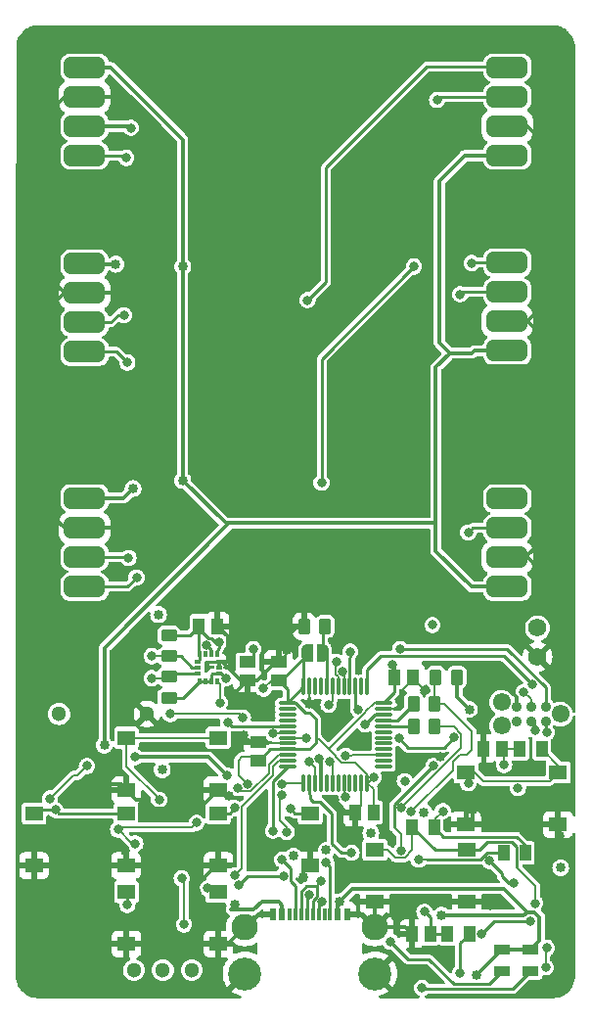
<source format=gbr>
%TF.GenerationSoftware,KiCad,Pcbnew,8.0.5*%
%TF.CreationDate,2024-09-24T06:40:10+02:00*%
%TF.ProjectId,PixelBytesHost,50697865-6c42-4797-9465-73486f73742e,rev?*%
%TF.SameCoordinates,Original*%
%TF.FileFunction,Copper,L1,Top*%
%TF.FilePolarity,Positive*%
%FSLAX46Y46*%
G04 Gerber Fmt 4.6, Leading zero omitted, Abs format (unit mm)*
G04 Created by KiCad (PCBNEW 8.0.5) date 2024-09-24 06:40:10*
%MOMM*%
%LPD*%
G01*
G04 APERTURE LIST*
G04 Aperture macros list*
%AMRoundRect*
0 Rectangle with rounded corners*
0 $1 Rounding radius*
0 $2 $3 $4 $5 $6 $7 $8 $9 X,Y pos of 4 corners*
0 Add a 4 corners polygon primitive as box body*
4,1,4,$2,$3,$4,$5,$6,$7,$8,$9,$2,$3,0*
0 Add four circle primitives for the rounded corners*
1,1,$1+$1,$2,$3*
1,1,$1+$1,$4,$5*
1,1,$1+$1,$6,$7*
1,1,$1+$1,$8,$9*
0 Add four rect primitives between the rounded corners*
20,1,$1+$1,$2,$3,$4,$5,0*
20,1,$1+$1,$4,$5,$6,$7,0*
20,1,$1+$1,$6,$7,$8,$9,0*
20,1,$1+$1,$8,$9,$2,$3,0*%
%AMFreePoly0*
4,1,19,0.500000,-0.750000,0.000000,-0.750000,0.000000,-0.744911,-0.071157,-0.744911,-0.207708,-0.704816,-0.327430,-0.627875,-0.420627,-0.520320,-0.479746,-0.390866,-0.500000,-0.250000,-0.500000,0.250000,-0.479746,0.390866,-0.420627,0.520320,-0.327430,0.627875,-0.207708,0.704816,-0.071157,0.744911,0.000000,0.744911,0.000000,0.750000,0.500000,0.750000,0.500000,-0.750000,0.500000,-0.750000,
$1*%
%AMFreePoly1*
4,1,19,0.000000,0.744911,0.071157,0.744911,0.207708,0.704816,0.327430,0.627875,0.420627,0.520320,0.479746,0.390866,0.500000,0.250000,0.500000,-0.250000,0.479746,-0.390866,0.420627,-0.520320,0.327430,-0.627875,0.207708,-0.704816,0.071157,-0.744911,0.000000,-0.744911,0.000000,-0.750000,-0.500000,-0.750000,-0.500000,0.750000,0.000000,0.750000,0.000000,0.744911,0.000000,0.744911,
$1*%
G04 Aperture macros list end*
%TA.AperFunction,SMDPad,CuDef*%
%ADD10R,1.400000X0.900000*%
%TD*%
%TA.AperFunction,SMDPad,CuDef*%
%ADD11R,1.000000X1.450000*%
%TD*%
%TA.AperFunction,SMDPad,CuDef*%
%ADD12RoundRect,0.250000X-0.262500X-0.450000X0.262500X-0.450000X0.262500X0.450000X-0.262500X0.450000X0*%
%TD*%
%TA.AperFunction,SMDPad,CuDef*%
%ADD13R,1.020000X1.470000*%
%TD*%
%TA.AperFunction,SMDPad,CuDef*%
%ADD14C,0.889000*%
%TD*%
%TA.AperFunction,ComponentPad*%
%ADD15C,1.550000*%
%TD*%
%TA.AperFunction,SMDPad,CuDef*%
%ADD16R,1.550000X1.300000*%
%TD*%
%TA.AperFunction,SMDPad,CuDef*%
%ADD17R,1.470000X1.020000*%
%TD*%
%TA.AperFunction,SMDPad,CuDef*%
%ADD18RoundRect,0.250000X-0.450000X0.262500X-0.450000X-0.262500X0.450000X-0.262500X0.450000X0.262500X0*%
%TD*%
%TA.AperFunction,SMDPad,CuDef*%
%ADD19RoundRect,0.250000X0.262500X0.450000X-0.262500X0.450000X-0.262500X-0.450000X0.262500X-0.450000X0*%
%TD*%
%TA.AperFunction,SMDPad,CuDef*%
%ADD20R,0.350000X0.575000*%
%TD*%
%TA.AperFunction,SMDPad,CuDef*%
%ADD21R,0.575000X0.350000*%
%TD*%
%TA.AperFunction,SMDPad,CuDef*%
%ADD22RoundRect,0.075000X-0.662500X-0.075000X0.662500X-0.075000X0.662500X0.075000X-0.662500X0.075000X0*%
%TD*%
%TA.AperFunction,SMDPad,CuDef*%
%ADD23RoundRect,0.075000X-0.075000X-0.662500X0.075000X-0.662500X0.075000X0.662500X-0.075000X0.662500X0*%
%TD*%
%TA.AperFunction,SMDPad,CuDef*%
%ADD24FreePoly0,0.000000*%
%TD*%
%TA.AperFunction,SMDPad,CuDef*%
%ADD25FreePoly1,0.000000*%
%TD*%
%TA.AperFunction,SMDPad,CuDef*%
%ADD26R,0.600000X1.100000*%
%TD*%
%TA.AperFunction,SMDPad,CuDef*%
%ADD27R,0.300000X1.100000*%
%TD*%
%TA.AperFunction,ComponentPad*%
%ADD28C,2.280000*%
%TD*%
%TA.AperFunction,ComponentPad*%
%ADD29C,2.850000*%
%TD*%
%TA.AperFunction,SMDPad,CuDef*%
%ADD30RoundRect,0.450000X-1.300000X-0.450000X1.300000X-0.450000X1.300000X0.450000X-1.300000X0.450000X0*%
%TD*%
%TA.AperFunction,ComponentPad*%
%ADD31C,1.300000*%
%TD*%
%TA.AperFunction,ComponentPad*%
%ADD32C,1.575000*%
%TD*%
%TA.AperFunction,ViaPad*%
%ADD33C,0.800000*%
%TD*%
%TA.AperFunction,ViaPad*%
%ADD34C,0.850000*%
%TD*%
%TA.AperFunction,Conductor*%
%ADD35C,0.250000*%
%TD*%
%TA.AperFunction,Conductor*%
%ADD36C,0.200000*%
%TD*%
%TA.AperFunction,Conductor*%
%ADD37C,0.350000*%
%TD*%
G04 APERTURE END LIST*
D10*
%TO.P,LED_Red_bms1,1,K*%
%TO.N,Net-(LED_Red_bms1-K)*%
X155092500Y-128150000D03*
%TO.P,LED_Red_bms1,2,A*%
%TO.N,BMS_Vcc*%
X155092500Y-126250000D03*
%TD*%
%TO.P,LED_green_bms1,1,K*%
%TO.N,Net-(LED_green_bms1-K)*%
X157600000Y-128150000D03*
%TO.P,LED_green_bms1,2,A*%
%TO.N,BMS_Vcc*%
X157600000Y-126250000D03*
%TD*%
D11*
%TO.P,R21,1*%
%TO.N,Net-(R19-Pad2)*%
X155250000Y-117900000D03*
%TO.P,R21,2*%
%TO.N,uc_supply*%
X157150000Y-117900000D03*
%TD*%
%TO.P,R22,1*%
%TO.N,Net-(R20-Pad2)*%
X147349935Y-115678635D03*
%TO.P,R22,2*%
%TO.N,uc_supply*%
X149249935Y-115678635D03*
%TD*%
D12*
%TO.P,R8,1*%
%TO.N,Net-(U2-PA12)*%
X147475000Y-105000000D03*
%TO.P,R8,2*%
%TO.N,USB_D+*%
X149300000Y-105000000D03*
%TD*%
D13*
%TO.P,C3,1*%
%TO.N,Vgnd_main*%
X142400000Y-114400000D03*
%TO.P,C3,2*%
%TO.N,uc_supply*%
X144000000Y-114400000D03*
%TD*%
D11*
%TO.P,R20,1*%
%TO.N,S_a*%
X150399935Y-124900000D03*
%TO.P,R20,2*%
%TO.N,Net-(R20-Pad2)*%
X152299935Y-124900000D03*
%TD*%
D14*
%TO.P,J1,1,-MCLR/VPP*%
%TO.N,uc_supply*%
X158900000Y-105265000D03*
%TO.P,J1,2,VDD*%
%TO.N,SWDIO*%
X158900000Y-106535000D03*
%TO.P,J1,3,GND*%
%TO.N,reset*%
X157630000Y-105265000D03*
%TO.P,J1,4,PGD_(ICSPDAT)*%
%TO.N,SWCLK*%
X157630000Y-106535000D03*
%TO.P,J1,5,PGC_(ICSPCLK)*%
%TO.N,Vgnd_main*%
X156360000Y-105265000D03*
%TO.P,J1,6,UNUSED/LVP*%
%TO.N,unconnected-(J1-UNUSED{slash}LVP-Pad6)*%
X156360000Y-106535000D03*
D15*
%TO.P,J1,7*%
%TO.N,N/C*%
X160170000Y-105900000D03*
%TO.P,J1,8*%
X155090000Y-106916000D03*
%TO.P,J1,9*%
X155090000Y-104884000D03*
%TD*%
D16*
%TO.P,S_b1,1,1*%
%TO.N,Net-(R19-Pad2)*%
X152025000Y-110950000D03*
%TO.P,S_b1,2,2*%
%TO.N,Vgnd_main*%
X152025000Y-115450000D03*
%TO.P,S_b1,3,3*%
%TO.N,Net-(R19-Pad2)*%
X159975000Y-110950000D03*
%TO.P,S_b1,4,4*%
%TO.N,Vgnd_main*%
X159975000Y-115450000D03*
%TD*%
D17*
%TO.P,C4,1*%
%TO.N,Vgnd_main*%
X133088000Y-103000000D03*
%TO.P,C4,2*%
%TO.N,uc_supply*%
X133088000Y-101400000D03*
%TD*%
D12*
%TO.P,R7,1*%
%TO.N,Vgnd_main*%
X137987500Y-98300000D03*
%TO.P,R7,2*%
%TO.N,Net-(JP1-B)*%
X139812500Y-98300000D03*
%TD*%
D18*
%TO.P,R5,1*%
%TO.N,uc_supply*%
X126288000Y-99087500D03*
%TO.P,R5,2*%
%TO.N,ISDS_SCL*%
X126288000Y-100912500D03*
%TD*%
D19*
%TO.P,R9,1*%
%TO.N,USB_D-*%
X149312500Y-107000000D03*
%TO.P,R9,2*%
%TO.N,Net-(U2-PA11)*%
X147487500Y-107000000D03*
%TD*%
D16*
%TO.P,S_left1,1,1*%
%TO.N,Net-(R11-Pad2)*%
X114625000Y-114500000D03*
%TO.P,S_left1,2,2*%
%TO.N,Vgnd_main*%
X114625000Y-119000000D03*
%TO.P,S_left1,3,3*%
%TO.N,Net-(R11-Pad2)*%
X122575000Y-114500000D03*
%TO.P,S_left1,4,4*%
%TO.N,Vgnd_main*%
X122575000Y-119000000D03*
%TD*%
D17*
%TO.P,C1,1*%
%TO.N,Vgnd_main*%
X134000000Y-108300000D03*
%TO.P,C1,2*%
%TO.N,uc_supply*%
X134000000Y-109900000D03*
%TD*%
D18*
%TO.P,R6,1*%
%TO.N,ISDS_SDA*%
X126288000Y-102675000D03*
%TO.P,R6,2*%
%TO.N,uc_supply*%
X126288000Y-104500000D03*
%TD*%
D19*
%TO.P,R10,1*%
%TO.N,BMS_Vcc*%
X151225000Y-102700000D03*
%TO.P,R10,2*%
%TO.N,USB_D+*%
X149400000Y-102700000D03*
%TD*%
D17*
%TO.P,C5,1*%
%TO.N,Vgnd_main*%
X135800000Y-101400000D03*
%TO.P,C5,2*%
%TO.N,uc_supply*%
X135800000Y-103000000D03*
%TD*%
D13*
%TO.P,C13,1*%
%TO.N,S_b*%
X155150000Y-108900000D03*
%TO.P,C13,2*%
%TO.N,Vgnd_main*%
X153550000Y-108900000D03*
%TD*%
D20*
%TO.P,IC1,1,SAO*%
%TO.N,uc_supply*%
X128950000Y-103063000D03*
%TO.P,IC1,2,RSVD_1*%
X129450000Y-103063000D03*
%TO.P,IC1,3,RSVD_2*%
X129950000Y-103063000D03*
%TO.P,IC1,4,INT_0*%
%TO.N,ISDS_int_0*%
X130450000Y-103063000D03*
D21*
%TO.P,IC1,5,VDD_IO*%
%TO.N,uc_supply*%
X130612000Y-102400000D03*
%TO.P,IC1,6,GND_1*%
%TO.N,Vgnd_main*%
X130612000Y-101900000D03*
%TO.P,IC1,7,GND_2*%
X130612000Y-101400000D03*
D20*
%TO.P,IC1,8,VDD*%
%TO.N,uc_supply*%
X130450000Y-100737000D03*
%TO.P,IC1,9,INT_1*%
%TO.N,ISDS_int_1*%
X129950000Y-100737000D03*
%TO.P,IC1,10,RSVD_3*%
%TO.N,unconnected-(IC1-RSVD_3-Pad10)*%
X129450000Y-100737000D03*
%TO.P,IC1,11,RSVD_4*%
%TO.N,uc_supply*%
X128950000Y-100737000D03*
D21*
%TO.P,IC1,12,CS*%
X128788000Y-101400000D03*
%TO.P,IC1,13,SCL*%
%TO.N,ISDS_SCL*%
X128788000Y-101900000D03*
%TO.P,IC1,14,SDA*%
%TO.N,ISDS_SDA*%
X128788000Y-102400000D03*
%TD*%
D22*
%TO.P,U2,1,VBAT*%
%TO.N,uc_supply*%
X136537500Y-104950000D03*
%TO.P,U2,2,PC13*%
%TO.N,unconnected-(U2-PC13-Pad2)*%
X136537500Y-105450000D03*
%TO.P,U2,3,PC14*%
%TO.N,unconnected-(U2-PC14-Pad3)*%
X136537500Y-105950000D03*
%TO.P,U2,4,PC15*%
%TO.N,unconnected-(U2-PC15-Pad4)*%
X136537500Y-106450000D03*
%TO.P,U2,5,PD0*%
%TO.N,OSC1*%
X136537500Y-106950000D03*
%TO.P,U2,6,PD1*%
%TO.N,OSC2*%
X136537500Y-107450000D03*
%TO.P,U2,7,NRST*%
%TO.N,reset*%
X136537500Y-107950000D03*
%TO.P,U2,8,VSSA*%
%TO.N,Vgnd_main*%
X136537500Y-108450000D03*
%TO.P,U2,9,VDDA*%
%TO.N,uc_supply*%
X136537500Y-108950000D03*
%TO.P,U2,10,PA0*%
%TO.N,S_up*%
X136537500Y-109450000D03*
%TO.P,U2,11,PA1*%
%TO.N,S_down*%
X136537500Y-109950000D03*
%TO.P,U2,12,PA2*%
%TO.N,S_right*%
X136537500Y-110450000D03*
D23*
%TO.P,U2,13,PA3*%
%TO.N,S_left*%
X137950000Y-111862500D03*
%TO.P,U2,14,PA4*%
%TO.N,S_a*%
X138450000Y-111862500D03*
%TO.P,U2,15,PA5*%
%TO.N,S_b*%
X138950000Y-111862500D03*
%TO.P,U2,16,PA6*%
%TO.N,PWM_display*%
X139450000Y-111862500D03*
%TO.P,U2,17,PA7*%
%TO.N,unconnected-(U2-PA7-Pad17)*%
X139950000Y-111862500D03*
%TO.P,U2,18,PB0*%
%TO.N,bat_meas*%
X140450000Y-111862500D03*
%TO.P,U2,19,PB1*%
%TO.N,unconnected-(U2-PB1-Pad19)*%
X140950000Y-111862500D03*
%TO.P,U2,20,PB2*%
%TO.N,uc_enable_display*%
X141450000Y-111862500D03*
%TO.P,U2,21,PB10*%
%TO.N,unconnected-(U2-PB10-Pad21)*%
X141950000Y-111862500D03*
%TO.P,U2,22,PB11*%
%TO.N,unconnected-(U2-PB11-Pad22)*%
X142450000Y-111862500D03*
%TO.P,U2,23,VSS*%
%TO.N,Vgnd_main*%
X142950000Y-111862500D03*
%TO.P,U2,24,VDD*%
%TO.N,uc_supply*%
X143450000Y-111862500D03*
D22*
%TO.P,U2,25,PB12*%
%TO.N,unconnected-(U2-PB12-Pad25)*%
X144862500Y-110450000D03*
%TO.P,U2,26,PB13*%
%TO.N,unconnected-(U2-PB13-Pad26)*%
X144862500Y-109950000D03*
%TO.P,U2,27,PB14*%
%TO.N,Buzzer*%
X144862500Y-109450000D03*
%TO.P,U2,28,PB15*%
%TO.N,unconnected-(U2-PB15-Pad28)*%
X144862500Y-108950000D03*
%TO.P,U2,29,PA8*%
%TO.N,unconnected-(U2-PA8-Pad29)*%
X144862500Y-108450000D03*
%TO.P,U2,30,PA9*%
%TO.N,unconnected-(U2-PA9-Pad30)*%
X144862500Y-107950000D03*
%TO.P,U2,31,PA10*%
%TO.N,unconnected-(U2-PA10-Pad31)*%
X144862500Y-107450000D03*
%TO.P,U2,32,PA11*%
%TO.N,Net-(U2-PA11)*%
X144862500Y-106950000D03*
%TO.P,U2,33,PA12*%
%TO.N,Net-(U2-PA12)*%
X144862500Y-106450000D03*
%TO.P,U2,34,PA13*%
%TO.N,SWDIO*%
X144862500Y-105950000D03*
%TO.P,U2,35,VSS*%
%TO.N,Vgnd_main*%
X144862500Y-105450000D03*
%TO.P,U2,36,VDD*%
%TO.N,uc_supply*%
X144862500Y-104950000D03*
D23*
%TO.P,U2,37,PA14*%
%TO.N,SWCLK*%
X143450000Y-103537500D03*
%TO.P,U2,38,PA15*%
%TO.N,unconnected-(U2-PA15-Pad38)*%
X142950000Y-103537500D03*
%TO.P,U2,39,PB3*%
%TO.N,meas_bat_en*%
X142450000Y-103537500D03*
%TO.P,U2,40,PB4*%
%TO.N,ISDS_int_1*%
X141950000Y-103537500D03*
%TO.P,U2,41,PB5*%
%TO.N,ISDS_int_0*%
X141450000Y-103537500D03*
%TO.P,U2,42,PB6*%
%TO.N,ISDS_SCL*%
X140950000Y-103537500D03*
%TO.P,U2,43,PB7*%
%TO.N,ISDS_SDA*%
X140450000Y-103537500D03*
%TO.P,U2,44,BOOT0*%
%TO.N,Net-(JP1-B)*%
X139950000Y-103537500D03*
%TO.P,U2,45,PB8*%
%TO.N,unconnected-(U2-PB8-Pad45)*%
X139450000Y-103537500D03*
%TO.P,U2,46,PB9*%
%TO.N,unconnected-(U2-PB9-Pad46)*%
X138950000Y-103537500D03*
%TO.P,U2,47,VSS*%
%TO.N,Vgnd_main*%
X138450000Y-103537500D03*
%TO.P,U2,48,VDD*%
%TO.N,uc_supply*%
X137950000Y-103537500D03*
%TD*%
D24*
%TO.P,JP1,1,A*%
%TO.N,uc_supply*%
X138300000Y-100600000D03*
D25*
%TO.P,JP1,2,B*%
%TO.N,Net-(JP1-B)*%
X139600000Y-100600000D03*
%TD*%
D26*
%TO.P,J2,A1,GND_1*%
%TO.N,Vgnd_main*%
X135300000Y-123200000D03*
%TO.P,J2,A4,VBUS_1*%
%TO.N,BMS_Vcc*%
X136100000Y-123200000D03*
D27*
%TO.P,J2,A5,CC1*%
%TO.N,Net-(J2-CC1)*%
X137250000Y-123200000D03*
%TO.P,J2,A6,DP1*%
%TO.N,USB_D+*%
X138250000Y-123200000D03*
%TO.P,J2,A7,DN1*%
%TO.N,USB_D-*%
X138750000Y-123200000D03*
%TO.P,J2,A8,SBU1*%
%TO.N,unconnected-(J2-SBU1-PadA8)*%
X139750000Y-123200000D03*
D26*
%TO.P,J2,A9,VBUS_2*%
%TO.N,BMS_Vcc*%
X140900000Y-123200000D03*
%TO.P,J2,A12,GND_2*%
%TO.N,Vgnd_main*%
X141700000Y-123200000D03*
D27*
%TO.P,J2,B5,CC2*%
%TO.N,Net-(J2-CC2)*%
X140250000Y-123200000D03*
%TO.P,J2,B6,DP2*%
%TO.N,USB_D+*%
X139250000Y-123200000D03*
%TO.P,J2,B7,DN2*%
%TO.N,USB_D-*%
X137750000Y-123200000D03*
%TO.P,J2,B8,SBU2*%
%TO.N,unconnected-(J2-SBU2-PadB8)*%
X136750000Y-123200000D03*
D28*
%TO.P,J2,MH1,MH1*%
%TO.N,Vgnd_main*%
X132880000Y-124350000D03*
D29*
%TO.P,J2,MH2,MH2*%
X132880000Y-128350000D03*
%TO.P,J2,MH3,MH3*%
X144120000Y-128350000D03*
D28*
%TO.P,J2,MH4,MH4*%
X144120000Y-124350000D03*
%TD*%
D13*
%TO.P,C14,1*%
%TO.N,S_a*%
X148899935Y-124900000D03*
%TO.P,C14,2*%
%TO.N,Vgnd_main*%
X147299935Y-124900000D03*
%TD*%
%TO.P,C6,1*%
%TO.N,Vgnd_main*%
X147400000Y-102700000D03*
%TO.P,C6,2*%
%TO.N,uc_supply*%
X145800000Y-102700000D03*
%TD*%
D16*
%TO.P,S_right1,1,1*%
%TO.N,Net-(R17-Pad2)*%
X130575000Y-114500000D03*
%TO.P,S_right1,2,2*%
%TO.N,Vgnd_main*%
X130575000Y-119000000D03*
%TO.P,S_right1,3,3*%
%TO.N,Net-(R17-Pad2)*%
X138525000Y-114500000D03*
%TO.P,S_right1,4,4*%
%TO.N,Vgnd_main*%
X138525000Y-119000000D03*
%TD*%
%TO.P,S_down1,1,1*%
%TO.N,Net-(R13-Pad2)*%
X122625000Y-121292730D03*
%TO.P,S_down1,2,2*%
%TO.N,Vgnd_main*%
X122625000Y-125792730D03*
%TO.P,S_down1,3,3*%
%TO.N,Net-(R13-Pad2)*%
X130575000Y-121292730D03*
%TO.P,S_down1,4,4*%
%TO.N,Vgnd_main*%
X130575000Y-125792730D03*
%TD*%
D11*
%TO.P,R19,1*%
%TO.N,S_b*%
X156650000Y-108900000D03*
%TO.P,R19,2*%
%TO.N,Net-(R19-Pad2)*%
X158550000Y-108900000D03*
%TD*%
D13*
%TO.P,C2,1*%
%TO.N,Vgnd_main*%
X130500000Y-98300000D03*
%TO.P,C2,2*%
%TO.N,uc_supply*%
X128900000Y-98300000D03*
%TD*%
D30*
%TO.P,U1,1,Vdd_s1*%
%TO.N,display_main*%
X119000000Y-49990000D03*
%TO.P,U1,2,Vss_s1*%
%TO.N,Vgnd_main*%
X119000000Y-52530000D03*
%TO.P,U1,3,Vdi_s1*%
%TO.N,PWM_display*%
X119000000Y-55070000D03*
%TO.P,U1,4,Vdo_s1*%
%TO.N,Net-(U1-Vdi_s2)*%
X119000000Y-57610000D03*
%TO.P,U1,5,Vdd_s3*%
%TO.N,display_main*%
X119000000Y-66957200D03*
%TO.P,U1,6,Vss_s3*%
%TO.N,Vgnd_main*%
X119000000Y-69497200D03*
%TO.P,U1,7,Vdi_s3*%
%TO.N,Net-(U1-Vdi_s3)*%
X119000000Y-72037200D03*
%TO.P,U1,8,Vdo_s3*%
%TO.N,Net-(U1-Vdi_s4)*%
X119000000Y-74577200D03*
%TO.P,U1,9,Vdd_s5*%
%TO.N,display_main*%
X119000000Y-87226400D03*
%TO.P,U1,10,Vss_s5*%
%TO.N,Vgnd_main*%
X119000000Y-89817200D03*
%TO.P,U1,11,Vdi_s5*%
%TO.N,Net-(U1-Vdi_s5)*%
X119000000Y-92306400D03*
%TO.P,U1,12,Vdo_s5*%
%TO.N,Net-(U1-Vdi_s6)*%
X119000000Y-94897200D03*
%TO.P,U1,13,Vdo_s2*%
%TO.N,Net-(U1-Vdi_s3)*%
X155576000Y-49990000D03*
%TO.P,U1,14,Vdi_s2*%
%TO.N,Net-(U1-Vdi_s2)*%
X155576000Y-52530000D03*
%TO.P,U1,15,Vss_s2*%
%TO.N,Vgnd_main*%
X155576000Y-55070000D03*
%TO.P,U1,16,Vdd_s2*%
%TO.N,display_main*%
X155576000Y-57610000D03*
%TO.P,U1,17,Vdo_s4*%
%TO.N,Net-(U1-Vdi_s5)*%
X155576000Y-66855600D03*
%TO.P,U1,18,Vdi_s4*%
%TO.N,Net-(U1-Vdi_s4)*%
X155576000Y-69395600D03*
%TO.P,U1,19,Vss_s4*%
%TO.N,Vgnd_main*%
X155576000Y-71935600D03*
%TO.P,U1,20,Vdd_s4*%
%TO.N,display_main*%
X155576000Y-74475600D03*
%TO.P,U1,21,Vdo_s6*%
%TO.N,unconnected-(U1-Vdo_s6-Pad21)*%
X155576000Y-87277200D03*
%TO.P,U1,22,Vdi_s6*%
%TO.N,Net-(U1-Vdi_s6)*%
X155576000Y-89817200D03*
%TO.P,U1,23,Vss_s6*%
%TO.N,Vgnd_main*%
X155576000Y-92357200D03*
%TO.P,U1,24,Vdd_s6*%
%TO.N,display_main*%
X155576000Y-94897200D03*
%TD*%
D16*
%TO.P,S_up1,1,1*%
%TO.N,Net-(R14-Pad1)*%
X122625000Y-107950000D03*
%TO.P,S_up1,2,2*%
%TO.N,Vgnd_main*%
X122625000Y-112450000D03*
%TO.P,S_up1,3,3*%
%TO.N,Net-(R14-Pad1)*%
X130575000Y-107950000D03*
%TO.P,S_up1,4,4*%
%TO.N,Vgnd_main*%
X130575000Y-112450000D03*
%TD*%
%TO.P,S_a1,1,1*%
%TO.N,Net-(R20-Pad2)*%
X144125000Y-117650000D03*
%TO.P,S_a1,2,2*%
%TO.N,Vgnd_main*%
X144125000Y-122150000D03*
%TO.P,S_a1,3,3*%
%TO.N,Net-(R20-Pad2)*%
X152075000Y-117650000D03*
%TO.P,S_a1,4,4*%
%TO.N,Vgnd_main*%
X152075000Y-122150000D03*
%TD*%
D31*
%TO.P,LS1,1,+*%
%TO.N,Net-(LS1-+)*%
X116800000Y-105900000D03*
%TO.P,LS1,2,-*%
%TO.N,Vgnd_main*%
X124400000Y-105900000D03*
%TD*%
%TO.P,SW_Toggle1,1,1*%
%TO.N,Vdc_battery*%
X123275000Y-128050000D03*
%TO.P,SW_Toggle1,2,2*%
%TO.N,In_Vcc*%
X125775000Y-128050000D03*
%TO.P,SW_Toggle1,3,3*%
%TO.N,unconnected-(SW_Toggle1-Pad3)*%
X128275000Y-128050000D03*
%TD*%
D32*
%TO.P,J3,1,1*%
%TO.N,Vdc_battery*%
X158200000Y-98450000D03*
%TO.P,J3,2,2*%
%TO.N,Vgnd_main*%
X158200000Y-100950000D03*
%TD*%
D33*
%TO.N,uc_supply*%
X128700000Y-115300000D03*
X133600000Y-100300000D03*
X134500000Y-103700000D03*
X123400000Y-117100000D03*
X133100000Y-112000000D03*
X146700000Y-111700000D03*
X130625000Y-99700000D03*
X144000000Y-111400000D03*
X121900000Y-115900000D03*
X150000000Y-114300000D03*
X146300000Y-100275000D03*
X145600000Y-101600000D03*
X136500000Y-116100000D03*
X131200000Y-102800000D03*
X136100000Y-112900000D03*
%TO.N,OSC2*%
X135295158Y-107574999D03*
X126400000Y-105900000D03*
X132700000Y-106200000D03*
%TO.N,OSC1*%
X131400000Y-106600000D03*
D34*
%TO.N,In_Vcc*%
X148362347Y-114387653D03*
%TO.N,Vgnd_main*%
X120800000Y-112000000D03*
X152612071Y-114142775D03*
X154100000Y-122500000D03*
X128700000Y-121400000D03*
X124300000Y-80300000D03*
X160600000Y-126600000D03*
X155600000Y-103100000D03*
X157000000Y-80600000D03*
X148400000Y-103800000D03*
X153400000Y-107100000D03*
X122500000Y-117700000D03*
X131500000Y-113000000D03*
X138400000Y-105000000D03*
X131100000Y-117400000D03*
X142600000Y-108000000D03*
X149812294Y-109574142D03*
X132800000Y-107700000D03*
X136500000Y-100400000D03*
X124300000Y-113300000D03*
X160110254Y-116495644D03*
X137900000Y-120000000D03*
X139300000Y-116464998D03*
X131600000Y-103900000D03*
X118600000Y-120000000D03*
X140599406Y-113322354D03*
%TO.N,BMS_Vcc*%
X149900000Y-123300000D03*
X132000000Y-122400000D03*
X141041585Y-122137979D03*
X152300000Y-105500000D03*
X152900000Y-128500000D03*
%TO.N,display_main*%
X137072403Y-118175866D03*
X121700000Y-67000000D03*
X139900000Y-117674998D03*
X123200000Y-86400000D03*
X143774998Y-116200000D03*
X160200000Y-119200000D03*
X120700000Y-108600000D03*
X125715686Y-110715686D03*
X127500000Y-85700000D03*
X127500000Y-67200000D03*
D33*
%TO.N,Net-(LED_green_bms1-K)*%
X148200000Y-129600000D03*
%TO.N,Net-(IC_BMS_TP1-PROG)*%
X153356502Y-124920723D03*
X157600000Y-123800000D03*
%TO.N,Net-(IC3-FB)*%
X156100000Y-120500000D03*
X154050000Y-118599997D03*
%TO.N,uc_enable_display*%
X156500000Y-112300000D03*
X141600000Y-113100000D03*
%TO.N,Net-(LED_Red_bms1-K)*%
X145500000Y-125600000D03*
%TO.N,SWDIO*%
X143300000Y-106800000D03*
X159000000Y-107500000D03*
X151000000Y-107900000D03*
X146200000Y-108000000D03*
%TO.N,reset*%
X138200000Y-108000000D03*
X157000000Y-104000000D03*
%TO.N,SWCLK*%
X158000000Y-107300000D03*
X157700000Y-103300000D03*
%TO.N,Net-(J2-CC1)*%
X136100000Y-118500000D03*
%TO.N,Net-(J2-CC2)*%
X136200000Y-119900000D03*
X132300000Y-120700000D03*
X139900002Y-118700000D03*
%TO.N,meas_bat_en*%
X142700000Y-105500000D03*
%TO.N,bat_meas*%
X149100000Y-98200000D03*
X140225735Y-109999998D03*
%TO.N,ISDS_SCL*%
X140800000Y-101400000D03*
X124800000Y-100900000D03*
%TO.N,ISDS_SDA*%
X124800000Y-102800000D03*
X140100000Y-105100000D03*
%TO.N,USB_D+*%
X139533884Y-122133884D03*
X147276992Y-114376992D03*
X138400000Y-121500000D03*
%TO.N,USB_D-*%
X146416560Y-114000000D03*
X139475735Y-120375735D03*
%TO.N,Net-(R11-Pad2)*%
X116500000Y-114200000D03*
%TO.N,Net-(R13-Pad2)*%
X122700000Y-122400000D03*
X129636659Y-120983707D03*
%TO.N,Net-(R14-Pad1)*%
X125445668Y-113325000D03*
%TO.N,Net-(R17-Pad2)*%
X136800000Y-114100000D03*
X132000000Y-114039998D03*
%TO.N,Net-(R19-Pad2)*%
X147900000Y-118500000D03*
X149184015Y-110384015D03*
X146400000Y-117705002D03*
X152200000Y-111900000D03*
%TO.N,Net-(R20-Pad2)*%
X158004747Y-122254113D03*
X159000000Y-126125000D03*
X151500000Y-128300000D03*
X158900000Y-127800000D03*
%TO.N,Net-(U1-Vdi_s5)*%
X147500000Y-67200000D03*
X122800000Y-92400000D03*
X139500000Y-85900000D03*
X152500000Y-66900000D03*
%TO.N,Net-(U1-Vdi_s3)*%
X138300000Y-70100000D03*
X122400000Y-71400000D03*
%TO.N,Net-(U1-Vdi_s2)*%
X122600000Y-57800000D03*
X149500000Y-52800000D03*
%TO.N,Net-(U1-Vdi_s6)*%
X152200000Y-90200000D03*
X123500000Y-94100000D03*
%TO.N,Net-(U1-Vdi_s4)*%
X122700000Y-75500000D03*
X151500000Y-69600000D03*
%TO.N,PWM_display*%
X139300000Y-109800000D03*
X123000000Y-55200000D03*
%TO.N,Buzzer*%
X141600000Y-109500000D03*
%TO.N,S_b*%
X155300000Y-110300000D03*
X138422503Y-109999998D03*
%TO.N,S_a*%
X148400000Y-123000000D03*
X142100000Y-117900000D03*
%TO.N,S_right*%
X135300000Y-116000000D03*
%TO.N,S_left*%
X119200000Y-110400000D03*
X136100000Y-112000000D03*
X131300000Y-111199998D03*
X116000000Y-113200000D03*
X123400000Y-109625000D03*
%TO.N,S_down*%
X131983988Y-119857302D03*
X127600000Y-124100000D03*
X127400000Y-120100000D03*
%TO.N,S_up*%
X132224786Y-112275214D03*
%TO.N,ISDS_int_0*%
X141325000Y-102200000D03*
X130700000Y-104900000D03*
%TO.N,ISDS_int_1*%
X129525000Y-99949498D03*
X142000000Y-100500000D03*
D34*
%TO.N,Vdc_battery*%
X125400000Y-97300000D03*
%TD*%
D35*
%TO.N,uc_supply*%
X158900000Y-105265000D02*
X158900000Y-103616116D01*
X136537500Y-104950000D02*
X136537500Y-103737500D01*
D36*
X123400000Y-117100000D02*
X123100000Y-117100000D01*
X144092590Y-104950000D02*
X143300000Y-105742590D01*
X142457410Y-110100000D02*
X141200000Y-110100000D01*
D35*
X130074500Y-102400000D02*
X129950000Y-102524500D01*
X137950000Y-103537500D02*
X137950000Y-100950000D01*
X138450000Y-108950000D02*
X139000000Y-108400000D01*
D36*
X135900000Y-115100000D02*
X135900000Y-113100000D01*
D35*
X128950000Y-100737000D02*
X128950000Y-101238000D01*
X128950000Y-103063000D02*
X129450000Y-103063000D01*
D36*
X121900000Y-115900000D02*
X122100000Y-115700000D01*
D35*
X133600000Y-100888000D02*
X133088000Y-101400000D01*
D36*
X140150000Y-108950000D02*
X139300000Y-108100000D01*
X132300000Y-111200000D02*
X132300000Y-109900000D01*
D35*
X130612000Y-102400000D02*
X130800000Y-102400000D01*
X136025000Y-103000000D02*
X138300000Y-100725000D01*
X155558884Y-100275000D02*
X146300000Y-100275000D01*
D36*
X128300000Y-115700000D02*
X128700000Y-115300000D01*
X149249935Y-115678635D02*
X149249935Y-115050065D01*
X143450000Y-111092590D02*
X142457410Y-110100000D01*
D35*
X139000000Y-108400000D02*
X139000000Y-108100000D01*
X135060000Y-108950000D02*
X134110000Y-109900000D01*
X137950000Y-103537500D02*
X136537500Y-104950000D01*
X130612000Y-102400000D02*
X130074500Y-102400000D01*
X130450000Y-100737000D02*
X130450000Y-100350000D01*
D36*
X140700000Y-109600000D02*
X140700000Y-109500000D01*
X135900000Y-113100000D02*
X136100000Y-112900000D01*
D35*
X128900000Y-98300000D02*
X128900000Y-100687000D01*
X129735000Y-99360000D02*
X128900000Y-98525000D01*
D36*
X139300000Y-108100000D02*
X139000000Y-108100000D01*
X122100000Y-115700000D02*
X128300000Y-115700000D01*
X140700000Y-109500000D02*
X140150000Y-108950000D01*
X136500000Y-115700000D02*
X135900000Y-115100000D01*
X135800000Y-103000000D02*
X135200000Y-103000000D01*
D35*
X126288000Y-99087500D02*
X128112500Y-99087500D01*
X130625000Y-99700000D02*
X130300000Y-99700000D01*
X130625000Y-99700000D02*
X130625000Y-100175000D01*
X128900000Y-98800000D02*
X128900000Y-98300000D01*
D36*
X149249935Y-115050065D02*
X150000000Y-114300000D01*
D35*
X139000000Y-108100000D02*
X139000000Y-106300000D01*
X145800000Y-102700000D02*
X145800000Y-101800000D01*
X136537500Y-103737500D02*
X135800000Y-103000000D01*
X130300000Y-99700000D02*
X129960000Y-99360000D01*
X129950000Y-102524500D02*
X129950000Y-103063000D01*
X138300000Y-100725000D02*
X138300000Y-100600000D01*
X145800000Y-101800000D02*
X145600000Y-101600000D01*
X157150000Y-117250000D02*
X157150000Y-117900000D01*
X145800000Y-104012500D02*
X145800000Y-102700000D01*
X128950000Y-101238000D02*
X128788000Y-101400000D01*
X128900000Y-100687000D02*
X128950000Y-100737000D01*
X128900000Y-98525000D02*
X128900000Y-98300000D01*
X129450000Y-103063000D02*
X129950000Y-103063000D01*
D36*
X135200000Y-103000000D02*
X134500000Y-103700000D01*
D35*
X150071300Y-116500000D02*
X156400000Y-116500000D01*
X128112500Y-99087500D02*
X128900000Y-98300000D01*
D36*
X144000000Y-112412500D02*
X143450000Y-111862500D01*
D35*
X139000000Y-106300000D02*
X138450000Y-105750000D01*
D36*
X133100000Y-112000000D02*
X132300000Y-111200000D01*
D35*
X126288000Y-104500000D02*
X127513000Y-104500000D01*
D36*
X143537500Y-111862500D02*
X144000000Y-111400000D01*
X143300000Y-105800000D02*
X140150000Y-108950000D01*
X143300000Y-105742590D02*
X143300000Y-105800000D01*
D35*
X135800000Y-103000000D02*
X136025000Y-103000000D01*
D36*
X141200000Y-110100000D02*
X140700000Y-109600000D01*
D35*
X136537500Y-108950000D02*
X135060000Y-108950000D01*
D36*
X144000000Y-114400000D02*
X144000000Y-112412500D01*
X132300000Y-109900000D02*
X132600000Y-109600000D01*
D35*
X137950000Y-100950000D02*
X138300000Y-100600000D01*
D36*
X132600000Y-109600000D02*
X133700000Y-109600000D01*
X136100000Y-112900000D02*
X136000000Y-113000000D01*
X143450000Y-111862500D02*
X143450000Y-111092590D01*
X123100000Y-117100000D02*
X121900000Y-115900000D01*
D35*
X133600000Y-100300000D02*
X133600000Y-100888000D01*
X138089339Y-105750000D02*
X137289339Y-104950000D01*
D36*
X136500000Y-116100000D02*
X136500000Y-115700000D01*
D35*
X137289339Y-104950000D02*
X136537500Y-104950000D01*
D36*
X133700000Y-109600000D02*
X134000000Y-109900000D01*
D35*
X127513000Y-104500000D02*
X128950000Y-103063000D01*
X149249935Y-115678635D02*
X150071300Y-116500000D01*
X144862500Y-104950000D02*
X145800000Y-104012500D01*
X130800000Y-102400000D02*
X131200000Y-102800000D01*
X158900000Y-103616116D02*
X155558884Y-100275000D01*
D36*
X143450000Y-111862500D02*
X143537500Y-111862500D01*
D35*
X134110000Y-109900000D02*
X134000000Y-109900000D01*
X136537500Y-108950000D02*
X138450000Y-108950000D01*
X138450000Y-105750000D02*
X138089339Y-105750000D01*
X129960000Y-99360000D02*
X129735000Y-99360000D01*
D36*
X144862500Y-104950000D02*
X144092590Y-104950000D01*
D35*
X130625000Y-100175000D02*
X130450000Y-100350000D01*
X156400000Y-116500000D02*
X157150000Y-117250000D01*
D36*
%TO.N,OSC2*%
X126400000Y-105900000D02*
X132400000Y-105900000D01*
X135295158Y-107574999D02*
X136412501Y-107574999D01*
X136412501Y-107574999D02*
X136537500Y-107450000D01*
X132400000Y-105900000D02*
X132700000Y-106200000D01*
D35*
%TO.N,OSC1*%
X131750000Y-106950000D02*
X131400000Y-106600000D01*
X136537500Y-106950000D02*
X131750000Y-106950000D01*
D36*
%TO.N,Vgnd_main*%
X144862500Y-105450000D02*
X145850000Y-105450000D01*
D37*
X152612071Y-114862929D02*
X152025000Y-115450000D01*
X125700000Y-81000000D02*
X125000000Y-81000000D01*
X115500000Y-54280001D02*
X115500000Y-67747199D01*
X125500000Y-66600000D02*
X122700000Y-69400000D01*
X157142800Y-92357200D02*
X159400000Y-90100000D01*
X118600000Y-120000000D02*
X117600000Y-119000000D01*
X131249500Y-101400000D02*
X131400000Y-101249500D01*
X136500000Y-99200000D02*
X137400000Y-98300000D01*
X141406383Y-114129331D02*
X140599406Y-113322354D01*
X124300000Y-113300000D02*
X125100000Y-114100000D01*
X142970000Y-123200000D02*
X144120000Y-124350000D01*
X115700000Y-88267199D02*
X115700000Y-71047201D01*
X137900000Y-119625000D02*
X138525000Y-119000000D01*
X155600000Y-103696016D02*
X155600000Y-103100000D01*
X119000000Y-52530000D02*
X123030000Y-52530000D01*
X117250001Y-52530000D02*
X115500000Y-54280001D01*
X157325999Y-55070000D02*
X155576000Y-55070000D01*
X133975000Y-103000000D02*
X133088000Y-103000000D01*
X132188000Y-103900000D02*
X133088000Y-103000000D01*
X115500000Y-67747199D02*
X117250001Y-69497200D01*
X138525000Y-117239998D02*
X139300000Y-116464998D01*
X155576000Y-92357200D02*
X157325999Y-92357200D01*
D36*
X145850000Y-105450000D02*
X146300000Y-105000000D01*
D37*
X147299935Y-124675000D02*
X147299935Y-124900000D01*
X141406383Y-114400000D02*
X141406383Y-114129331D01*
X160300000Y-95331201D02*
X160300000Y-98850000D01*
X119000000Y-52530000D02*
X117250001Y-52530000D01*
X141700000Y-123200000D02*
X142970000Y-123200000D01*
X119600000Y-119000000D02*
X122575000Y-119000000D01*
X155576000Y-92357200D02*
X157142800Y-92357200D01*
D36*
X146300000Y-104025000D02*
X147400000Y-102925000D01*
X122500000Y-118925000D02*
X122575000Y-119000000D01*
D37*
X157000000Y-80600000D02*
X159400000Y-80600000D01*
X124300000Y-113300000D02*
X123475000Y-113300000D01*
X131437270Y-125792730D02*
X132880000Y-124350000D01*
X135300000Y-123200000D02*
X134030000Y-123200000D01*
X130575000Y-119000000D02*
X130400000Y-119000000D01*
X160300000Y-98850000D02*
X158200000Y-100950000D01*
D36*
X138450000Y-103537500D02*
X138450000Y-104950000D01*
D37*
X146749935Y-124350000D02*
X144120000Y-124350000D01*
X152075000Y-122150000D02*
X153750000Y-122150000D01*
X117250001Y-69497200D02*
X115700000Y-71047201D01*
X153400000Y-108750000D02*
X153550000Y-108900000D01*
D36*
X146300000Y-105000000D02*
X146300000Y-104025000D01*
D37*
X144391365Y-124078635D02*
X144120000Y-124350000D01*
X159400000Y-74009601D02*
X157325999Y-71935600D01*
X131125000Y-113000000D02*
X130575000Y-112450000D01*
X138525000Y-119000000D02*
X138525000Y-117239998D01*
X142400000Y-114400000D02*
X141406383Y-114400000D01*
X122625000Y-125792730D02*
X130575000Y-125792730D01*
X130900000Y-101400000D02*
X132500000Y-103000000D01*
X160110254Y-116495644D02*
X160110254Y-115585254D01*
X125700000Y-72400000D02*
X125700000Y-81000000D01*
X144125000Y-124345000D02*
X144120000Y-124350000D01*
X130612000Y-101400000D02*
X131249500Y-101400000D01*
X136500000Y-100400000D02*
X136500000Y-99200000D01*
X122700000Y-69400000D02*
X122602800Y-69497200D01*
X130612000Y-101400000D02*
X130612000Y-101850000D01*
X131400000Y-99200000D02*
X130500000Y-98300000D01*
D36*
X142950000Y-111862500D02*
X142950000Y-113850000D01*
D37*
X156360000Y-104456016D02*
X155600000Y-103696016D01*
X122175000Y-112000000D02*
X122625000Y-112450000D01*
X119000000Y-89817200D02*
X117250001Y-89817200D01*
X152612071Y-114142775D02*
X152612071Y-114862929D01*
D36*
X142950000Y-113850000D02*
X142400000Y-114400000D01*
X134150000Y-108450000D02*
X134000000Y-108300000D01*
D37*
X118600000Y-120000000D02*
X119600000Y-119000000D01*
X123475000Y-113300000D02*
X122625000Y-112450000D01*
X130612000Y-101400000D02*
X130900000Y-101400000D01*
X152025000Y-115450000D02*
X159975000Y-115450000D01*
X125500000Y-55000000D02*
X125500000Y-66600000D01*
D36*
X147400000Y-102925000D02*
X147400000Y-102700000D01*
X136537500Y-108450000D02*
X134150000Y-108450000D01*
D37*
X123030000Y-52530000D02*
X125500000Y-55000000D01*
X125700000Y-86800000D02*
X122682800Y-89817200D01*
X160110254Y-115585254D02*
X159975000Y-115450000D01*
X135800000Y-101400000D02*
X135575000Y-101400000D01*
X159300000Y-69961599D02*
X159300000Y-57044001D01*
D36*
X147400000Y-102800000D02*
X148400000Y-103800000D01*
D37*
X157325999Y-71935600D02*
X159300000Y-69961599D01*
X128925000Y-114100000D02*
X130575000Y-112450000D01*
X132500000Y-103000000D02*
X133088000Y-103000000D01*
D36*
X122500000Y-117700000D02*
X122500000Y-118925000D01*
D37*
X159400000Y-80600000D02*
X159400000Y-74009601D01*
X125700000Y-81000000D02*
X125700000Y-86800000D01*
X128700000Y-120700000D02*
X128700000Y-121400000D01*
X117250001Y-69497200D02*
X119000000Y-69497200D01*
X120800000Y-112000000D02*
X122175000Y-112000000D01*
X122700000Y-69400000D02*
X125700000Y-72400000D01*
X130575000Y-125792730D02*
X131437270Y-125792730D01*
X122682800Y-89817200D02*
X119000000Y-89817200D01*
X131400000Y-101249500D02*
X131400000Y-99200000D01*
X130400000Y-119000000D02*
X128800000Y-120600000D01*
D36*
X136500000Y-100400000D02*
X136500000Y-100700000D01*
D37*
X159400000Y-90100000D02*
X159400000Y-80600000D01*
X153750000Y-122150000D02*
X154100000Y-122500000D01*
X144125000Y-122150000D02*
X144125000Y-124345000D01*
X156360000Y-105265000D02*
X156360000Y-104456016D01*
X130575000Y-119000000D02*
X130575000Y-117925000D01*
X157325999Y-92357200D02*
X160300000Y-95331201D01*
X117600000Y-119000000D02*
X114625000Y-119000000D01*
X131600000Y-103900000D02*
X132188000Y-103900000D01*
D36*
X134000000Y-108300000D02*
X133400000Y-108300000D01*
D37*
X125000000Y-81000000D02*
X124300000Y-80300000D01*
X134030000Y-123200000D02*
X132880000Y-124350000D01*
D36*
X133400000Y-108300000D02*
X132800000Y-107700000D01*
D37*
X159300000Y-57044001D02*
X157325999Y-55070000D01*
D36*
X147400000Y-102700000D02*
X147400000Y-102800000D01*
D37*
X135575000Y-101400000D02*
X133975000Y-103000000D01*
X117250001Y-89817200D02*
X115700000Y-88267199D01*
X125100000Y-114100000D02*
X128925000Y-114100000D01*
X131500000Y-113000000D02*
X131125000Y-113000000D01*
X157325999Y-71935600D02*
X155576000Y-71935600D01*
X153400000Y-107100000D02*
X153400000Y-108750000D01*
D36*
X136500000Y-100700000D02*
X135800000Y-101400000D01*
D37*
X152075000Y-122150000D02*
X144125000Y-122150000D01*
X128800000Y-120600000D02*
X128700000Y-120700000D01*
X137400000Y-98300000D02*
X137987500Y-98300000D01*
X122602800Y-69497200D02*
X119000000Y-69497200D01*
X130575000Y-117925000D02*
X131100000Y-117400000D01*
X137900000Y-120000000D02*
X137900000Y-119625000D01*
D36*
X138450000Y-104950000D02*
X138400000Y-105000000D01*
D37*
X147299935Y-124900000D02*
X146749935Y-124350000D01*
%TO.N,BMS_Vcc*%
X158375000Y-123475000D02*
X158375000Y-125475000D01*
X157600000Y-126250000D02*
X155092500Y-126250000D01*
X140900000Y-122300000D02*
X142200000Y-121000000D01*
X132000000Y-122500000D02*
X132000000Y-122400000D01*
X157278984Y-123025000D02*
X157925000Y-123025000D01*
X136000000Y-122300000D02*
X135800000Y-122100000D01*
X157003984Y-123300000D02*
X157278984Y-123025000D01*
X134352182Y-122100000D02*
X133652182Y-122800000D01*
X140900000Y-123200000D02*
X140900000Y-122300000D01*
X136100000Y-122500000D02*
X136000000Y-122400000D01*
X151225000Y-104425000D02*
X152300000Y-105500000D01*
X135800000Y-122100000D02*
X134352182Y-122100000D01*
X136000000Y-122400000D02*
X136000000Y-122300000D01*
X155253984Y-121000000D02*
X157278984Y-123025000D01*
X142200000Y-121000000D02*
X155253984Y-121000000D01*
X136100000Y-123200000D02*
X136100000Y-122500000D01*
X149900000Y-123300000D02*
X157003984Y-123300000D01*
X157925000Y-123025000D02*
X158375000Y-123475000D01*
X155092500Y-126307500D02*
X152900000Y-128500000D01*
X158375000Y-125475000D02*
X157600000Y-126250000D01*
X155092500Y-126250000D02*
X155092500Y-126307500D01*
X151225000Y-102700000D02*
X151225000Y-104425000D01*
X133652182Y-122800000D02*
X131700000Y-122800000D01*
X131700000Y-122800000D02*
X132000000Y-122500000D01*
%TO.N,display_main*%
X149400000Y-75900000D02*
X150600000Y-74700000D01*
D35*
X119000000Y-49990000D02*
X120749999Y-49990000D01*
D37*
X127500000Y-56222182D02*
X127500000Y-67200000D01*
X150600000Y-74700000D02*
X152500000Y-74700000D01*
X151890000Y-57610000D02*
X149700000Y-59800000D01*
X127500000Y-85700000D02*
X131200000Y-89400000D01*
X119000000Y-49990000D02*
X121267818Y-49990000D01*
X155576000Y-57610000D02*
X151890000Y-57610000D01*
X131500000Y-89400000D02*
X149400000Y-89400000D01*
X149400000Y-91800000D02*
X149400000Y-89400000D01*
X127500000Y-67200000D02*
X127500000Y-85700000D01*
X155576000Y-94897200D02*
X152497200Y-94897200D01*
X123200000Y-86400000D02*
X122373600Y-87226400D01*
X149700000Y-59800000D02*
X149700000Y-73800000D01*
X121700000Y-67000000D02*
X119042800Y-67000000D01*
X120700000Y-100200000D02*
X120700000Y-108600000D01*
X149700000Y-73800000D02*
X150600000Y-74700000D01*
X122373600Y-87226400D02*
X119000000Y-87226400D01*
X121267818Y-49990000D02*
X127500000Y-56222182D01*
X152497200Y-94897200D02*
X149400000Y-91800000D01*
X149400000Y-89400000D02*
X149400000Y-75900000D01*
X131200000Y-89400000D02*
X131500000Y-89400000D01*
X119042800Y-67000000D02*
X119000000Y-66957200D01*
X152724400Y-74475600D02*
X155576000Y-74475600D01*
X131500000Y-89400000D02*
X120700000Y-100200000D01*
X152500000Y-74700000D02*
X152724400Y-74475600D01*
D35*
%TO.N,Net-(LED_green_bms1-K)*%
X148700000Y-129700000D02*
X148300000Y-129700000D01*
X148300000Y-129700000D02*
X148200000Y-129600000D01*
X156050000Y-129700000D02*
X148700000Y-129700000D01*
X157600000Y-128150000D02*
X156050000Y-129700000D01*
%TO.N,Net-(IC_BMS_TP1-PROG)*%
X157300000Y-123800000D02*
X157600000Y-123800000D01*
X154477225Y-123800000D02*
X157300000Y-123800000D01*
X153356502Y-124920723D02*
X154477225Y-123800000D01*
%TO.N,Net-(IC3-FB)*%
X155100000Y-119900000D02*
X155700000Y-120500000D01*
X155700000Y-120500000D02*
X156100000Y-120500000D01*
X154050000Y-118599997D02*
X155100000Y-119649997D01*
X155100000Y-119649997D02*
X155100000Y-119900000D01*
D36*
%TO.N,uc_enable_display*%
X141450000Y-111862500D02*
X141450000Y-112950000D01*
X141450000Y-112950000D02*
X141600000Y-113100000D01*
D35*
%TO.N,Net-(LED_Red_bms1-K)*%
X153992500Y-129250000D02*
X150950000Y-129250000D01*
X155092500Y-128150000D02*
X153992500Y-129250000D01*
X150950000Y-129250000D02*
X148800000Y-127100000D01*
X148800000Y-127100000D02*
X147000000Y-127100000D01*
X147000000Y-127100000D02*
X145500000Y-125600000D01*
%TO.N,SWDIO*%
X151000000Y-107900000D02*
X150100000Y-108800000D01*
X144150000Y-105950000D02*
X144862500Y-105950000D01*
X143300000Y-106800000D02*
X144150000Y-105950000D01*
X158900000Y-106535000D02*
X158900000Y-107400000D01*
X158900000Y-107400000D02*
X159000000Y-107500000D01*
X150100000Y-108800000D02*
X147000000Y-108800000D01*
X147000000Y-108800000D02*
X146200000Y-108000000D01*
D36*
%TO.N,reset*%
X157630000Y-105265000D02*
X157630000Y-104630000D01*
X157630000Y-104630000D02*
X157000000Y-104000000D01*
X138150000Y-107950000D02*
X138200000Y-108000000D01*
X136537500Y-107950000D02*
X138150000Y-107950000D01*
D35*
%TO.N,SWCLK*%
X158000000Y-106905000D02*
X157630000Y-106535000D01*
X158000000Y-107300000D02*
X158000000Y-106905000D01*
X155300000Y-100900000D02*
X157700000Y-103300000D01*
X144600000Y-100900000D02*
X155300000Y-100900000D01*
X143450000Y-103537500D02*
X143450000Y-102050000D01*
X143450000Y-102050000D02*
X144600000Y-100900000D01*
%TO.N,Net-(J2-CC1)*%
X137250000Y-123200000D02*
X137250000Y-120810661D01*
X136825000Y-120335661D02*
X136825000Y-119225000D01*
X136800000Y-120360661D02*
X136825000Y-120335661D01*
X136825000Y-119225000D02*
X136100000Y-118500000D01*
X137250000Y-120810661D02*
X136800000Y-120360661D01*
%TO.N,Net-(J2-CC2)*%
X136200000Y-119900000D02*
X133100000Y-119900000D01*
X140250000Y-119049998D02*
X139900002Y-118700000D01*
X140250000Y-123200000D02*
X140250000Y-119049998D01*
X133100000Y-119900000D02*
X132300000Y-120700000D01*
%TO.N,Net-(JP1-B)*%
X139950000Y-103537500D02*
X139950000Y-100950000D01*
X139600000Y-98512500D02*
X139812500Y-98300000D01*
X139950000Y-100950000D02*
X139600000Y-100600000D01*
X139600000Y-100600000D02*
X139600000Y-98512500D01*
%TO.N,meas_bat_en*%
X142450000Y-105250000D02*
X142700000Y-105500000D01*
X142450000Y-103537500D02*
X142450000Y-105250000D01*
D36*
%TO.N,bat_meas*%
X140225735Y-109999998D02*
X140450000Y-110224263D01*
X140450000Y-110224263D02*
X140450000Y-111862500D01*
D35*
%TO.N,ISDS_SCL*%
X128788000Y-101900000D02*
X128300000Y-101900000D01*
D36*
X126275500Y-100900000D02*
X126288000Y-100912500D01*
X124800000Y-100900000D02*
X126275500Y-100900000D01*
D35*
X127312500Y-100912500D02*
X126288000Y-100912500D01*
D36*
X140950000Y-102673529D02*
X140725000Y-102448529D01*
X140725000Y-102448529D02*
X140725000Y-101475000D01*
X140725000Y-101475000D02*
X140800000Y-101400000D01*
D35*
X128300000Y-101900000D02*
X127312500Y-100912500D01*
D36*
X140950000Y-103537500D02*
X140950000Y-102673529D01*
%TO.N,ISDS_SDA*%
X126163000Y-102800000D02*
X126288000Y-102675000D01*
X140450000Y-104750000D02*
X140100000Y-105100000D01*
X124800000Y-102800000D02*
X126163000Y-102800000D01*
D35*
X126563000Y-102400000D02*
X126288000Y-102675000D01*
D36*
X140450000Y-103537500D02*
X140450000Y-104750000D01*
D35*
X128788000Y-102400000D02*
X126563000Y-102400000D01*
%TO.N,Net-(U2-PA12)*%
X146025000Y-106450000D02*
X144862500Y-106450000D01*
X147475000Y-105000000D02*
X146025000Y-106450000D01*
D36*
%TO.N,USB_D+*%
X149300000Y-105000000D02*
X149300000Y-102800000D01*
D35*
X138250000Y-121650000D02*
X138400000Y-121500000D01*
X138250000Y-123200000D02*
X138250000Y-121650000D01*
D36*
X150900000Y-110753984D02*
X150900000Y-110000000D01*
D35*
X139533884Y-122133884D02*
X139250000Y-122417768D01*
D36*
X150900000Y-110000000D02*
X151500000Y-109400000D01*
D35*
X139250000Y-122417768D02*
X139250000Y-123200000D01*
D36*
X149300000Y-102800000D02*
X149400000Y-102700000D01*
X152100000Y-109400000D02*
X152500000Y-109000000D01*
X152500000Y-109000000D02*
X152500000Y-107400000D01*
X150100000Y-105000000D02*
X149300000Y-105000000D01*
X151500000Y-109400000D02*
X152100000Y-109400000D01*
X147276992Y-114376992D02*
X150900000Y-110753984D01*
X152500000Y-107400000D02*
X150100000Y-105000000D01*
D35*
%TO.N,USB_D-*%
X139100000Y-121683884D02*
X139100000Y-120800000D01*
X137750000Y-123200000D02*
X137750000Y-121266116D01*
D36*
X139100000Y-120800000D02*
X139475735Y-120424265D01*
D35*
X137750000Y-121266116D02*
X138216116Y-120800000D01*
D36*
X151600000Y-107651471D02*
X150948529Y-107000000D01*
X151600000Y-108816560D02*
X151600000Y-107651471D01*
D35*
X138216116Y-120800000D02*
X139100000Y-120800000D01*
D36*
X150948529Y-107000000D02*
X149312500Y-107000000D01*
X139475735Y-120424265D02*
X139475735Y-120375735D01*
X146416560Y-114000000D02*
X151600000Y-108816560D01*
D35*
X138750000Y-123200000D02*
X138750000Y-122033884D01*
X138750000Y-122033884D02*
X139100000Y-121683884D01*
%TO.N,Net-(U2-PA11)*%
X147437500Y-106950000D02*
X147487500Y-107000000D01*
X144862500Y-106950000D02*
X147437500Y-106950000D01*
%TO.N,Net-(R11-Pad2)*%
X122575000Y-114500000D02*
X116800000Y-114500000D01*
X116800000Y-114500000D02*
X116500000Y-114200000D01*
X116500000Y-114200000D02*
X114925000Y-114200000D01*
X114925000Y-114200000D02*
X114625000Y-114500000D01*
%TO.N,Net-(R13-Pad2)*%
X122700000Y-121367730D02*
X122625000Y-121292730D01*
X129945682Y-121292730D02*
X129636659Y-120983707D01*
X130575000Y-121292730D02*
X129945682Y-121292730D01*
X122700000Y-122400000D02*
X122700000Y-121367730D01*
D36*
%TO.N,Net-(R14-Pad1)*%
X125445668Y-113325000D02*
X125445668Y-113245668D01*
X125445668Y-113245668D02*
X122625000Y-110425000D01*
X130575000Y-107950000D02*
X122625000Y-107950000D01*
X122625000Y-110425000D02*
X122625000Y-107950000D01*
D35*
%TO.N,Net-(R17-Pad2)*%
X130575000Y-114500000D02*
X131539998Y-114500000D01*
X137200000Y-114500000D02*
X136800000Y-114100000D01*
X138525000Y-114500000D02*
X137200000Y-114500000D01*
X131539998Y-114500000D02*
X132000000Y-114039998D01*
%TO.N,Net-(R19-Pad2)*%
X153866113Y-117900000D02*
X153241113Y-118525000D01*
D36*
X152750000Y-110950000D02*
X152025000Y-110950000D01*
X148625000Y-118525000D02*
X148600000Y-118500000D01*
D35*
X145791560Y-115691560D02*
X145791560Y-113741116D01*
D36*
X153500000Y-111700000D02*
X152750000Y-110950000D01*
X148600000Y-118500000D02*
X147900000Y-118500000D01*
X159975000Y-110325000D02*
X158550000Y-108900000D01*
D35*
X155250000Y-117900000D02*
X153866113Y-117900000D01*
X149032676Y-110500000D02*
X149300000Y-110500000D01*
D36*
X159975000Y-110950000D02*
X159975000Y-110325000D01*
X145791560Y-115691560D02*
X146400000Y-116300000D01*
D35*
X145791560Y-113741116D02*
X149032676Y-110500000D01*
D36*
X159975000Y-110950000D02*
X159225000Y-111700000D01*
D35*
X152200000Y-111900000D02*
X152200000Y-111125000D01*
D36*
X146400000Y-116300000D02*
X146400000Y-117705002D01*
D35*
X153241113Y-118525000D02*
X148625000Y-118525000D01*
D36*
X159225000Y-111700000D02*
X153500000Y-111700000D01*
D35*
X149300000Y-110500000D02*
X149184015Y-110384015D01*
X152200000Y-111125000D02*
X152025000Y-110950000D01*
%TO.N,Net-(R20-Pad2)*%
X152299935Y-124900000D02*
X151500000Y-125699935D01*
D36*
X147349935Y-117650065D02*
X146694998Y-118305002D01*
D35*
X155975000Y-116950000D02*
X156400000Y-117375000D01*
D36*
X147349935Y-115678635D02*
X147349935Y-117650065D01*
X146694998Y-118305002D02*
X145905002Y-118305002D01*
D35*
X151500000Y-125699935D02*
X151500000Y-128300000D01*
X152075000Y-117650000D02*
X149321300Y-117650000D01*
D36*
X147349935Y-115678635D02*
X147221365Y-115678635D01*
X158900000Y-127800000D02*
X158900000Y-126300000D01*
X145250000Y-117650000D02*
X144125000Y-117650000D01*
D35*
X153150000Y-117650000D02*
X153850000Y-116950000D01*
X156400000Y-117375000D02*
X156400000Y-119200000D01*
X152075000Y-117650000D02*
X153150000Y-117650000D01*
D36*
X159000000Y-126200000D02*
X159000000Y-126125000D01*
X156400000Y-119200000D02*
X158004747Y-120804747D01*
X158004747Y-120804747D02*
X158004747Y-122254113D01*
D35*
X149321300Y-117650000D02*
X147349935Y-115678635D01*
X153850000Y-116950000D02*
X155975000Y-116950000D01*
D36*
X145905002Y-118305002D02*
X145250000Y-117650000D01*
X158900000Y-126300000D02*
X159000000Y-126200000D01*
D35*
%TO.N,Net-(U1-Vdi_s5)*%
X147500000Y-67200000D02*
X139500000Y-75200000D01*
X122706400Y-92306400D02*
X122800000Y-92400000D01*
X155576000Y-66855600D02*
X152544400Y-66855600D01*
X139500000Y-75200000D02*
X139500000Y-85900000D01*
X152544400Y-66855600D02*
X152500000Y-66900000D01*
X119000000Y-92306400D02*
X122706400Y-92306400D01*
%TO.N,Net-(U1-Vdi_s3)*%
X148600000Y-49900000D02*
X139900000Y-58600000D01*
X139900000Y-59200000D02*
X139900000Y-68500000D01*
X122400000Y-71400000D02*
X121900000Y-71400000D01*
X139900000Y-58600000D02*
X139900000Y-59200000D01*
X154820000Y-49900000D02*
X148600000Y-49900000D01*
X121900000Y-71400000D02*
X121262800Y-72037200D01*
X139900000Y-68500000D02*
X138300000Y-70100000D01*
X121262800Y-72037200D02*
X119000000Y-72037200D01*
X155576000Y-49990000D02*
X154910000Y-49990000D01*
X154910000Y-49990000D02*
X154820000Y-49900000D01*
%TO.N,Net-(U1-Vdi_s2)*%
X149500000Y-52800000D02*
X149770000Y-52530000D01*
X122410000Y-57610000D02*
X122600000Y-57800000D01*
X149770000Y-52530000D02*
X155576000Y-52530000D01*
X119000000Y-57610000D02*
X122410000Y-57610000D01*
%TO.N,Net-(U1-Vdi_s6)*%
X119000000Y-94897200D02*
X122702800Y-94897200D01*
X122702800Y-94897200D02*
X123500000Y-94100000D01*
X155576000Y-89817200D02*
X152582800Y-89817200D01*
X152582800Y-89817200D02*
X152200000Y-90200000D01*
%TO.N,Net-(U1-Vdi_s4)*%
X119000000Y-74577200D02*
X121777200Y-74577200D01*
X121777200Y-74577200D02*
X122700000Y-75500000D01*
X155576000Y-69395600D02*
X151704400Y-69395600D01*
X151704400Y-69395600D02*
X151500000Y-69600000D01*
D37*
%TO.N,PWM_display*%
X139450000Y-109950000D02*
X139300000Y-109800000D01*
X122870000Y-55070000D02*
X119000000Y-55070000D01*
X139450000Y-111862500D02*
X139450000Y-109950000D01*
X123000000Y-55200000D02*
X122870000Y-55070000D01*
D36*
%TO.N,Buzzer*%
X142150000Y-109450000D02*
X144862500Y-109450000D01*
X142100000Y-109500000D02*
X142150000Y-109450000D01*
X141600000Y-109500000D02*
X142100000Y-109500000D01*
%TO.N,S_b*%
X138950000Y-110527495D02*
X138422503Y-109999998D01*
X155300000Y-110300000D02*
X155300000Y-109050000D01*
X138950000Y-111862500D02*
X138950000Y-110527495D01*
X156650000Y-108900000D02*
X155150000Y-108900000D01*
X155300000Y-109050000D02*
X155150000Y-108900000D01*
D35*
%TO.N,S_a*%
X148899935Y-124900000D02*
X148899935Y-123499935D01*
X138800000Y-113500000D02*
X138500000Y-113200000D01*
X139400000Y-113500000D02*
X138800000Y-113500000D01*
X140400000Y-117100000D02*
X140400000Y-114500000D01*
X138500000Y-112900000D02*
X138450000Y-112850000D01*
X140400000Y-114500000D02*
X139400000Y-113500000D01*
X138450000Y-112850000D02*
X138450000Y-111862500D01*
X140400000Y-117100000D02*
X141200000Y-117900000D01*
X138500000Y-113200000D02*
X138500000Y-112900000D01*
X141200000Y-117900000D02*
X142100000Y-117900000D01*
X148899935Y-123499935D02*
X148400000Y-123000000D01*
X148899935Y-124900000D02*
X150399935Y-124900000D01*
%TO.N,S_right*%
X136537500Y-110450000D02*
X135300000Y-111687500D01*
X135300000Y-111687500D02*
X135300000Y-116000000D01*
D36*
%TO.N,S_left*%
X137950000Y-111862500D02*
X136237500Y-111862500D01*
X136237500Y-111862500D02*
X136100000Y-112000000D01*
X118000002Y-111199998D02*
X116000000Y-113200000D01*
D37*
X123400000Y-109625000D02*
X129725002Y-109625000D01*
D36*
X118400002Y-111199998D02*
X119200000Y-110400000D01*
X118000002Y-111199998D02*
X118400002Y-111199998D01*
D37*
X129725002Y-109625000D02*
X131300000Y-111199998D01*
D36*
%TO.N,S_down*%
X135800001Y-109950000D02*
X135300000Y-110450001D01*
X135300000Y-111227880D02*
X132600000Y-113927880D01*
X132600000Y-119241290D02*
X131983988Y-119857302D01*
X127400000Y-120100000D02*
X127600000Y-120300000D01*
X135300000Y-110450001D02*
X135300000Y-111227880D01*
X127600000Y-120300000D02*
X127600000Y-124100000D01*
X136537500Y-109950000D02*
X135800001Y-109950000D01*
X132600000Y-113927880D02*
X132600000Y-119241290D01*
%TO.N,S_up*%
X134935000Y-111013529D02*
X134935000Y-110315001D01*
X135800001Y-109450000D02*
X136537500Y-109450000D01*
X133348529Y-112600000D02*
X134935000Y-111013529D01*
X132549572Y-112600000D02*
X133348529Y-112600000D01*
X132224786Y-112275214D02*
X132549572Y-112600000D01*
X134935000Y-110315001D02*
X135800001Y-109450000D01*
%TO.N,ISDS_int_0*%
X141450000Y-103537500D02*
X141450000Y-102325000D01*
X141450000Y-102325000D02*
X141325000Y-102200000D01*
X130700000Y-103313000D02*
X130450000Y-103063000D01*
X130700000Y-104900000D02*
X130700000Y-103313000D01*
D35*
%TO.N,ISDS_int_1*%
X129950000Y-100374498D02*
X129525000Y-99949498D01*
X141950000Y-101050000D02*
X141950000Y-103537500D01*
X142000000Y-101000000D02*
X141950000Y-101050000D01*
X142000000Y-100500000D02*
X142000000Y-101000000D01*
X129950000Y-100737000D02*
X129950000Y-100374498D01*
%TD*%
%TA.AperFunction,Conductor*%
%TO.N,Vgnd_main*%
G36*
X159504043Y-46325765D02*
G01*
X159749632Y-46341861D01*
X159765690Y-46343976D01*
X159969394Y-46384495D01*
X160003064Y-46391193D01*
X160018731Y-46395391D01*
X160187510Y-46452683D01*
X160247913Y-46473188D01*
X160262890Y-46479391D01*
X160470539Y-46581792D01*
X160479960Y-46586438D01*
X160494007Y-46594548D01*
X160533528Y-46620955D01*
X160695245Y-46729011D01*
X160708106Y-46738879D01*
X160820036Y-46837039D01*
X160890071Y-46898459D01*
X160901540Y-46909928D01*
X161061117Y-47091890D01*
X161070991Y-47104758D01*
X161205451Y-47305992D01*
X161213561Y-47320039D01*
X161320605Y-47537102D01*
X161326812Y-47552088D01*
X161404608Y-47781268D01*
X161408806Y-47796935D01*
X161456021Y-48034298D01*
X161458139Y-48050379D01*
X161474235Y-48295956D01*
X161474500Y-48304066D01*
X161474500Y-105665898D01*
X161454815Y-105732937D01*
X161402011Y-105778692D01*
X161332853Y-105788636D01*
X161269297Y-105759611D01*
X161231523Y-105700833D01*
X161231266Y-105699947D01*
X161177171Y-105509820D01*
X161141940Y-105439066D01*
X161088329Y-105331401D01*
X161088324Y-105331393D01*
X160968207Y-105172333D01*
X160831200Y-105047436D01*
X160820910Y-105038055D01*
X160731569Y-104982737D01*
X160651447Y-104933127D01*
X160651445Y-104933126D01*
X160556909Y-104896503D01*
X160465586Y-104861124D01*
X160465582Y-104861123D01*
X160386639Y-104846366D01*
X160269660Y-104824500D01*
X160070340Y-104824500D01*
X160004946Y-104836724D01*
X159874417Y-104861123D01*
X159874411Y-104861125D01*
X159689651Y-104932701D01*
X159620028Y-104938563D01*
X159558288Y-104905853D01*
X159539864Y-104883046D01*
X159526089Y-104861123D01*
X159486150Y-104797561D01*
X159367439Y-104678850D01*
X159367438Y-104678849D01*
X159362515Y-104673926D01*
X159364604Y-104671836D01*
X159332041Y-104625431D01*
X159325500Y-104585689D01*
X159325500Y-103560100D01*
X159325500Y-103560098D01*
X159296503Y-103451879D01*
X159240485Y-103354853D01*
X159161263Y-103275631D01*
X158321870Y-102436238D01*
X158288385Y-102374915D01*
X158293369Y-102305223D01*
X158335241Y-102249290D01*
X158398747Y-102225029D01*
X158424419Y-102222783D01*
X158424431Y-102222781D01*
X158642025Y-102164478D01*
X158642034Y-102164474D01*
X158846208Y-102069267D01*
X158846212Y-102069265D01*
X158916497Y-102020050D01*
X158349822Y-101453375D01*
X158402642Y-101439222D01*
X158522357Y-101370104D01*
X158620104Y-101272357D01*
X158689222Y-101152642D01*
X158703375Y-101099822D01*
X159270050Y-101666497D01*
X159319265Y-101596212D01*
X159319267Y-101596208D01*
X159414474Y-101392034D01*
X159414478Y-101392025D01*
X159472781Y-101174431D01*
X159472783Y-101174421D01*
X159492418Y-100950000D01*
X159492418Y-100949999D01*
X159472783Y-100725578D01*
X159472781Y-100725568D01*
X159414478Y-100507974D01*
X159414474Y-100507965D01*
X159319267Y-100303791D01*
X159270049Y-100233501D01*
X158703374Y-100800176D01*
X158689222Y-100747358D01*
X158620104Y-100627643D01*
X158522357Y-100529896D01*
X158402642Y-100460778D01*
X158349822Y-100446624D01*
X158916497Y-99879949D01*
X158916497Y-99879948D01*
X158846209Y-99830733D01*
X158846207Y-99830732D01*
X158642034Y-99735525D01*
X158642028Y-99735522D01*
X158566262Y-99715221D01*
X158506602Y-99678856D01*
X158476073Y-99616009D01*
X158484368Y-99546633D01*
X158528853Y-99492755D01*
X158553559Y-99479820D01*
X158687041Y-99428110D01*
X158858475Y-99321962D01*
X159007486Y-99186121D01*
X159128999Y-99025212D01*
X159218876Y-98844715D01*
X159274056Y-98650776D01*
X159292661Y-98450000D01*
X159274056Y-98249224D01*
X159218876Y-98055285D01*
X159128999Y-97874788D01*
X159007486Y-97713879D01*
X158858475Y-97578038D01*
X158764959Y-97520135D01*
X158687042Y-97471890D01*
X158687040Y-97471889D01*
X158549561Y-97418630D01*
X158499021Y-97399051D01*
X158300818Y-97362000D01*
X158099182Y-97362000D01*
X157900979Y-97399051D01*
X157900976Y-97399051D01*
X157900976Y-97399052D01*
X157712959Y-97471889D01*
X157712957Y-97471890D01*
X157541523Y-97578039D01*
X157392515Y-97713877D01*
X157271001Y-97874787D01*
X157181125Y-98055281D01*
X157125943Y-98249228D01*
X157107339Y-98450000D01*
X157125943Y-98650771D01*
X157125943Y-98650773D01*
X157125944Y-98650776D01*
X157149553Y-98733752D01*
X157181125Y-98844718D01*
X157258198Y-98999500D01*
X157271001Y-99025212D01*
X157392514Y-99186121D01*
X157541525Y-99321962D01*
X157668647Y-99400673D01*
X157705739Y-99423640D01*
X157712959Y-99428110D01*
X157846436Y-99479819D01*
X157901838Y-99522392D01*
X157925429Y-99588158D01*
X157909718Y-99656239D01*
X157859694Y-99705018D01*
X157833737Y-99715221D01*
X157757972Y-99735522D01*
X157757965Y-99735525D01*
X157553787Y-99830735D01*
X157483502Y-99879948D01*
X157483501Y-99879949D01*
X158050177Y-100446624D01*
X157997358Y-100460778D01*
X157877643Y-100529896D01*
X157779896Y-100627643D01*
X157710778Y-100747358D01*
X157696624Y-100800177D01*
X157129949Y-100233501D01*
X157129948Y-100233502D01*
X157080735Y-100303787D01*
X156985525Y-100507965D01*
X156985521Y-100507974D01*
X156927218Y-100725568D01*
X156927216Y-100725578D01*
X156924970Y-100751256D01*
X156899517Y-100816325D01*
X156842926Y-100857303D01*
X156773164Y-100861181D01*
X156713761Y-100828129D01*
X155820149Y-99934517D01*
X155820147Y-99934515D01*
X155723121Y-99878497D01*
X155614902Y-99849500D01*
X155614901Y-99849500D01*
X146921580Y-99849500D01*
X146854541Y-99829815D01*
X146833799Y-99812042D01*
X146833797Y-99812045D01*
X146833627Y-99811894D01*
X146828767Y-99807730D01*
X146828185Y-99807073D01*
X146700849Y-99694263D01*
X146550226Y-99615210D01*
X146385056Y-99574500D01*
X146214944Y-99574500D01*
X146049773Y-99615210D01*
X145899150Y-99694263D01*
X145771816Y-99807072D01*
X145675182Y-99947068D01*
X145614860Y-100106125D01*
X145614859Y-100106130D01*
X145594355Y-100274999D01*
X145594355Y-100275000D01*
X145601170Y-100331130D01*
X145601708Y-100335553D01*
X145590248Y-100404476D01*
X145543344Y-100456263D01*
X145478612Y-100474500D01*
X144543982Y-100474500D01*
X144435763Y-100503497D01*
X144435760Y-100503498D01*
X144338740Y-100559513D01*
X144338734Y-100559517D01*
X143109517Y-101788734D01*
X143109513Y-101788740D01*
X143053498Y-101885760D01*
X143053497Y-101885763D01*
X143024500Y-101993982D01*
X143024500Y-102375500D01*
X143004815Y-102442539D01*
X142952011Y-102488294D01*
X142900500Y-102499500D01*
X142839364Y-102499500D01*
X142776802Y-102508614D01*
X142766374Y-102510134D01*
X142758699Y-102513886D01*
X142754457Y-102515960D01*
X142685584Y-102527717D01*
X142645543Y-102515960D01*
X142633625Y-102510134D01*
X142560636Y-102499500D01*
X142560630Y-102499500D01*
X142499500Y-102499500D01*
X142432461Y-102479815D01*
X142386706Y-102427011D01*
X142375500Y-102375500D01*
X142375500Y-101233841D01*
X142392114Y-101171839D01*
X142396502Y-101164239D01*
X142396503Y-101164237D01*
X142414841Y-101095797D01*
X142451204Y-101036139D01*
X142452307Y-101035148D01*
X142528183Y-100967929D01*
X142624818Y-100827930D01*
X142685140Y-100668872D01*
X142705645Y-100500000D01*
X142685140Y-100331128D01*
X142680641Y-100319266D01*
X142657057Y-100257078D01*
X142624818Y-100172070D01*
X142619393Y-100164211D01*
X142581919Y-100109920D01*
X142528183Y-100032071D01*
X142418065Y-99934515D01*
X142400849Y-99919263D01*
X142250226Y-99840210D01*
X142085056Y-99799500D01*
X141914944Y-99799500D01*
X141749773Y-99840210D01*
X141599150Y-99919263D01*
X141471816Y-100032072D01*
X141375182Y-100172068D01*
X141314860Y-100331125D01*
X141314859Y-100331130D01*
X141294355Y-100500000D01*
X141313645Y-100658871D01*
X141302184Y-100727794D01*
X141255280Y-100779580D01*
X141187825Y-100797787D01*
X141132923Y-100783613D01*
X141050226Y-100740210D01*
X140885056Y-100699500D01*
X140714944Y-100699500D01*
X140559175Y-100737893D01*
X140489372Y-100734824D01*
X140432310Y-100694504D01*
X140406105Y-100629734D01*
X140405500Y-100617496D01*
X140405500Y-100416484D01*
X140406762Y-100398838D01*
X140407112Y-100396401D01*
X140407533Y-100393476D01*
X140407532Y-100306522D01*
X140407532Y-100306520D01*
X140387071Y-100164211D01*
X140387069Y-100164205D01*
X140362572Y-100080775D01*
X140340330Y-100032072D01*
X140302850Y-99950001D01*
X140302841Y-99949984D01*
X140264212Y-99889877D01*
X140255835Y-99876842D01*
X140255831Y-99876837D01*
X140255826Y-99876830D01*
X140161679Y-99768178D01*
X140161676Y-99768176D01*
X140095969Y-99711241D01*
X140095962Y-99711235D01*
X140082460Y-99702558D01*
X140036705Y-99649753D01*
X140025500Y-99598243D01*
X140025500Y-99421620D01*
X140045185Y-99354581D01*
X140097989Y-99308826D01*
X140134712Y-99298505D01*
X140206564Y-99289877D01*
X140347342Y-99234361D01*
X140467922Y-99142922D01*
X140559361Y-99022342D01*
X140614877Y-98881564D01*
X140625500Y-98793102D01*
X140625500Y-98200000D01*
X148394355Y-98200000D01*
X148414859Y-98368869D01*
X148414860Y-98368874D01*
X148475182Y-98527931D01*
X148537475Y-98618177D01*
X148571817Y-98667929D01*
X148646116Y-98733752D01*
X148699150Y-98780736D01*
X148821052Y-98844715D01*
X148849775Y-98859790D01*
X149014944Y-98900500D01*
X149185056Y-98900500D01*
X149350225Y-98859790D01*
X149464171Y-98799986D01*
X149500849Y-98780736D01*
X149500850Y-98780734D01*
X149500852Y-98780734D01*
X149628183Y-98667929D01*
X149724818Y-98527930D01*
X149785140Y-98368872D01*
X149805645Y-98200000D01*
X149785140Y-98031128D01*
X149724818Y-97872070D01*
X149723946Y-97870807D01*
X149675080Y-97800013D01*
X149628183Y-97732071D01*
X149500852Y-97619266D01*
X149500849Y-97619263D01*
X149350226Y-97540210D01*
X149185056Y-97499500D01*
X149014944Y-97499500D01*
X148849773Y-97540210D01*
X148699150Y-97619263D01*
X148571816Y-97732072D01*
X148475182Y-97872068D01*
X148414860Y-98031125D01*
X148414859Y-98031130D01*
X148394355Y-98200000D01*
X140625500Y-98200000D01*
X140625500Y-97806898D01*
X140614877Y-97718436D01*
X140559361Y-97577658D01*
X140559360Y-97577657D01*
X140559360Y-97577656D01*
X140467922Y-97457077D01*
X140347343Y-97365639D01*
X140213337Y-97312794D01*
X140206564Y-97310123D01*
X140206563Y-97310122D01*
X140206561Y-97310122D01*
X140160926Y-97304642D01*
X140118102Y-97299500D01*
X139506898Y-97299500D01*
X139467853Y-97304188D01*
X139418438Y-97310122D01*
X139277656Y-97365639D01*
X139157077Y-97457078D01*
X139118497Y-97507953D01*
X139062305Y-97549476D01*
X138992583Y-97554027D01*
X138931470Y-97520162D01*
X138914156Y-97498124D01*
X138842319Y-97381659D01*
X138842316Y-97381655D01*
X138718345Y-97257684D01*
X138569124Y-97165643D01*
X138569119Y-97165641D01*
X138402697Y-97110494D01*
X138402690Y-97110493D01*
X138299986Y-97100000D01*
X138237500Y-97100000D01*
X138237500Y-98426000D01*
X138217815Y-98493039D01*
X138165011Y-98538794D01*
X138113500Y-98550000D01*
X136975001Y-98550000D01*
X136975001Y-98799986D01*
X136985494Y-98902697D01*
X137040641Y-99069119D01*
X137040643Y-99069124D01*
X137132684Y-99218345D01*
X137256654Y-99342315D01*
X137405875Y-99434356D01*
X137405880Y-99434358D01*
X137572302Y-99489505D01*
X137572309Y-99489506D01*
X137675019Y-99499999D01*
X137715356Y-99499999D01*
X137782396Y-99519682D01*
X137828152Y-99572485D01*
X137838097Y-99641643D01*
X137809074Y-99705200D01*
X137796563Y-99717711D01*
X137738319Y-99768180D01*
X137644173Y-99876830D01*
X137644162Y-99876846D01*
X137597158Y-99949984D01*
X137597149Y-99950001D01*
X137537430Y-100080768D01*
X137512930Y-100164205D01*
X137512928Y-100164211D01*
X137492468Y-100306520D01*
X137492467Y-100393474D01*
X137492467Y-100393476D01*
X137493238Y-100398838D01*
X137494500Y-100416484D01*
X137494500Y-100783516D01*
X137493238Y-100801160D01*
X137492467Y-100806519D01*
X137492467Y-100879421D01*
X137472782Y-100946460D01*
X137456148Y-100967102D01*
X137246681Y-101176570D01*
X137185358Y-101210055D01*
X137115667Y-101205071D01*
X137059733Y-101163200D01*
X137035316Y-101097735D01*
X137035000Y-101088889D01*
X137035000Y-100842172D01*
X137034999Y-100842155D01*
X137028598Y-100782627D01*
X137028596Y-100782620D01*
X136978354Y-100647913D01*
X136978350Y-100647906D01*
X136892190Y-100532812D01*
X136892187Y-100532809D01*
X136777093Y-100446649D01*
X136777086Y-100446645D01*
X136642379Y-100396403D01*
X136642372Y-100396401D01*
X136582844Y-100390000D01*
X136050000Y-100390000D01*
X136050000Y-101526000D01*
X136030315Y-101593039D01*
X135977511Y-101638794D01*
X135926000Y-101650000D01*
X134565000Y-101650000D01*
X134565000Y-101957844D01*
X134571401Y-102017372D01*
X134571403Y-102017379D01*
X134621645Y-102152086D01*
X134621649Y-102152093D01*
X134707809Y-102267187D01*
X134707812Y-102267190D01*
X134724408Y-102279614D01*
X134766279Y-102335548D01*
X134771263Y-102405239D01*
X134769748Y-102411431D01*
X134767415Y-102420003D01*
X134764500Y-102445131D01*
X134764500Y-102817744D01*
X134744815Y-102884783D01*
X134728181Y-102905425D01*
X134670425Y-102963181D01*
X134609102Y-102996666D01*
X134582744Y-102999500D01*
X134447000Y-102999500D01*
X134379961Y-102979815D01*
X134334206Y-102927011D01*
X134323000Y-102875500D01*
X134323000Y-102442172D01*
X134322999Y-102442155D01*
X134316598Y-102382627D01*
X134316596Y-102382620D01*
X134266354Y-102247913D01*
X134266350Y-102247906D01*
X134180191Y-102132814D01*
X134180185Y-102132807D01*
X134163591Y-102120385D01*
X134121720Y-102064451D01*
X134116737Y-101994759D01*
X134118252Y-101988566D01*
X134120582Y-101979996D01*
X134120585Y-101979991D01*
X134123500Y-101954865D01*
X134123499Y-100845136D01*
X134123153Y-100842155D01*
X134565000Y-100842155D01*
X134565000Y-101150000D01*
X135550000Y-101150000D01*
X135550000Y-100390000D01*
X135017155Y-100390000D01*
X134957627Y-100396401D01*
X134957620Y-100396403D01*
X134822913Y-100446645D01*
X134822906Y-100446649D01*
X134707812Y-100532809D01*
X134707809Y-100532812D01*
X134621649Y-100647906D01*
X134621645Y-100647913D01*
X134571403Y-100782620D01*
X134571401Y-100782627D01*
X134565000Y-100842155D01*
X134123153Y-100842155D01*
X134121881Y-100831180D01*
X134133711Y-100762319D01*
X134142998Y-100746465D01*
X134224818Y-100627930D01*
X134285140Y-100468872D01*
X134305645Y-100300000D01*
X134285140Y-100131128D01*
X134224818Y-99972070D01*
X134201685Y-99938557D01*
X134160229Y-99878498D01*
X134128183Y-99832071D01*
X134000852Y-99719266D01*
X134000849Y-99719263D01*
X133850226Y-99640210D01*
X133685056Y-99599500D01*
X133514944Y-99599500D01*
X133349773Y-99640210D01*
X133199150Y-99719263D01*
X133108582Y-99799500D01*
X133073329Y-99830732D01*
X133071816Y-99832072D01*
X132975182Y-99972068D01*
X132914860Y-100131125D01*
X132914859Y-100131130D01*
X132894355Y-100300000D01*
X132912635Y-100450554D01*
X132901174Y-100519477D01*
X132854270Y-100571263D01*
X132789539Y-100589500D01*
X132308143Y-100589500D01*
X132308117Y-100589502D01*
X132283012Y-100592413D01*
X132283008Y-100592415D01*
X132180235Y-100637793D01*
X132100794Y-100717234D01*
X132055415Y-100820006D01*
X132055415Y-100820008D01*
X132052500Y-100845131D01*
X132052500Y-101954856D01*
X132052502Y-101954882D01*
X132055414Y-101979989D01*
X132057747Y-101988564D01*
X132056353Y-102058420D01*
X132017414Y-102116433D01*
X132012412Y-102120382D01*
X131995814Y-102132807D01*
X131995808Y-102132814D01*
X131909649Y-102247906D01*
X131909645Y-102247914D01*
X131904132Y-102262695D01*
X131862260Y-102318628D01*
X131796795Y-102343043D01*
X131728522Y-102328190D01*
X131705724Y-102312174D01*
X131600852Y-102219266D01*
X131600853Y-102219266D01*
X131465873Y-102148422D01*
X131415661Y-102099837D01*
X131412548Y-102088048D01*
X131399500Y-102075000D01*
X131225834Y-102075000D01*
X131158795Y-102055315D01*
X131138153Y-102038682D01*
X131116843Y-102017372D01*
X131072265Y-101972794D01*
X131048802Y-101962434D01*
X130995425Y-101917348D01*
X130974898Y-101850562D01*
X130993736Y-101783280D01*
X131045959Y-101736864D01*
X131098888Y-101725000D01*
X131399500Y-101725000D01*
X131399500Y-101677178D01*
X131398003Y-101663263D01*
X131398003Y-101636737D01*
X131399500Y-101622821D01*
X131399500Y-101575000D01*
X129824500Y-101575000D01*
X129824500Y-101622832D01*
X129825996Y-101636747D01*
X129825996Y-101663253D01*
X129824500Y-101677167D01*
X129824500Y-101725000D01*
X130125112Y-101725000D01*
X130192151Y-101744685D01*
X130237906Y-101797489D01*
X130247850Y-101866647D01*
X130218825Y-101930203D01*
X130175200Y-101962433D01*
X130171803Y-101963933D01*
X130121715Y-101974500D01*
X130018482Y-101974500D01*
X129910263Y-102003497D01*
X129910260Y-102003498D01*
X129813240Y-102059513D01*
X129813234Y-102059517D01*
X129609517Y-102263234D01*
X129609515Y-102263237D01*
X129607385Y-102266927D01*
X129604775Y-102269415D01*
X129604567Y-102269686D01*
X129604525Y-102269653D01*
X129556816Y-102315141D01*
X129488209Y-102328362D01*
X129423345Y-102302393D01*
X129382818Y-102245478D01*
X129375999Y-102204924D01*
X129375999Y-102180143D01*
X129375998Y-102180127D01*
X129374183Y-102164478D01*
X129374161Y-102164287D01*
X129374162Y-102135707D01*
X129374499Y-102132807D01*
X129376000Y-102119865D01*
X129375999Y-101680136D01*
X129374161Y-101664287D01*
X129374162Y-101635707D01*
X129375999Y-101619875D01*
X129375999Y-101619873D01*
X129376000Y-101619865D01*
X129375999Y-101448998D01*
X129395683Y-101381960D01*
X129448487Y-101336205D01*
X129499999Y-101324999D01*
X129669856Y-101324999D01*
X129669864Y-101324999D01*
X129685712Y-101323161D01*
X129714291Y-101323162D01*
X129719434Y-101323758D01*
X129730135Y-101325000D01*
X130169864Y-101324999D01*
X130185712Y-101323161D01*
X130214291Y-101323162D01*
X130219434Y-101323758D01*
X130230135Y-101325000D01*
X130669864Y-101324999D01*
X130669879Y-101324997D01*
X130669882Y-101324997D01*
X130694987Y-101322086D01*
X130694988Y-101322085D01*
X130694991Y-101322085D01*
X130797765Y-101276706D01*
X130813152Y-101261319D01*
X130874475Y-101227834D01*
X130900833Y-101225000D01*
X131399500Y-101225000D01*
X131399500Y-101177172D01*
X131399499Y-101177155D01*
X131393098Y-101117627D01*
X131393096Y-101117620D01*
X131342854Y-100982913D01*
X131342850Y-100982906D01*
X131256690Y-100867812D01*
X131256687Y-100867809D01*
X131141593Y-100781649D01*
X131141588Y-100781646D01*
X131006165Y-100731136D01*
X130950232Y-100689264D01*
X130925815Y-100623800D01*
X130925499Y-100614954D01*
X130925499Y-100527610D01*
X130945184Y-100460571D01*
X130961814Y-100439933D01*
X130965485Y-100436263D01*
X131021503Y-100339237D01*
X131030269Y-100306522D01*
X131031055Y-100303588D01*
X131067413Y-100243926D01*
X131068606Y-100242856D01*
X131079166Y-100233501D01*
X131153183Y-100167929D01*
X131249818Y-100027930D01*
X131310140Y-99868872D01*
X131330645Y-99700000D01*
X131310140Y-99531128D01*
X131310138Y-99531124D01*
X131309769Y-99529622D01*
X131309818Y-99528483D01*
X131309236Y-99523682D01*
X131310034Y-99523585D01*
X131312834Y-99459820D01*
X131353151Y-99402756D01*
X131355854Y-99400673D01*
X131367191Y-99392186D01*
X131453352Y-99277088D01*
X131453354Y-99277086D01*
X131503596Y-99142379D01*
X131503598Y-99142372D01*
X131509999Y-99082844D01*
X131510000Y-99082827D01*
X131510000Y-98550000D01*
X130374000Y-98550000D01*
X130306961Y-98530315D01*
X130261206Y-98477511D01*
X130250000Y-98426000D01*
X130250000Y-98050000D01*
X130750000Y-98050000D01*
X131510000Y-98050000D01*
X131510000Y-97800013D01*
X136975000Y-97800013D01*
X136975000Y-98050000D01*
X137737500Y-98050000D01*
X137737500Y-97100000D01*
X137737499Y-97099999D01*
X137675028Y-97100000D01*
X137675011Y-97100001D01*
X137572302Y-97110494D01*
X137405880Y-97165641D01*
X137405875Y-97165643D01*
X137256654Y-97257684D01*
X137132684Y-97381654D01*
X137040643Y-97530875D01*
X137040641Y-97530880D01*
X136985494Y-97697302D01*
X136985493Y-97697309D01*
X136975000Y-97800013D01*
X131510000Y-97800013D01*
X131510000Y-97517172D01*
X131509999Y-97517155D01*
X131503598Y-97457627D01*
X131503596Y-97457620D01*
X131453354Y-97322913D01*
X131453350Y-97322906D01*
X131367190Y-97207812D01*
X131367187Y-97207809D01*
X131252093Y-97121649D01*
X131252086Y-97121645D01*
X131117379Y-97071403D01*
X131117372Y-97071401D01*
X131057844Y-97065000D01*
X130750000Y-97065000D01*
X130750000Y-98050000D01*
X130250000Y-98050000D01*
X130250000Y-97065000D01*
X129942155Y-97065000D01*
X129882627Y-97071401D01*
X129882620Y-97071403D01*
X129747913Y-97121645D01*
X129747906Y-97121649D01*
X129632814Y-97207808D01*
X129632807Y-97207814D01*
X129620385Y-97224409D01*
X129564451Y-97266280D01*
X129494759Y-97271263D01*
X129488566Y-97269748D01*
X129479991Y-97267415D01*
X129454865Y-97264500D01*
X128345143Y-97264500D01*
X128345117Y-97264502D01*
X128320012Y-97267413D01*
X128320008Y-97267415D01*
X128217235Y-97312793D01*
X128137794Y-97392234D01*
X128092415Y-97495006D01*
X128092415Y-97495008D01*
X128089500Y-97520131D01*
X128089500Y-98457388D01*
X128069815Y-98524427D01*
X128053182Y-98545069D01*
X127972571Y-98625681D01*
X127911248Y-98659166D01*
X127884889Y-98662000D01*
X127349874Y-98662000D01*
X127282835Y-98642315D01*
X127237080Y-98589511D01*
X127234519Y-98583489D01*
X127222361Y-98552658D01*
X127189065Y-98508751D01*
X127130922Y-98432077D01*
X127010343Y-98340639D01*
X126869561Y-98285122D01*
X126823926Y-98279642D01*
X126781102Y-98274500D01*
X125794898Y-98274500D01*
X125755853Y-98279188D01*
X125706438Y-98285122D01*
X125565656Y-98340639D01*
X125445077Y-98432077D01*
X125353639Y-98552656D01*
X125298122Y-98693438D01*
X125292188Y-98742853D01*
X125287500Y-98781898D01*
X125287500Y-99393102D01*
X125290925Y-99421620D01*
X125298122Y-99481561D01*
X125353639Y-99622343D01*
X125445077Y-99742922D01*
X125565656Y-99834360D01*
X125565657Y-99834360D01*
X125565658Y-99834361D01*
X125693171Y-99884646D01*
X125748314Y-99927551D01*
X125771507Y-99993459D01*
X125755386Y-100061444D01*
X125705070Y-100109920D01*
X125693178Y-100115351D01*
X125641663Y-100135665D01*
X125565656Y-100165639D01*
X125445076Y-100257078D01*
X125399588Y-100317063D01*
X125343395Y-100358586D01*
X125273674Y-100363137D01*
X125218559Y-100334953D01*
X125200852Y-100319266D01*
X125200850Y-100319265D01*
X125200849Y-100319264D01*
X125050226Y-100240210D01*
X124885056Y-100199500D01*
X124714944Y-100199500D01*
X124549773Y-100240210D01*
X124399150Y-100319263D01*
X124271816Y-100432072D01*
X124175182Y-100572068D01*
X124114860Y-100731125D01*
X124114859Y-100731130D01*
X124094355Y-100900000D01*
X124114859Y-101068869D01*
X124114860Y-101068874D01*
X124175182Y-101227931D01*
X124205848Y-101272357D01*
X124271817Y-101367929D01*
X124359234Y-101445373D01*
X124399150Y-101480736D01*
X124549773Y-101559789D01*
X124549775Y-101559790D01*
X124714944Y-101600500D01*
X124885056Y-101600500D01*
X125050225Y-101559790D01*
X125145377Y-101509850D01*
X125200845Y-101480738D01*
X125200846Y-101480736D01*
X125200852Y-101480734D01*
X125207214Y-101475097D01*
X125270441Y-101445373D01*
X125339706Y-101454551D01*
X125388249Y-101492982D01*
X125438911Y-101559790D01*
X125445079Y-101567923D01*
X125565658Y-101659361D01*
X125565660Y-101659362D01*
X125613925Y-101678396D01*
X125669069Y-101721302D01*
X125692262Y-101787209D01*
X125676141Y-101855194D01*
X125625824Y-101903670D01*
X125613925Y-101909104D01*
X125565660Y-101928137D01*
X125565658Y-101928138D01*
X125445077Y-102019577D01*
X125353638Y-102140158D01*
X125353636Y-102140161D01*
X125352261Y-102143649D01*
X125350151Y-102146360D01*
X125349481Y-102147552D01*
X125349301Y-102147451D01*
X125309350Y-102198790D01*
X125243441Y-102221978D01*
X125179284Y-102207946D01*
X125050226Y-102140210D01*
X124885056Y-102099500D01*
X124714944Y-102099500D01*
X124549773Y-102140210D01*
X124399150Y-102219263D01*
X124302474Y-102304911D01*
X124277204Y-102327299D01*
X124271816Y-102332072D01*
X124175182Y-102472068D01*
X124114860Y-102631125D01*
X124114859Y-102631130D01*
X124094355Y-102800000D01*
X124114859Y-102968869D01*
X124114860Y-102968874D01*
X124175182Y-103127931D01*
X124203676Y-103169211D01*
X124271817Y-103267929D01*
X124369931Y-103354850D01*
X124399150Y-103380736D01*
X124500162Y-103433751D01*
X124549775Y-103459790D01*
X124714944Y-103500500D01*
X124885056Y-103500500D01*
X125050225Y-103459790D01*
X125200852Y-103380734D01*
X125269660Y-103319775D01*
X125332890Y-103290055D01*
X125402154Y-103299238D01*
X125439566Y-103324911D01*
X125445075Y-103330420D01*
X125565656Y-103421860D01*
X125565657Y-103421860D01*
X125565658Y-103421861D01*
X125693171Y-103472146D01*
X125748314Y-103515051D01*
X125771507Y-103580959D01*
X125755386Y-103648944D01*
X125705070Y-103697420D01*
X125693178Y-103702851D01*
X125644641Y-103721992D01*
X125565656Y-103753139D01*
X125445077Y-103844577D01*
X125353639Y-103965156D01*
X125298122Y-104105938D01*
X125294299Y-104137779D01*
X125287500Y-104194398D01*
X125287500Y-104805602D01*
X125290933Y-104834190D01*
X125294660Y-104865230D01*
X125283108Y-104934138D01*
X125236135Y-104985861D01*
X125168655Y-105003978D01*
X125102092Y-104982737D01*
X125096813Y-104978963D01*
X125095993Y-104978344D01*
X124914798Y-104866153D01*
X124914789Y-104866149D01*
X124716063Y-104789163D01*
X124716058Y-104789162D01*
X124506561Y-104750000D01*
X124293439Y-104750000D01*
X124083941Y-104789162D01*
X124083936Y-104789163D01*
X123885210Y-104866149D01*
X123885201Y-104866154D01*
X123782992Y-104929438D01*
X123782991Y-104929439D01*
X124353553Y-105500000D01*
X124347339Y-105500000D01*
X124245606Y-105527259D01*
X124154394Y-105579920D01*
X124079920Y-105654394D01*
X124027259Y-105745606D01*
X124000000Y-105847339D01*
X124000000Y-105853552D01*
X123426836Y-105280388D01*
X123418059Y-105292010D01*
X123323066Y-105482783D01*
X123323058Y-105482803D01*
X123264738Y-105687780D01*
X123264737Y-105687783D01*
X123245073Y-105899999D01*
X123245073Y-105900000D01*
X123264737Y-106112216D01*
X123264738Y-106112219D01*
X123323058Y-106317196D01*
X123323064Y-106317211D01*
X123418061Y-106507991D01*
X123418064Y-106507996D01*
X123426836Y-106519610D01*
X124000000Y-105946446D01*
X124000000Y-105952661D01*
X124027259Y-106054394D01*
X124079920Y-106145606D01*
X124154394Y-106220080D01*
X124245606Y-106272741D01*
X124347339Y-106300000D01*
X124353553Y-106300000D01*
X123782991Y-106870559D01*
X123885204Y-106933847D01*
X123885208Y-106933849D01*
X124083936Y-107010836D01*
X124083941Y-107010837D01*
X124293439Y-107050000D01*
X124506561Y-107050000D01*
X124716058Y-107010837D01*
X124716063Y-107010836D01*
X124914791Y-106933849D01*
X124914798Y-106933846D01*
X125017006Y-106870560D01*
X125017006Y-106870559D01*
X124446448Y-106300000D01*
X124452661Y-106300000D01*
X124554394Y-106272741D01*
X124645606Y-106220080D01*
X124720080Y-106145606D01*
X124772741Y-106054394D01*
X124800000Y-105952661D01*
X124800000Y-105946447D01*
X125373162Y-106519609D01*
X125373163Y-106519609D01*
X125381940Y-106507988D01*
X125381942Y-106507985D01*
X125476933Y-106317216D01*
X125476938Y-106317203D01*
X125516838Y-106176966D01*
X125554117Y-106117872D01*
X125617426Y-106088314D01*
X125686666Y-106097675D01*
X125739853Y-106142985D01*
X125752047Y-106166928D01*
X125775182Y-106227930D01*
X125775182Y-106227931D01*
X125836798Y-106317196D01*
X125871817Y-106367929D01*
X125977505Y-106461560D01*
X125999150Y-106480736D01*
X126149773Y-106559789D01*
X126149775Y-106559790D01*
X126314944Y-106600500D01*
X126485056Y-106600500D01*
X126650225Y-106559790D01*
X126748919Y-106507991D01*
X126800849Y-106480736D01*
X126800850Y-106480734D01*
X126800852Y-106480734D01*
X126928183Y-106367929D01*
X126937756Y-106354059D01*
X126992039Y-106310070D01*
X127039806Y-106300500D01*
X130590754Y-106300500D01*
X130657793Y-106320185D01*
X130703548Y-106372989D01*
X130713849Y-106439446D01*
X130703363Y-106525816D01*
X130694355Y-106600000D01*
X130714859Y-106768869D01*
X130714861Y-106768877D01*
X130738622Y-106831530D01*
X130743989Y-106901193D01*
X130710841Y-106962699D01*
X130649702Y-106996520D01*
X130622680Y-106999500D01*
X129755143Y-106999500D01*
X129755117Y-106999502D01*
X129730012Y-107002413D01*
X129730008Y-107002415D01*
X129627235Y-107047793D01*
X129547794Y-107127234D01*
X129502415Y-107230006D01*
X129502415Y-107230008D01*
X129499500Y-107255131D01*
X129499500Y-107425500D01*
X129479815Y-107492539D01*
X129427011Y-107538294D01*
X129375500Y-107549500D01*
X123824499Y-107549500D01*
X123757460Y-107529815D01*
X123711705Y-107477011D01*
X123700499Y-107425500D01*
X123700499Y-107255143D01*
X123700499Y-107255136D01*
X123700421Y-107254464D01*
X123697586Y-107230012D01*
X123697585Y-107230010D01*
X123697585Y-107230009D01*
X123652206Y-107127235D01*
X123572765Y-107047794D01*
X123572763Y-107047793D01*
X123469992Y-107002415D01*
X123444865Y-106999500D01*
X121805143Y-106999500D01*
X121805117Y-106999502D01*
X121780012Y-107002413D01*
X121780008Y-107002415D01*
X121677235Y-107047793D01*
X121597794Y-107127234D01*
X121552415Y-107230006D01*
X121552415Y-107230008D01*
X121549500Y-107255131D01*
X121549500Y-108157918D01*
X121529815Y-108224957D01*
X121477011Y-108270712D01*
X121407853Y-108280656D01*
X121344297Y-108251631D01*
X121320506Y-108223890D01*
X121279053Y-108157918D01*
X121270808Y-108144796D01*
X121211819Y-108085807D01*
X121178334Y-108024484D01*
X121175500Y-107998126D01*
X121175500Y-100448321D01*
X121195185Y-100381282D01*
X121211819Y-100360640D01*
X122838707Y-98733752D01*
X124469800Y-97102658D01*
X124531121Y-97069175D01*
X124600813Y-97074159D01*
X124656746Y-97116031D01*
X124681163Y-97181495D01*
X124680699Y-97204223D01*
X124669909Y-97299994D01*
X124669909Y-97300003D01*
X124688212Y-97462455D01*
X124742210Y-97616774D01*
X124814657Y-97732072D01*
X124829192Y-97755204D01*
X124944796Y-97870808D01*
X125083225Y-97957789D01*
X125237539Y-98011786D01*
X125237542Y-98011786D01*
X125237544Y-98011787D01*
X125399996Y-98030091D01*
X125400000Y-98030091D01*
X125400004Y-98030091D01*
X125562455Y-98011787D01*
X125562456Y-98011786D01*
X125562461Y-98011786D01*
X125716775Y-97957789D01*
X125855204Y-97870808D01*
X125970808Y-97755204D01*
X126057789Y-97616775D01*
X126111786Y-97462461D01*
X126112331Y-97457627D01*
X126130091Y-97300003D01*
X126130091Y-97299996D01*
X126111787Y-97137544D01*
X126111786Y-97137542D01*
X126111786Y-97137539D01*
X126057789Y-96983225D01*
X125970808Y-96844796D01*
X125855204Y-96729192D01*
X125716774Y-96642210D01*
X125562455Y-96588212D01*
X125400004Y-96569909D01*
X125399995Y-96569909D01*
X125304223Y-96580699D01*
X125235402Y-96568644D01*
X125184023Y-96521295D01*
X125166399Y-96453684D01*
X125188126Y-96387278D01*
X125202655Y-96369803D01*
X131660640Y-89911819D01*
X131721963Y-89878334D01*
X131748321Y-89875500D01*
X148800500Y-89875500D01*
X148867539Y-89895185D01*
X148913294Y-89947989D01*
X148924500Y-89999500D01*
X148924500Y-91737399D01*
X148924500Y-91862601D01*
X148956905Y-91983536D01*
X149019505Y-92091964D01*
X152205236Y-95277695D01*
X152313664Y-95340295D01*
X152434599Y-95372700D01*
X152559801Y-95372700D01*
X153411019Y-95372700D01*
X153478058Y-95392385D01*
X153523813Y-95445189D01*
X153534377Y-95484099D01*
X153536000Y-95499996D01*
X153536001Y-95499999D01*
X153591185Y-95666531D01*
X153591186Y-95666534D01*
X153683288Y-95815856D01*
X153807344Y-95939912D01*
X153956666Y-96032014D01*
X154123203Y-96087199D01*
X154225991Y-96097700D01*
X156926008Y-96097699D01*
X157028797Y-96087199D01*
X157195334Y-96032014D01*
X157344656Y-95939912D01*
X157468712Y-95815856D01*
X157560814Y-95666534D01*
X157615999Y-95499997D01*
X157626500Y-95397209D01*
X157626499Y-94397192D01*
X157625292Y-94385381D01*
X157615999Y-94294403D01*
X157615998Y-94294400D01*
X157560814Y-94127866D01*
X157468712Y-93978544D01*
X157344656Y-93854488D01*
X157344650Y-93854484D01*
X157336872Y-93849686D01*
X157290149Y-93797736D01*
X157278930Y-93728773D01*
X157306776Y-93664692D01*
X157344563Y-93634241D01*
X157401472Y-93604514D01*
X157401473Y-93604513D01*
X157551215Y-93482415D01*
X157673313Y-93332674D01*
X157762771Y-93161415D01*
X157815920Y-92975661D01*
X157815921Y-92975658D01*
X157825999Y-92862297D01*
X157825999Y-91852107D01*
X157825998Y-91852101D01*
X157815921Y-91738739D01*
X157762771Y-91552984D01*
X157673313Y-91381725D01*
X157551215Y-91231984D01*
X157401476Y-91109888D01*
X157344561Y-91080158D01*
X157294254Y-91031671D01*
X157278147Y-90963683D01*
X157301354Y-90897780D01*
X157336878Y-90864710D01*
X157344651Y-90859915D01*
X157344650Y-90859915D01*
X157344656Y-90859912D01*
X157468712Y-90735856D01*
X157560814Y-90586534D01*
X157615999Y-90419997D01*
X157626500Y-90317209D01*
X157626499Y-89317192D01*
X157615999Y-89214403D01*
X157560814Y-89047866D01*
X157468712Y-88898544D01*
X157344656Y-88774488D01*
X157195334Y-88682386D01*
X157142579Y-88664904D01*
X157085136Y-88625134D01*
X157058313Y-88560618D01*
X157070628Y-88491842D01*
X157118171Y-88440642D01*
X157142575Y-88429496D01*
X157195334Y-88412014D01*
X157344656Y-88319912D01*
X157468712Y-88195856D01*
X157560814Y-88046534D01*
X157615999Y-87879997D01*
X157626500Y-87777209D01*
X157626499Y-86777192D01*
X157621802Y-86731215D01*
X157615999Y-86674403D01*
X157615998Y-86674400D01*
X157560814Y-86507866D01*
X157468712Y-86358544D01*
X157344656Y-86234488D01*
X157251888Y-86177269D01*
X157195336Y-86142387D01*
X157195331Y-86142385D01*
X157193862Y-86141898D01*
X157028797Y-86087201D01*
X157028795Y-86087200D01*
X156926010Y-86076700D01*
X154225998Y-86076700D01*
X154225981Y-86076701D01*
X154123203Y-86087200D01*
X154123200Y-86087201D01*
X153956668Y-86142385D01*
X153956663Y-86142387D01*
X153807342Y-86234489D01*
X153683289Y-86358542D01*
X153591187Y-86507863D01*
X153591186Y-86507866D01*
X153536001Y-86674403D01*
X153536001Y-86674404D01*
X153536000Y-86674404D01*
X153525500Y-86777183D01*
X153525500Y-87777201D01*
X153525501Y-87777219D01*
X153536000Y-87879996D01*
X153536001Y-87879999D01*
X153574353Y-87995736D01*
X153591186Y-88046534D01*
X153683288Y-88195856D01*
X153807344Y-88319912D01*
X153956666Y-88412014D01*
X154009417Y-88429494D01*
X154066862Y-88469264D01*
X154093686Y-88533780D01*
X154081372Y-88602556D01*
X154033829Y-88653756D01*
X154009420Y-88664904D01*
X153956672Y-88682383D01*
X153956663Y-88682387D01*
X153807342Y-88774489D01*
X153683289Y-88898542D01*
X153591187Y-89047863D01*
X153591185Y-89047868D01*
X153536001Y-89214404D01*
X153536000Y-89214405D01*
X153529268Y-89280303D01*
X153502871Y-89344995D01*
X153445690Y-89385146D01*
X153405910Y-89391700D01*
X152526782Y-89391700D01*
X152418563Y-89420697D01*
X152418560Y-89420698D01*
X152314499Y-89480778D01*
X152313199Y-89478527D01*
X152260079Y-89499069D01*
X152249751Y-89499500D01*
X152114944Y-89499500D01*
X151949773Y-89540210D01*
X151799150Y-89619263D01*
X151671816Y-89732072D01*
X151575182Y-89872068D01*
X151514860Y-90031125D01*
X151514859Y-90031130D01*
X151494355Y-90200000D01*
X151514859Y-90368869D01*
X151514860Y-90368874D01*
X151575182Y-90527931D01*
X151615635Y-90586536D01*
X151671817Y-90667929D01*
X151748491Y-90735856D01*
X151799150Y-90780736D01*
X151949773Y-90859789D01*
X151949775Y-90859790D01*
X152114944Y-90900500D01*
X152285056Y-90900500D01*
X152450225Y-90859790D01*
X152529692Y-90818081D01*
X152600849Y-90780736D01*
X152600850Y-90780734D01*
X152600852Y-90780734D01*
X152728183Y-90667929D01*
X152824818Y-90527930D01*
X152885140Y-90368872D01*
X152887219Y-90351752D01*
X152914842Y-90287574D01*
X152972777Y-90248518D01*
X153010315Y-90242700D01*
X153405911Y-90242700D01*
X153472950Y-90262385D01*
X153518705Y-90315189D01*
X153529269Y-90354098D01*
X153536001Y-90419997D01*
X153536001Y-90419999D01*
X153591185Y-90586531D01*
X153591187Y-90586536D01*
X153683289Y-90735857D01*
X153807346Y-90859914D01*
X153815125Y-90864712D01*
X153861848Y-90916660D01*
X153873069Y-90985623D01*
X153845225Y-91049705D01*
X153807438Y-91080157D01*
X153750528Y-91109884D01*
X153750526Y-91109886D01*
X153600784Y-91231984D01*
X153478686Y-91381725D01*
X153389228Y-91552984D01*
X153336079Y-91738738D01*
X153336078Y-91738741D01*
X153326000Y-91852102D01*
X153326000Y-92862292D01*
X153326001Y-92862298D01*
X153336078Y-92975660D01*
X153389228Y-93161415D01*
X153478686Y-93332674D01*
X153600784Y-93482415D01*
X153750525Y-93604513D01*
X153807437Y-93634241D01*
X153857744Y-93682727D01*
X153873852Y-93750715D01*
X153850646Y-93816618D01*
X153815130Y-93849684D01*
X153807349Y-93854484D01*
X153807343Y-93854488D01*
X153683289Y-93978542D01*
X153591187Y-94127863D01*
X153591186Y-94127866D01*
X153536002Y-94294402D01*
X153536001Y-94294404D01*
X153536000Y-94294405D01*
X153534377Y-94310301D01*
X153507982Y-94374993D01*
X153450802Y-94415145D01*
X153411019Y-94421700D01*
X152745521Y-94421700D01*
X152678482Y-94402015D01*
X152657840Y-94385381D01*
X149911819Y-91639360D01*
X149878334Y-91578037D01*
X149875500Y-91551679D01*
X149875500Y-76148321D01*
X149895185Y-76081282D01*
X149911819Y-76060640D01*
X150760640Y-75211819D01*
X150821963Y-75178334D01*
X150848321Y-75175500D01*
X152562599Y-75175500D01*
X152562601Y-75175500D01*
X152683536Y-75143095D01*
X152791964Y-75080495D01*
X152885040Y-74987419D01*
X152946363Y-74953934D01*
X152972721Y-74951100D01*
X153411019Y-74951100D01*
X153478058Y-74970785D01*
X153523813Y-75023589D01*
X153534377Y-75062499D01*
X153536000Y-75078396D01*
X153536001Y-75078399D01*
X153580213Y-75211819D01*
X153591186Y-75244934D01*
X153683288Y-75394256D01*
X153807344Y-75518312D01*
X153956666Y-75610414D01*
X154123203Y-75665599D01*
X154225991Y-75676100D01*
X156926008Y-75676099D01*
X157028797Y-75665599D01*
X157195334Y-75610414D01*
X157344656Y-75518312D01*
X157468712Y-75394256D01*
X157560814Y-75244934D01*
X157615999Y-75078397D01*
X157626500Y-74975609D01*
X157626499Y-73975592D01*
X157626377Y-73974402D01*
X157615999Y-73872803D01*
X157615998Y-73872800D01*
X157612618Y-73862599D01*
X157560814Y-73706266D01*
X157468712Y-73556944D01*
X157344656Y-73432888D01*
X157344650Y-73432884D01*
X157336872Y-73428086D01*
X157290149Y-73376136D01*
X157278930Y-73307173D01*
X157306776Y-73243092D01*
X157344563Y-73212641D01*
X157401472Y-73182914D01*
X157401473Y-73182913D01*
X157551215Y-73060815D01*
X157673313Y-72911074D01*
X157762771Y-72739815D01*
X157815920Y-72554061D01*
X157815921Y-72554058D01*
X157825999Y-72440697D01*
X157825999Y-71430507D01*
X157825998Y-71430501D01*
X157815921Y-71317139D01*
X157762771Y-71131384D01*
X157673313Y-70960125D01*
X157551215Y-70810384D01*
X157401476Y-70688288D01*
X157344561Y-70658558D01*
X157294254Y-70610071D01*
X157278147Y-70542083D01*
X157301354Y-70476180D01*
X157336878Y-70443110D01*
X157344651Y-70438315D01*
X157344650Y-70438315D01*
X157344656Y-70438312D01*
X157468712Y-70314256D01*
X157560814Y-70164934D01*
X157615999Y-69998397D01*
X157626500Y-69895609D01*
X157626499Y-68895592D01*
X157624777Y-68878739D01*
X157615999Y-68792803D01*
X157615998Y-68792800D01*
X157573396Y-68664236D01*
X157560814Y-68626266D01*
X157468712Y-68476944D01*
X157344656Y-68352888D01*
X157195334Y-68260786D01*
X157142579Y-68243304D01*
X157085136Y-68203534D01*
X157058313Y-68139018D01*
X157070628Y-68070242D01*
X157118171Y-68019042D01*
X157142575Y-68007896D01*
X157195334Y-67990414D01*
X157344656Y-67898312D01*
X157468712Y-67774256D01*
X157560814Y-67624934D01*
X157615999Y-67458397D01*
X157626500Y-67355609D01*
X157626499Y-66355592D01*
X157615999Y-66252803D01*
X157560814Y-66086266D01*
X157468712Y-65936944D01*
X157344656Y-65812888D01*
X157195334Y-65720786D01*
X157028797Y-65665601D01*
X157028795Y-65665600D01*
X156926010Y-65655100D01*
X154225998Y-65655100D01*
X154225981Y-65655101D01*
X154123203Y-65665600D01*
X154123200Y-65665601D01*
X153956668Y-65720785D01*
X153956663Y-65720787D01*
X153807342Y-65812889D01*
X153683289Y-65936942D01*
X153591187Y-66086263D01*
X153591185Y-66086268D01*
X153536001Y-66252804D01*
X153536000Y-66252805D01*
X153529268Y-66318703D01*
X153502871Y-66383395D01*
X153445690Y-66423546D01*
X153405910Y-66430100D01*
X153072984Y-66430100D01*
X153005945Y-66410415D01*
X152990765Y-66398921D01*
X152900852Y-66319266D01*
X152900850Y-66319265D01*
X152900849Y-66319264D01*
X152750226Y-66240210D01*
X152585056Y-66199500D01*
X152414944Y-66199500D01*
X152249773Y-66240210D01*
X152099150Y-66319263D01*
X151996262Y-66410415D01*
X151975065Y-66429194D01*
X151971816Y-66432072D01*
X151875182Y-66572068D01*
X151814860Y-66731125D01*
X151814859Y-66731130D01*
X151794355Y-66900000D01*
X151814859Y-67068869D01*
X151814860Y-67068874D01*
X151875182Y-67227931D01*
X151926059Y-67301638D01*
X151971817Y-67367929D01*
X152072585Y-67457201D01*
X152099150Y-67480736D01*
X152243400Y-67556444D01*
X152249775Y-67559790D01*
X152414944Y-67600500D01*
X152585056Y-67600500D01*
X152750225Y-67559790D01*
X152832184Y-67516774D01*
X152900849Y-67480736D01*
X152900850Y-67480734D01*
X152900852Y-67480734D01*
X153028183Y-67367929D01*
X153051147Y-67334659D01*
X153105430Y-67290670D01*
X153153197Y-67281100D01*
X153405911Y-67281100D01*
X153472950Y-67300785D01*
X153518705Y-67353589D01*
X153529269Y-67392498D01*
X153536001Y-67458397D01*
X153536001Y-67458399D01*
X153591185Y-67624931D01*
X153591187Y-67624936D01*
X153611451Y-67657789D01*
X153683288Y-67774256D01*
X153807344Y-67898312D01*
X153956666Y-67990414D01*
X154009417Y-68007894D01*
X154066862Y-68047664D01*
X154093686Y-68112180D01*
X154081372Y-68180956D01*
X154033829Y-68232156D01*
X154009420Y-68243304D01*
X153956672Y-68260783D01*
X153956663Y-68260787D01*
X153807342Y-68352889D01*
X153683289Y-68476942D01*
X153591187Y-68626263D01*
X153591185Y-68626268D01*
X153578603Y-68664239D01*
X153546453Y-68761263D01*
X153536001Y-68792804D01*
X153536000Y-68792805D01*
X153529268Y-68858703D01*
X153502871Y-68923395D01*
X153445690Y-68963546D01*
X153405910Y-68970100D01*
X151837738Y-68970100D01*
X151780112Y-68955896D01*
X151765711Y-68948337D01*
X151750224Y-68940209D01*
X151585056Y-68899500D01*
X151414944Y-68899500D01*
X151249773Y-68940210D01*
X151099150Y-69019263D01*
X150971816Y-69132072D01*
X150875182Y-69272068D01*
X150814860Y-69431125D01*
X150814859Y-69431130D01*
X150794355Y-69600000D01*
X150814859Y-69768869D01*
X150814860Y-69768874D01*
X150875182Y-69927931D01*
X150926511Y-70002292D01*
X150971817Y-70067929D01*
X151077505Y-70161560D01*
X151099150Y-70180736D01*
X151249773Y-70259789D01*
X151249775Y-70259790D01*
X151414944Y-70300500D01*
X151585056Y-70300500D01*
X151750225Y-70259790D01*
X151829692Y-70218081D01*
X151900849Y-70180736D01*
X151900850Y-70180734D01*
X151900852Y-70180734D01*
X152028183Y-70067929D01*
X152124818Y-69927930D01*
X152134982Y-69901128D01*
X152177160Y-69845426D01*
X152242758Y-69821369D01*
X152250924Y-69821100D01*
X153405911Y-69821100D01*
X153472950Y-69840785D01*
X153518705Y-69893589D01*
X153529269Y-69932498D01*
X153536001Y-69998397D01*
X153536001Y-69998399D01*
X153591185Y-70164931D01*
X153591186Y-70164934D01*
X153674803Y-70300500D01*
X153683289Y-70314257D01*
X153807346Y-70438314D01*
X153815125Y-70443112D01*
X153861848Y-70495060D01*
X153873069Y-70564023D01*
X153845225Y-70628105D01*
X153807438Y-70658557D01*
X153750528Y-70688284D01*
X153750526Y-70688286D01*
X153600784Y-70810384D01*
X153478686Y-70960125D01*
X153389228Y-71131384D01*
X153336079Y-71317138D01*
X153336078Y-71317141D01*
X153326000Y-71430502D01*
X153326000Y-72440692D01*
X153326001Y-72440698D01*
X153336078Y-72554060D01*
X153389228Y-72739815D01*
X153478686Y-72911074D01*
X153600784Y-73060815D01*
X153750525Y-73182913D01*
X153807437Y-73212641D01*
X153857744Y-73261127D01*
X153873852Y-73329115D01*
X153850646Y-73395018D01*
X153815130Y-73428084D01*
X153807349Y-73432884D01*
X153807343Y-73432888D01*
X153683289Y-73556942D01*
X153591187Y-73706263D01*
X153591185Y-73706268D01*
X153563349Y-73790270D01*
X153539383Y-73862599D01*
X153536001Y-73872804D01*
X153536000Y-73872805D01*
X153534377Y-73888701D01*
X153507982Y-73953393D01*
X153450802Y-73993545D01*
X153411019Y-74000100D01*
X152794613Y-74000100D01*
X152794597Y-74000099D01*
X152787001Y-74000099D01*
X152661799Y-74000099D01*
X152661796Y-74000099D01*
X152540870Y-74032502D01*
X152540863Y-74032505D01*
X152432437Y-74095104D01*
X152432434Y-74095106D01*
X152343905Y-74183636D01*
X152343901Y-74183638D01*
X152339359Y-74188181D01*
X152332099Y-74192145D01*
X152311678Y-74206864D01*
X152311676Y-74206865D01*
X152310274Y-74204062D01*
X152278036Y-74221666D01*
X152251678Y-74224500D01*
X150848321Y-74224500D01*
X150781282Y-74204815D01*
X150760640Y-74188181D01*
X150211819Y-73639360D01*
X150178334Y-73578037D01*
X150175500Y-73551679D01*
X150175500Y-60048320D01*
X150195185Y-59981281D01*
X150211819Y-59960639D01*
X152050639Y-58121819D01*
X152111962Y-58088334D01*
X152138320Y-58085500D01*
X153411019Y-58085500D01*
X153478058Y-58105185D01*
X153523813Y-58157989D01*
X153534377Y-58196899D01*
X153536000Y-58212796D01*
X153536001Y-58212799D01*
X153591185Y-58379331D01*
X153591187Y-58379336D01*
X153592051Y-58380736D01*
X153683288Y-58528656D01*
X153807344Y-58652712D01*
X153956666Y-58744814D01*
X154123203Y-58799999D01*
X154225991Y-58810500D01*
X156926008Y-58810499D01*
X157028797Y-58799999D01*
X157195334Y-58744814D01*
X157344656Y-58652712D01*
X157468712Y-58528656D01*
X157560814Y-58379334D01*
X157615999Y-58212797D01*
X157626500Y-58110009D01*
X157626499Y-57109992D01*
X157624231Y-57087793D01*
X157615999Y-57007203D01*
X157615998Y-57007200D01*
X157560814Y-56840666D01*
X157468712Y-56691344D01*
X157344656Y-56567288D01*
X157344650Y-56567284D01*
X157336872Y-56562486D01*
X157290149Y-56510536D01*
X157278930Y-56441573D01*
X157306776Y-56377492D01*
X157344563Y-56347041D01*
X157401472Y-56317314D01*
X157401473Y-56317313D01*
X157551215Y-56195215D01*
X157673313Y-56045474D01*
X157762771Y-55874215D01*
X157815920Y-55688461D01*
X157815921Y-55688458D01*
X157825999Y-55575097D01*
X157825999Y-54564907D01*
X157825998Y-54564901D01*
X157815921Y-54451539D01*
X157762771Y-54265784D01*
X157673313Y-54094525D01*
X157551215Y-53944784D01*
X157401476Y-53822688D01*
X157344561Y-53792958D01*
X157294254Y-53744471D01*
X157278147Y-53676483D01*
X157301354Y-53610580D01*
X157336878Y-53577510D01*
X157344651Y-53572715D01*
X157344650Y-53572715D01*
X157344656Y-53572712D01*
X157468712Y-53448656D01*
X157560814Y-53299334D01*
X157615999Y-53132797D01*
X157626500Y-53030009D01*
X157626499Y-52029992D01*
X157615999Y-51927203D01*
X157560814Y-51760666D01*
X157468712Y-51611344D01*
X157344656Y-51487288D01*
X157195334Y-51395186D01*
X157142579Y-51377704D01*
X157085136Y-51337934D01*
X157058313Y-51273418D01*
X157070628Y-51204642D01*
X157118171Y-51153442D01*
X157142575Y-51142296D01*
X157195334Y-51124814D01*
X157344656Y-51032712D01*
X157468712Y-50908656D01*
X157560814Y-50759334D01*
X157615999Y-50592797D01*
X157626500Y-50490009D01*
X157626499Y-49489992D01*
X157624916Y-49474500D01*
X157615999Y-49387203D01*
X157615998Y-49387200D01*
X157560814Y-49220666D01*
X157468712Y-49071344D01*
X157344656Y-48947288D01*
X157195334Y-48855186D01*
X157028797Y-48800001D01*
X157028795Y-48800000D01*
X156926010Y-48789500D01*
X154225998Y-48789500D01*
X154225981Y-48789501D01*
X154123203Y-48800000D01*
X154123200Y-48800001D01*
X153956668Y-48855185D01*
X153956663Y-48855187D01*
X153807342Y-48947289D01*
X153683289Y-49071342D01*
X153591187Y-49220663D01*
X153591186Y-49220666D01*
X153535238Y-49389505D01*
X153495465Y-49446949D01*
X153430949Y-49473772D01*
X153417532Y-49474500D01*
X148543982Y-49474500D01*
X148435763Y-49503497D01*
X148435760Y-49503498D01*
X148338740Y-49559513D01*
X148338734Y-49559517D01*
X139559517Y-58338734D01*
X139559513Y-58338740D01*
X139503498Y-58435760D01*
X139503497Y-58435763D01*
X139474500Y-58543982D01*
X139474500Y-68272389D01*
X139454815Y-68339428D01*
X139438181Y-68360070D01*
X138435070Y-69363181D01*
X138373747Y-69396666D01*
X138347389Y-69399500D01*
X138214944Y-69399500D01*
X138049773Y-69440210D01*
X137899150Y-69519263D01*
X137771816Y-69632072D01*
X137675182Y-69772068D01*
X137614860Y-69931125D01*
X137614859Y-69931130D01*
X137594355Y-70100000D01*
X137614859Y-70268869D01*
X137614860Y-70268874D01*
X137675182Y-70427931D01*
X137721519Y-70495060D01*
X137771817Y-70567929D01*
X137839742Y-70628105D01*
X137899150Y-70680736D01*
X138020667Y-70744513D01*
X138049775Y-70759790D01*
X138214944Y-70800500D01*
X138385056Y-70800500D01*
X138550225Y-70759790D01*
X138665097Y-70699500D01*
X138700849Y-70680736D01*
X138700850Y-70680734D01*
X138700852Y-70680734D01*
X138828183Y-70567929D01*
X138924818Y-70427930D01*
X138985140Y-70268872D01*
X139005645Y-70100000D01*
X139001672Y-70067285D01*
X139013131Y-69998365D01*
X139037084Y-69964662D01*
X140240485Y-68761263D01*
X140296503Y-68664237D01*
X140325500Y-68556018D01*
X140325500Y-68443981D01*
X140325500Y-59143982D01*
X140325500Y-58827610D01*
X140345185Y-58760571D01*
X140361819Y-58739929D01*
X148739929Y-50361819D01*
X148801252Y-50328334D01*
X148827610Y-50325500D01*
X153401501Y-50325500D01*
X153468540Y-50345185D01*
X153514295Y-50397989D01*
X153525501Y-50449500D01*
X153525501Y-50490018D01*
X153536000Y-50592796D01*
X153536001Y-50592799D01*
X153543741Y-50616156D01*
X153591186Y-50759334D01*
X153683288Y-50908656D01*
X153807344Y-51032712D01*
X153956666Y-51124814D01*
X154009417Y-51142294D01*
X154066862Y-51182064D01*
X154093686Y-51246580D01*
X154081372Y-51315356D01*
X154033829Y-51366556D01*
X154009420Y-51377704D01*
X153956672Y-51395183D01*
X153956663Y-51395187D01*
X153807342Y-51487289D01*
X153683289Y-51611342D01*
X153591187Y-51760663D01*
X153591185Y-51760668D01*
X153536001Y-51927204D01*
X153536000Y-51927205D01*
X153529268Y-51993103D01*
X153502871Y-52057795D01*
X153445690Y-52097946D01*
X153405910Y-52104500D01*
X149713978Y-52104500D01*
X149692728Y-52110194D01*
X149630966Y-52110815D01*
X149585057Y-52099500D01*
X149585056Y-52099500D01*
X149414944Y-52099500D01*
X149249773Y-52140210D01*
X149099150Y-52219263D01*
X148971816Y-52332072D01*
X148875182Y-52472068D01*
X148814860Y-52631125D01*
X148814859Y-52631130D01*
X148794355Y-52800000D01*
X148814859Y-52968869D01*
X148814860Y-52968874D01*
X148875182Y-53127931D01*
X148937475Y-53218177D01*
X148971817Y-53267929D01*
X149046639Y-53334215D01*
X149099150Y-53380736D01*
X149228561Y-53448656D01*
X149249775Y-53459790D01*
X149414944Y-53500500D01*
X149585056Y-53500500D01*
X149750225Y-53459790D01*
X149829692Y-53418081D01*
X149900849Y-53380736D01*
X149900850Y-53380734D01*
X149900852Y-53380734D01*
X150028183Y-53267929D01*
X150124818Y-53127930D01*
X150159861Y-53035529D01*
X150202039Y-52979826D01*
X150267637Y-52955769D01*
X150275803Y-52955500D01*
X153405911Y-52955500D01*
X153472950Y-52975185D01*
X153518705Y-53027989D01*
X153529269Y-53066898D01*
X153536001Y-53132797D01*
X153536001Y-53132799D01*
X153591185Y-53299331D01*
X153591187Y-53299336D01*
X153683289Y-53448657D01*
X153807346Y-53572714D01*
X153815125Y-53577512D01*
X153861848Y-53629460D01*
X153873069Y-53698423D01*
X153845225Y-53762505D01*
X153807438Y-53792957D01*
X153750528Y-53822684D01*
X153750526Y-53822686D01*
X153600784Y-53944784D01*
X153478686Y-54094525D01*
X153389228Y-54265784D01*
X153336079Y-54451538D01*
X153336078Y-54451541D01*
X153326000Y-54564902D01*
X153326000Y-55575092D01*
X153326001Y-55575098D01*
X153336078Y-55688460D01*
X153389228Y-55874215D01*
X153478686Y-56045474D01*
X153600784Y-56195215D01*
X153750525Y-56317313D01*
X153807437Y-56347041D01*
X153857744Y-56395527D01*
X153873852Y-56463515D01*
X153850646Y-56529418D01*
X153815130Y-56562484D01*
X153807349Y-56567284D01*
X153807343Y-56567288D01*
X153683289Y-56691342D01*
X153591187Y-56840663D01*
X153591186Y-56840666D01*
X153536002Y-57007202D01*
X153536001Y-57007204D01*
X153536000Y-57007205D01*
X153534377Y-57023101D01*
X153507982Y-57087793D01*
X153450802Y-57127945D01*
X153411019Y-57134500D01*
X151960213Y-57134500D01*
X151960197Y-57134499D01*
X151952601Y-57134499D01*
X151827399Y-57134499D01*
X151827396Y-57134499D01*
X151706470Y-57166902D01*
X151706463Y-57166905D01*
X151598037Y-57229504D01*
X151598034Y-57229506D01*
X151509503Y-57318038D01*
X149390595Y-59436945D01*
X149390594Y-59436945D01*
X149390595Y-59436946D01*
X149319503Y-59508037D01*
X149256905Y-59616463D01*
X149256905Y-59616464D01*
X149224500Y-59737399D01*
X149224500Y-73737399D01*
X149224500Y-73862601D01*
X149231494Y-73888701D01*
X149256905Y-73983536D01*
X149319504Y-74091962D01*
X149319506Y-74091965D01*
X149839860Y-74612319D01*
X149873345Y-74673642D01*
X149868361Y-74743334D01*
X149839860Y-74787681D01*
X149019506Y-75608034D01*
X149019504Y-75608037D01*
X148956905Y-75716463D01*
X148924500Y-75837400D01*
X148924500Y-88800500D01*
X148904815Y-88867539D01*
X148852011Y-88913294D01*
X148800500Y-88924500D01*
X131448321Y-88924500D01*
X131381282Y-88904815D01*
X131360640Y-88888181D01*
X128372459Y-85900000D01*
X138794355Y-85900000D01*
X138814859Y-86068869D01*
X138814860Y-86068874D01*
X138875182Y-86227931D01*
X138930273Y-86307742D01*
X138971817Y-86367929D01*
X139072429Y-86457063D01*
X139099150Y-86480736D01*
X139249773Y-86559789D01*
X139249775Y-86559790D01*
X139414944Y-86600500D01*
X139585056Y-86600500D01*
X139750225Y-86559790D01*
X139849163Y-86507863D01*
X139900849Y-86480736D01*
X139900850Y-86480734D01*
X139900852Y-86480734D01*
X140028183Y-86367929D01*
X140124818Y-86227930D01*
X140185140Y-86068872D01*
X140205645Y-85900000D01*
X140185140Y-85731128D01*
X140124818Y-85572070D01*
X140028183Y-85432071D01*
X140028181Y-85432069D01*
X139967273Y-85378109D01*
X139930146Y-85318920D01*
X139925500Y-85285294D01*
X139925500Y-75427609D01*
X139945185Y-75360570D01*
X139961814Y-75339933D01*
X147364928Y-67936818D01*
X147426251Y-67903334D01*
X147452609Y-67900500D01*
X147585056Y-67900500D01*
X147750225Y-67859790D01*
X147860574Y-67801874D01*
X147900849Y-67780736D01*
X147900850Y-67780734D01*
X147900852Y-67780734D01*
X148028183Y-67667929D01*
X148124818Y-67527930D01*
X148185140Y-67368872D01*
X148205645Y-67200000D01*
X148185140Y-67031128D01*
X148124818Y-66872070D01*
X148028183Y-66732071D01*
X147900852Y-66619266D01*
X147900849Y-66619263D01*
X147750226Y-66540210D01*
X147585056Y-66499500D01*
X147414944Y-66499500D01*
X147249773Y-66540210D01*
X147099150Y-66619263D01*
X147024038Y-66685807D01*
X146972882Y-66731128D01*
X146971816Y-66732072D01*
X146875182Y-66872068D01*
X146814860Y-67031125D01*
X146814859Y-67031130D01*
X146794355Y-67200000D01*
X146794355Y-67200003D01*
X146798326Y-67232715D01*
X146786864Y-67301638D01*
X146762911Y-67335339D01*
X139238737Y-74859515D01*
X139159517Y-74938734D01*
X139159513Y-74938740D01*
X139103498Y-75035760D01*
X139103497Y-75035763D01*
X139074500Y-75143982D01*
X139074500Y-85285294D01*
X139054815Y-85352333D01*
X139032727Y-85378109D01*
X138971818Y-85432069D01*
X138875182Y-85572068D01*
X138814860Y-85731125D01*
X138814859Y-85731130D01*
X138794355Y-85900000D01*
X128372459Y-85900000D01*
X128266410Y-85793951D01*
X128232925Y-85732628D01*
X128230091Y-85706270D01*
X128230091Y-85699997D01*
X128211787Y-85537544D01*
X128211786Y-85537542D01*
X128211786Y-85537539D01*
X128157789Y-85383225D01*
X128070808Y-85244796D01*
X128011819Y-85185807D01*
X127978334Y-85124484D01*
X127975500Y-85098126D01*
X127975500Y-67801874D01*
X127995185Y-67734835D01*
X128011819Y-67714193D01*
X128014226Y-67711786D01*
X128070808Y-67655204D01*
X128157789Y-67516775D01*
X128211786Y-67362461D01*
X128211787Y-67362455D01*
X128230091Y-67200003D01*
X128230091Y-67199996D01*
X128211787Y-67037544D01*
X128211786Y-67037542D01*
X128211786Y-67037539D01*
X128157789Y-66883225D01*
X128070808Y-66744796D01*
X128011819Y-66685807D01*
X127978334Y-66624484D01*
X127975500Y-66598126D01*
X127975500Y-56159582D01*
X127962941Y-56112712D01*
X127943095Y-56038646D01*
X127880495Y-55930218D01*
X127791964Y-55841687D01*
X121559782Y-49609505D01*
X121451354Y-49546905D01*
X121451355Y-49546905D01*
X121411042Y-49536103D01*
X121330419Y-49514500D01*
X121330417Y-49514500D01*
X121164981Y-49514500D01*
X121097942Y-49494815D01*
X121052187Y-49442011D01*
X121041623Y-49403101D01*
X121039999Y-49387203D01*
X121039998Y-49387200D01*
X120984814Y-49220666D01*
X120892712Y-49071344D01*
X120768656Y-48947288D01*
X120619334Y-48855186D01*
X120452797Y-48800001D01*
X120452795Y-48800000D01*
X120350010Y-48789500D01*
X117649998Y-48789500D01*
X117649981Y-48789501D01*
X117547203Y-48800000D01*
X117547200Y-48800001D01*
X117380668Y-48855185D01*
X117380663Y-48855187D01*
X117231342Y-48947289D01*
X117107289Y-49071342D01*
X117015187Y-49220663D01*
X117015186Y-49220666D01*
X116960001Y-49387203D01*
X116960001Y-49387204D01*
X116960000Y-49387204D01*
X116949500Y-49489983D01*
X116949500Y-50490001D01*
X116949501Y-50490019D01*
X116960000Y-50592796D01*
X116960001Y-50592799D01*
X117015185Y-50759331D01*
X117015187Y-50759336D01*
X117107289Y-50908657D01*
X117231346Y-51032714D01*
X117239125Y-51037512D01*
X117285848Y-51089460D01*
X117297069Y-51158423D01*
X117269225Y-51222505D01*
X117231438Y-51252957D01*
X117174528Y-51282684D01*
X117174526Y-51282686D01*
X117024784Y-51404784D01*
X116902686Y-51554525D01*
X116813228Y-51725784D01*
X116760079Y-51911538D01*
X116760078Y-51911541D01*
X116750000Y-52024902D01*
X116750000Y-53035092D01*
X116750001Y-53035098D01*
X116760078Y-53148460D01*
X116813228Y-53334215D01*
X116902686Y-53505474D01*
X117024784Y-53655215D01*
X117174525Y-53777313D01*
X117231437Y-53807041D01*
X117281744Y-53855527D01*
X117297852Y-53923515D01*
X117274646Y-53989418D01*
X117239130Y-54022484D01*
X117231349Y-54027284D01*
X117231343Y-54027288D01*
X117107289Y-54151342D01*
X117015187Y-54300663D01*
X117015186Y-54300666D01*
X116960001Y-54467203D01*
X116960001Y-54467204D01*
X116960000Y-54467204D01*
X116949500Y-54569983D01*
X116949500Y-55570001D01*
X116949501Y-55570019D01*
X116960000Y-55672796D01*
X116960001Y-55672799D01*
X117015185Y-55839331D01*
X117015186Y-55839334D01*
X117107288Y-55988656D01*
X117231344Y-56112712D01*
X117380666Y-56204814D01*
X117433417Y-56222294D01*
X117490862Y-56262064D01*
X117517686Y-56326580D01*
X117505372Y-56395356D01*
X117457829Y-56446556D01*
X117433420Y-56457704D01*
X117380672Y-56475183D01*
X117380663Y-56475187D01*
X117231342Y-56567289D01*
X117107289Y-56691342D01*
X117015187Y-56840663D01*
X117015186Y-56840666D01*
X116960001Y-57007203D01*
X116960001Y-57007204D01*
X116960000Y-57007204D01*
X116949500Y-57109983D01*
X116949500Y-58110001D01*
X116949501Y-58110019D01*
X116960000Y-58212796D01*
X116960001Y-58212799D01*
X117015185Y-58379331D01*
X117015187Y-58379336D01*
X117016051Y-58380736D01*
X117107288Y-58528656D01*
X117231344Y-58652712D01*
X117380666Y-58744814D01*
X117547203Y-58799999D01*
X117649991Y-58810500D01*
X120350008Y-58810499D01*
X120452797Y-58799999D01*
X120619334Y-58744814D01*
X120768656Y-58652712D01*
X120892712Y-58528656D01*
X120984814Y-58379334D01*
X121039999Y-58212797D01*
X121042431Y-58188989D01*
X121046732Y-58146897D01*
X121073129Y-58082205D01*
X121130310Y-58042054D01*
X121170090Y-58035500D01*
X121854537Y-58035500D01*
X121921576Y-58055185D01*
X121967331Y-58107989D01*
X121970474Y-58115516D01*
X121975182Y-58127930D01*
X122071817Y-58267929D01*
X122177505Y-58361560D01*
X122199150Y-58380736D01*
X122349773Y-58459789D01*
X122349775Y-58459790D01*
X122514944Y-58500500D01*
X122685056Y-58500500D01*
X122850225Y-58459790D01*
X122929692Y-58418081D01*
X123000849Y-58380736D01*
X123000850Y-58380734D01*
X123000852Y-58380734D01*
X123128183Y-58267929D01*
X123224818Y-58127930D01*
X123285140Y-57968872D01*
X123305645Y-57800000D01*
X123285140Y-57631128D01*
X123224818Y-57472070D01*
X123128183Y-57332071D01*
X123012411Y-57229506D01*
X123000849Y-57219263D01*
X122850226Y-57140210D01*
X122685056Y-57099500D01*
X122514944Y-57099500D01*
X122349778Y-57140208D01*
X122330651Y-57150246D01*
X122292447Y-57170297D01*
X122234825Y-57184500D01*
X121170089Y-57184500D01*
X121103050Y-57164815D01*
X121057295Y-57112011D01*
X121046731Y-57073102D01*
X121044839Y-57054591D01*
X121039999Y-57007203D01*
X120984814Y-56840666D01*
X120892712Y-56691344D01*
X120768656Y-56567288D01*
X120619334Y-56475186D01*
X120566579Y-56457704D01*
X120509136Y-56417934D01*
X120482313Y-56353418D01*
X120494628Y-56284642D01*
X120542171Y-56233442D01*
X120566575Y-56222296D01*
X120619334Y-56204814D01*
X120768656Y-56112712D01*
X120892712Y-55988656D01*
X120984814Y-55839334D01*
X121039999Y-55672797D01*
X121041623Y-55656898D01*
X121068018Y-55592207D01*
X121125198Y-55552055D01*
X121164981Y-55545500D01*
X122322230Y-55545500D01*
X122389269Y-55565185D01*
X122424279Y-55599059D01*
X122471817Y-55667929D01*
X122577505Y-55761560D01*
X122599150Y-55780736D01*
X122749773Y-55859789D01*
X122749775Y-55859790D01*
X122914944Y-55900500D01*
X123085056Y-55900500D01*
X123250225Y-55859790D01*
X123329692Y-55818081D01*
X123400849Y-55780736D01*
X123400850Y-55780734D01*
X123400852Y-55780734D01*
X123528183Y-55667929D01*
X123624818Y-55527930D01*
X123685140Y-55368872D01*
X123705645Y-55200000D01*
X123685140Y-55031128D01*
X123624818Y-54872070D01*
X123528183Y-54732071D01*
X123400852Y-54619266D01*
X123400849Y-54619263D01*
X123250226Y-54540210D01*
X123085056Y-54499500D01*
X122914944Y-54499500D01*
X122749775Y-54540209D01*
X122673398Y-54580296D01*
X122615772Y-54594500D01*
X121164981Y-54594500D01*
X121097942Y-54574815D01*
X121052187Y-54522011D01*
X121041623Y-54483101D01*
X121039999Y-54467203D01*
X121039998Y-54467200D01*
X121034808Y-54451538D01*
X120984814Y-54300666D01*
X120892712Y-54151344D01*
X120768656Y-54027288D01*
X120768650Y-54027284D01*
X120760872Y-54022486D01*
X120714149Y-53970536D01*
X120702930Y-53901573D01*
X120730776Y-53837492D01*
X120768563Y-53807041D01*
X120825472Y-53777314D01*
X120825473Y-53777313D01*
X120975215Y-53655215D01*
X121097313Y-53505474D01*
X121186771Y-53334215D01*
X121239920Y-53148461D01*
X121239921Y-53148458D01*
X121249999Y-53035097D01*
X121249999Y-52024907D01*
X121249998Y-52024901D01*
X121239921Y-51911539D01*
X121186771Y-51725784D01*
X121097313Y-51554525D01*
X120975215Y-51404784D01*
X120825476Y-51282688D01*
X120768561Y-51252958D01*
X120718254Y-51204471D01*
X120702147Y-51136483D01*
X120725354Y-51070580D01*
X120760878Y-51037510D01*
X120768651Y-51032715D01*
X120768650Y-51032715D01*
X120768656Y-51032712D01*
X120892712Y-50908656D01*
X120984814Y-50759334D01*
X121016129Y-50664831D01*
X121055900Y-50607388D01*
X121120416Y-50580565D01*
X121189192Y-50592880D01*
X121221515Y-50616156D01*
X126988181Y-56382822D01*
X127021666Y-56444145D01*
X127024500Y-56470503D01*
X127024500Y-66598126D01*
X127004815Y-66665165D01*
X126988181Y-66685807D01*
X126929192Y-66744795D01*
X126842210Y-66883225D01*
X126788212Y-67037544D01*
X126769909Y-67199996D01*
X126769909Y-67200003D01*
X126788212Y-67362455D01*
X126842210Y-67516774D01*
X126929192Y-67655204D01*
X126988181Y-67714193D01*
X127021666Y-67775516D01*
X127024500Y-67801874D01*
X127024500Y-85098126D01*
X127004815Y-85165165D01*
X126988181Y-85185807D01*
X126929192Y-85244795D01*
X126842210Y-85383225D01*
X126788212Y-85537544D01*
X126769909Y-85699996D01*
X126769909Y-85700003D01*
X126788212Y-85862455D01*
X126842210Y-86016774D01*
X126929192Y-86155204D01*
X127044796Y-86270808D01*
X127183225Y-86357789D01*
X127337539Y-86411786D01*
X127337542Y-86411786D01*
X127337544Y-86411787D01*
X127499997Y-86430091D01*
X127506270Y-86430091D01*
X127573309Y-86449776D01*
X127593951Y-86466410D01*
X130589860Y-89462319D01*
X130623345Y-89523642D01*
X130618361Y-89593334D01*
X130589860Y-89637681D01*
X120319506Y-99908034D01*
X120319504Y-99908037D01*
X120256905Y-100016463D01*
X120253832Y-100027931D01*
X120226181Y-100131128D01*
X120224500Y-100137400D01*
X120224500Y-107998126D01*
X120204815Y-108065165D01*
X120188181Y-108085807D01*
X120129192Y-108144795D01*
X120042210Y-108283225D01*
X119988212Y-108437544D01*
X119969909Y-108599996D01*
X119969909Y-108600003D01*
X119988212Y-108762455D01*
X120042210Y-108916774D01*
X120114658Y-109032073D01*
X120129192Y-109055204D01*
X120244796Y-109170808D01*
X120383225Y-109257789D01*
X120537539Y-109311786D01*
X120537542Y-109311786D01*
X120537544Y-109311787D01*
X120699996Y-109330091D01*
X120700000Y-109330091D01*
X120700004Y-109330091D01*
X120862455Y-109311787D01*
X120862456Y-109311786D01*
X120862461Y-109311786D01*
X121016775Y-109257789D01*
X121155204Y-109170808D01*
X121270808Y-109055204D01*
X121357789Y-108916775D01*
X121392152Y-108818569D01*
X121432872Y-108761796D01*
X121497825Y-108736048D01*
X121566387Y-108749504D01*
X121596874Y-108771845D01*
X121597794Y-108772765D01*
X121677235Y-108852206D01*
X121780009Y-108897585D01*
X121805135Y-108900500D01*
X122100501Y-108900499D01*
X122167539Y-108920183D01*
X122213294Y-108972987D01*
X122224500Y-109024499D01*
X122224500Y-110372273D01*
X122224500Y-110477727D01*
X122230602Y-110500499D01*
X122251793Y-110579589D01*
X122274700Y-110619263D01*
X122304520Y-110670913D01*
X122304522Y-110670915D01*
X122838681Y-111205074D01*
X122872166Y-111266397D01*
X122875000Y-111292755D01*
X122875000Y-112576000D01*
X122855315Y-112643039D01*
X122802511Y-112688794D01*
X122751000Y-112700000D01*
X121350000Y-112700000D01*
X121350000Y-113147844D01*
X121356401Y-113207372D01*
X121356403Y-113207379D01*
X121406645Y-113342086D01*
X121406649Y-113342093D01*
X121492809Y-113457186D01*
X121535537Y-113489173D01*
X121577408Y-113545107D01*
X121582392Y-113614799D01*
X121553697Y-113667350D01*
X121554288Y-113667755D01*
X121550292Y-113673588D01*
X121548912Y-113676116D01*
X121547796Y-113677231D01*
X121547794Y-113677234D01*
X121502415Y-113780006D01*
X121502415Y-113780008D01*
X121499500Y-113805131D01*
X121499500Y-113950500D01*
X121479815Y-114017539D01*
X121427011Y-114063294D01*
X121375500Y-114074500D01*
X117287180Y-114074500D01*
X117220141Y-114054815D01*
X117174386Y-114002011D01*
X117171238Y-113994471D01*
X117167566Y-113984789D01*
X117124818Y-113872070D01*
X117097208Y-113832071D01*
X117071378Y-113794649D01*
X117028183Y-113732071D01*
X116901813Y-113620117D01*
X116900849Y-113619263D01*
X116743584Y-113536724D01*
X116744479Y-113535018D01*
X116696748Y-113498870D01*
X116672697Y-113433271D01*
X116680487Y-113381140D01*
X116685140Y-113368872D01*
X116705645Y-113200000D01*
X116697844Y-113135758D01*
X116709304Y-113066837D01*
X116733256Y-113033135D01*
X118014238Y-111752155D01*
X121350000Y-111752155D01*
X121350000Y-112200000D01*
X122375000Y-112200000D01*
X122375000Y-111300000D01*
X121802155Y-111300000D01*
X121742627Y-111306401D01*
X121742620Y-111306403D01*
X121607913Y-111356645D01*
X121607906Y-111356649D01*
X121492812Y-111442809D01*
X121492809Y-111442812D01*
X121406649Y-111557906D01*
X121406645Y-111557913D01*
X121356403Y-111692620D01*
X121356401Y-111692627D01*
X121350000Y-111752155D01*
X118014238Y-111752155D01*
X118129576Y-111636817D01*
X118190899Y-111603332D01*
X118217257Y-111600498D01*
X118452727Y-111600498D01*
X118452729Y-111600498D01*
X118554590Y-111573205D01*
X118645915Y-111520478D01*
X119029573Y-111136818D01*
X119090896Y-111103334D01*
X119117254Y-111100500D01*
X119285056Y-111100500D01*
X119450225Y-111059790D01*
X119546800Y-111009103D01*
X119600849Y-110980736D01*
X119600850Y-110980734D01*
X119600852Y-110980734D01*
X119728183Y-110867929D01*
X119824818Y-110727930D01*
X119885140Y-110568872D01*
X119905645Y-110400000D01*
X119885140Y-110231128D01*
X119884714Y-110230006D01*
X119848684Y-110135000D01*
X119824818Y-110072070D01*
X119821419Y-110067146D01*
X119776738Y-110002415D01*
X119728183Y-109932071D01*
X119600852Y-109819266D01*
X119600849Y-109819263D01*
X119450226Y-109740210D01*
X119285056Y-109699500D01*
X119114944Y-109699500D01*
X118949773Y-109740210D01*
X118799150Y-109819263D01*
X118722459Y-109887206D01*
X118682069Y-109922989D01*
X118671816Y-109932072D01*
X118575182Y-110072068D01*
X118514860Y-110231125D01*
X118514859Y-110231130D01*
X118494355Y-110400000D01*
X118494355Y-110400001D01*
X118502154Y-110464240D01*
X118490693Y-110533164D01*
X118466739Y-110566866D01*
X118270426Y-110763180D01*
X118209106Y-110796664D01*
X118182747Y-110799498D01*
X117947275Y-110799498D01*
X117845412Y-110826791D01*
X117754089Y-110879518D01*
X117754086Y-110879520D01*
X116170425Y-112463181D01*
X116109102Y-112496666D01*
X116082744Y-112499500D01*
X115914944Y-112499500D01*
X115749773Y-112540210D01*
X115599150Y-112619263D01*
X115508018Y-112700000D01*
X115472882Y-112731128D01*
X115471816Y-112732072D01*
X115375182Y-112872068D01*
X115314860Y-113031125D01*
X115314859Y-113031130D01*
X115294355Y-113200000D01*
X115314859Y-113368869D01*
X115314861Y-113368877D01*
X115319660Y-113381530D01*
X115325027Y-113451193D01*
X115291879Y-113512699D01*
X115230740Y-113546520D01*
X115203718Y-113549500D01*
X113805143Y-113549500D01*
X113805117Y-113549502D01*
X113780012Y-113552413D01*
X113780008Y-113552415D01*
X113677235Y-113597793D01*
X113597794Y-113677234D01*
X113552415Y-113780006D01*
X113552415Y-113780008D01*
X113549500Y-113805131D01*
X113549500Y-115194856D01*
X113549502Y-115194882D01*
X113552413Y-115219987D01*
X113552415Y-115219991D01*
X113597793Y-115322764D01*
X113597794Y-115322765D01*
X113677235Y-115402206D01*
X113780009Y-115447585D01*
X113805135Y-115450500D01*
X115444864Y-115450499D01*
X115444879Y-115450497D01*
X115444882Y-115450497D01*
X115469987Y-115447586D01*
X115469988Y-115447585D01*
X115469991Y-115447585D01*
X115572765Y-115402206D01*
X115652206Y-115322765D01*
X115697585Y-115219991D01*
X115700500Y-115194865D01*
X115700500Y-114749500D01*
X115720185Y-114682461D01*
X115772989Y-114636706D01*
X115824500Y-114625500D01*
X115878420Y-114625500D01*
X115945459Y-114645185D01*
X115966200Y-114662957D01*
X115966203Y-114662955D01*
X115966372Y-114663105D01*
X115971233Y-114667270D01*
X115971814Y-114667926D01*
X115971816Y-114667928D01*
X115971817Y-114667929D01*
X116027933Y-114717643D01*
X116099150Y-114780736D01*
X116249773Y-114859789D01*
X116249775Y-114859790D01*
X116414944Y-114900500D01*
X116585055Y-114900500D01*
X116585056Y-114900500D01*
X116588265Y-114899709D01*
X116591320Y-114899739D01*
X116592504Y-114899596D01*
X116592522Y-114899751D01*
X116650038Y-114900327D01*
X116743982Y-114925500D01*
X116856018Y-114925500D01*
X121375501Y-114925500D01*
X121442540Y-114945185D01*
X121488295Y-114997989D01*
X121499501Y-115049500D01*
X121499501Y-115194856D01*
X121499502Y-115194882D01*
X121502414Y-115219988D01*
X121503329Y-115223352D01*
X121503251Y-115227212D01*
X121503489Y-115229258D01*
X121503210Y-115229290D01*
X121501932Y-115293208D01*
X121465905Y-115348716D01*
X121371816Y-115432071D01*
X121275182Y-115572068D01*
X121214860Y-115731125D01*
X121214859Y-115731130D01*
X121194355Y-115900000D01*
X121214859Y-116068869D01*
X121214860Y-116068874D01*
X121275182Y-116227931D01*
X121333337Y-116312181D01*
X121371817Y-116367929D01*
X121447886Y-116435320D01*
X121499150Y-116480736D01*
X121618459Y-116543354D01*
X121649775Y-116559790D01*
X121814944Y-116600500D01*
X121982745Y-116600500D01*
X122049784Y-116620185D01*
X122070426Y-116636819D01*
X122703601Y-117269994D01*
X122731862Y-117313704D01*
X122775182Y-117427930D01*
X122775182Y-117427931D01*
X122804121Y-117469855D01*
X122871817Y-117567929D01*
X122945477Y-117633186D01*
X122982603Y-117692374D01*
X122981835Y-117762239D01*
X122943418Y-117820599D01*
X122879547Y-117848924D01*
X122863249Y-117850000D01*
X122825000Y-117850000D01*
X122825000Y-118750000D01*
X123850000Y-118750000D01*
X123850000Y-118302172D01*
X123849999Y-118302155D01*
X129300000Y-118302155D01*
X129300000Y-118750000D01*
X130325000Y-118750000D01*
X130825000Y-118750000D01*
X131850000Y-118750000D01*
X131850000Y-118302172D01*
X131849999Y-118302155D01*
X131843598Y-118242627D01*
X131843596Y-118242620D01*
X131793354Y-118107913D01*
X131793350Y-118107906D01*
X131707190Y-117992812D01*
X131707187Y-117992809D01*
X131592093Y-117906649D01*
X131592086Y-117906645D01*
X131457379Y-117856403D01*
X131457372Y-117856401D01*
X131397844Y-117850000D01*
X130825000Y-117850000D01*
X130825000Y-118750000D01*
X130325000Y-118750000D01*
X130325000Y-117850000D01*
X129752155Y-117850000D01*
X129692627Y-117856401D01*
X129692620Y-117856403D01*
X129557913Y-117906645D01*
X129557906Y-117906649D01*
X129442812Y-117992809D01*
X129442809Y-117992812D01*
X129356649Y-118107906D01*
X129356645Y-118107913D01*
X129306403Y-118242620D01*
X129306401Y-118242627D01*
X129300000Y-118302155D01*
X123849999Y-118302155D01*
X123843598Y-118242627D01*
X123843596Y-118242620D01*
X123793354Y-118107913D01*
X123793350Y-118107906D01*
X123707190Y-117992812D01*
X123658020Y-117956003D01*
X123616150Y-117900069D01*
X123611166Y-117830377D01*
X123644652Y-117769055D01*
X123674700Y-117746944D01*
X123800852Y-117680734D01*
X123928183Y-117567929D01*
X124024818Y-117427930D01*
X124085140Y-117268872D01*
X124105645Y-117100000D01*
X124085140Y-116931128D01*
X124084714Y-116930006D01*
X124045739Y-116827235D01*
X124024818Y-116772070D01*
X124008061Y-116747794D01*
X123978143Y-116704450D01*
X123928183Y-116632071D01*
X123828037Y-116543350D01*
X123800849Y-116519263D01*
X123650226Y-116440210D01*
X123485056Y-116399500D01*
X123314944Y-116399500D01*
X123149775Y-116440209D01*
X123136672Y-116447087D01*
X123068163Y-116460813D01*
X123003110Y-116435320D01*
X122991365Y-116424972D01*
X122878574Y-116312181D01*
X122845089Y-116250858D01*
X122850073Y-116181166D01*
X122891945Y-116125233D01*
X122957409Y-116100816D01*
X122966255Y-116100500D01*
X128352725Y-116100500D01*
X128352727Y-116100500D01*
X128454588Y-116073207D01*
X128545913Y-116020480D01*
X128545914Y-116020478D01*
X128551744Y-116017113D01*
X128613745Y-116000500D01*
X128785056Y-116000500D01*
X128950225Y-115959790D01*
X129064144Y-115900000D01*
X129100849Y-115880736D01*
X129100850Y-115880734D01*
X129100852Y-115880734D01*
X129228183Y-115767929D01*
X129324818Y-115627930D01*
X129385140Y-115468872D01*
X129387873Y-115446358D01*
X129415492Y-115382181D01*
X129473425Y-115343122D01*
X129543278Y-115341585D01*
X129598650Y-115373621D01*
X129627235Y-115402206D01*
X129730009Y-115447585D01*
X129755135Y-115450500D01*
X131394864Y-115450499D01*
X131394879Y-115450497D01*
X131394882Y-115450497D01*
X131419987Y-115447586D01*
X131419988Y-115447585D01*
X131419991Y-115447585D01*
X131522765Y-115402206D01*
X131602206Y-115322765D01*
X131647585Y-115219991D01*
X131650500Y-115194865D01*
X131650499Y-114999117D01*
X131670183Y-114932079D01*
X131712496Y-114891733D01*
X131801261Y-114840485D01*
X131864928Y-114776816D01*
X131926251Y-114743332D01*
X131952610Y-114740498D01*
X132075500Y-114740498D01*
X132142539Y-114760183D01*
X132188294Y-114812987D01*
X132199500Y-114864498D01*
X132199500Y-119024035D01*
X132179815Y-119091074D01*
X132163181Y-119111716D01*
X132154414Y-119120483D01*
X132093091Y-119153968D01*
X132066733Y-119156802D01*
X131898932Y-119156802D01*
X131733763Y-119197511D01*
X131690153Y-119220400D01*
X131660818Y-119235796D01*
X131603194Y-119250000D01*
X129300000Y-119250000D01*
X129300000Y-119697844D01*
X129306401Y-119757372D01*
X129306403Y-119757379D01*
X129356645Y-119892086D01*
X129356649Y-119892093D01*
X129442809Y-120007186D01*
X129537447Y-120078033D01*
X129579318Y-120133967D01*
X129584302Y-120203659D01*
X129550817Y-120264982D01*
X129492811Y-120297697D01*
X129386432Y-120323917D01*
X129235809Y-120402970D01*
X129108475Y-120515779D01*
X129011841Y-120655775D01*
X128951519Y-120814832D01*
X128951518Y-120814837D01*
X128931014Y-120983707D01*
X128951518Y-121152576D01*
X128951519Y-121152581D01*
X129011841Y-121311638D01*
X129035947Y-121346561D01*
X129108476Y-121451636D01*
X129157755Y-121495293D01*
X129235809Y-121564443D01*
X129386433Y-121643497D01*
X129405174Y-121648116D01*
X129465555Y-121683271D01*
X129497344Y-121745490D01*
X129499500Y-121768512D01*
X129499500Y-121987586D01*
X129499502Y-121987612D01*
X129502413Y-122012717D01*
X129502415Y-122012721D01*
X129547793Y-122115494D01*
X129547794Y-122115495D01*
X129627235Y-122194936D01*
X129730009Y-122240315D01*
X129755135Y-122243230D01*
X131148816Y-122243229D01*
X131215855Y-122262914D01*
X131261610Y-122315717D01*
X131272037Y-122381109D01*
X131269909Y-122400000D01*
X131283623Y-122521725D01*
X131271568Y-122590547D01*
X131267792Y-122597605D01*
X131256906Y-122616460D01*
X131256905Y-122616464D01*
X131224500Y-122737399D01*
X131224500Y-122862601D01*
X131256905Y-122983536D01*
X131319505Y-123091964D01*
X131408036Y-123180495D01*
X131493693Y-123229948D01*
X131541908Y-123280514D01*
X131555132Y-123349120D01*
X131537421Y-123402125D01*
X131414227Y-123603159D01*
X131315444Y-123841643D01*
X131315444Y-123841644D01*
X131255183Y-124092650D01*
X131234929Y-124350000D01*
X131247443Y-124509001D01*
X131233079Y-124577378D01*
X131184027Y-124627135D01*
X131123825Y-124642730D01*
X130825000Y-124642730D01*
X130825000Y-125542730D01*
X131769000Y-125542730D01*
X131836039Y-125562415D01*
X131881794Y-125615219D01*
X131891778Y-125661114D01*
X131892999Y-125663762D01*
X131913051Y-125680889D01*
X132133153Y-125815769D01*
X132133156Y-125815771D01*
X132371644Y-125914555D01*
X132622650Y-125974816D01*
X132880000Y-125995070D01*
X133137349Y-125974816D01*
X133388355Y-125914555D01*
X133388356Y-125914555D01*
X133626843Y-125815771D01*
X133626846Y-125815769D01*
X133785710Y-125718417D01*
X133853155Y-125700172D01*
X133919758Y-125721288D01*
X133964372Y-125775060D01*
X133974500Y-125824144D01*
X133974500Y-126545367D01*
X133954815Y-126612406D01*
X133902011Y-126658161D01*
X133832853Y-126668105D01*
X133791073Y-126654199D01*
X133681721Y-126594488D01*
X133681722Y-126594488D01*
X133423711Y-126498255D01*
X133154661Y-126439727D01*
X132880001Y-126420083D01*
X132879999Y-126420083D01*
X132605338Y-126439727D01*
X132336288Y-126498255D01*
X132078277Y-126594488D01*
X132078271Y-126594491D01*
X132031948Y-126619786D01*
X131963675Y-126634638D01*
X131898211Y-126610221D01*
X131856340Y-126554287D01*
X131849233Y-126497696D01*
X131849999Y-126490569D01*
X131850000Y-126490557D01*
X131850000Y-126042730D01*
X130825000Y-126042730D01*
X130825000Y-126942730D01*
X131281126Y-126942730D01*
X131348165Y-126962415D01*
X131393920Y-127015219D01*
X131403864Y-127084377D01*
X131380393Y-127141040D01*
X131256452Y-127306605D01*
X131256447Y-127306613D01*
X131124488Y-127548277D01*
X131028255Y-127806288D01*
X130969727Y-128075338D01*
X130950083Y-128349998D01*
X130950083Y-128350001D01*
X130969727Y-128624661D01*
X131028255Y-128893711D01*
X131124488Y-129151722D01*
X131256447Y-129393386D01*
X131256452Y-129393394D01*
X131353461Y-129522984D01*
X132053473Y-128822971D01*
X132142087Y-128955590D01*
X132274410Y-129087913D01*
X132407026Y-129176524D01*
X131707014Y-129876536D01*
X131707015Y-129876537D01*
X131836605Y-129973547D01*
X131836613Y-129973552D01*
X132078278Y-130105511D01*
X132078277Y-130105511D01*
X132336288Y-130201744D01*
X132463116Y-130229334D01*
X132524439Y-130262819D01*
X132557924Y-130324142D01*
X132552940Y-130393834D01*
X132511068Y-130449767D01*
X132445604Y-130474184D01*
X132436758Y-130474500D01*
X115004067Y-130474500D01*
X114995957Y-130474235D01*
X114750379Y-130458139D01*
X114734298Y-130456021D01*
X114496935Y-130408806D01*
X114481268Y-130404608D01*
X114252088Y-130326812D01*
X114237102Y-130320605D01*
X114236917Y-130320514D01*
X114196333Y-130300500D01*
X114020039Y-130213561D01*
X114005992Y-130205451D01*
X113804758Y-130070991D01*
X113791890Y-130061117D01*
X113768360Y-130040482D01*
X113609928Y-129901540D01*
X113598459Y-129890071D01*
X113438882Y-129708109D01*
X113429008Y-129695241D01*
X113383893Y-129627722D01*
X113294548Y-129494007D01*
X113286438Y-129479960D01*
X113243744Y-129393386D01*
X113179391Y-129262890D01*
X113173187Y-129247911D01*
X113095391Y-129018731D01*
X113091193Y-129003064D01*
X113081750Y-128955590D01*
X113043976Y-128765690D01*
X113041861Y-128749632D01*
X113025765Y-128504043D01*
X113025500Y-128495933D01*
X113025500Y-128050000D01*
X122319901Y-128050000D01*
X122338252Y-128236331D01*
X122338253Y-128236333D01*
X122392604Y-128415502D01*
X122480862Y-128580623D01*
X122480864Y-128580626D01*
X122599642Y-128725357D01*
X122744373Y-128844135D01*
X122744376Y-128844137D01*
X122894773Y-128924525D01*
X122909499Y-128932396D01*
X123088666Y-128986746D01*
X123088668Y-128986747D01*
X123105374Y-128988392D01*
X123275000Y-129005099D01*
X123461331Y-128986747D01*
X123640501Y-128932396D01*
X123805625Y-128844136D01*
X123950357Y-128725357D01*
X124069136Y-128580625D01*
X124157396Y-128415501D01*
X124211747Y-128236331D01*
X124230099Y-128050000D01*
X124819901Y-128050000D01*
X124838252Y-128236331D01*
X124838253Y-128236333D01*
X124892604Y-128415502D01*
X124980862Y-128580623D01*
X124980864Y-128580626D01*
X125099642Y-128725357D01*
X125244373Y-128844135D01*
X125244376Y-128844137D01*
X125394773Y-128924525D01*
X125409499Y-128932396D01*
X125588666Y-128986746D01*
X125588668Y-128986747D01*
X125605374Y-128988392D01*
X125775000Y-129005099D01*
X125961331Y-128986747D01*
X126140501Y-128932396D01*
X126305625Y-128844136D01*
X126450357Y-128725357D01*
X126569136Y-128580625D01*
X126657396Y-128415501D01*
X126711747Y-128236331D01*
X126730099Y-128050000D01*
X127319901Y-128050000D01*
X127338252Y-128236331D01*
X127338253Y-128236333D01*
X127392604Y-128415502D01*
X127480862Y-128580623D01*
X127480864Y-128580626D01*
X127599642Y-128725357D01*
X127744373Y-128844135D01*
X127744376Y-128844137D01*
X127894773Y-128924525D01*
X127909499Y-128932396D01*
X128088666Y-128986746D01*
X128088668Y-128986747D01*
X128105374Y-128988392D01*
X128275000Y-129005099D01*
X128461331Y-128986747D01*
X128640501Y-128932396D01*
X128805625Y-128844136D01*
X128950357Y-128725357D01*
X129069136Y-128580625D01*
X129157396Y-128415501D01*
X129211747Y-128236331D01*
X129230099Y-128050000D01*
X129211747Y-127863669D01*
X129157396Y-127684499D01*
X129091823Y-127561819D01*
X129069137Y-127519376D01*
X129069135Y-127519373D01*
X128950357Y-127374642D01*
X128805626Y-127255864D01*
X128805623Y-127255862D01*
X128640502Y-127167604D01*
X128461333Y-127113253D01*
X128461331Y-127113252D01*
X128275000Y-127094901D01*
X128088668Y-127113252D01*
X128088666Y-127113253D01*
X127909497Y-127167604D01*
X127744376Y-127255862D01*
X127744373Y-127255864D01*
X127599642Y-127374642D01*
X127480864Y-127519373D01*
X127480862Y-127519376D01*
X127392604Y-127684497D01*
X127338253Y-127863666D01*
X127338252Y-127863668D01*
X127319901Y-128050000D01*
X126730099Y-128050000D01*
X126711747Y-127863669D01*
X126657396Y-127684499D01*
X126591823Y-127561819D01*
X126569137Y-127519376D01*
X126569135Y-127519373D01*
X126450357Y-127374642D01*
X126305626Y-127255864D01*
X126305623Y-127255862D01*
X126140502Y-127167604D01*
X125961333Y-127113253D01*
X125961331Y-127113252D01*
X125775000Y-127094901D01*
X125588668Y-127113252D01*
X125588666Y-127113253D01*
X125409497Y-127167604D01*
X125244376Y-127255862D01*
X125244373Y-127255864D01*
X125099642Y-127374642D01*
X124980864Y-127519373D01*
X124980862Y-127519376D01*
X124892604Y-127684497D01*
X124838253Y-127863666D01*
X124838252Y-127863668D01*
X124819901Y-128050000D01*
X124230099Y-128050000D01*
X124211747Y-127863669D01*
X124157396Y-127684499D01*
X124091823Y-127561819D01*
X124069137Y-127519376D01*
X124069135Y-127519373D01*
X123950357Y-127374642D01*
X123805626Y-127255864D01*
X123805623Y-127255862D01*
X123640502Y-127167604D01*
X123576405Y-127148160D01*
X123517967Y-127109863D01*
X123489510Y-127046050D01*
X123500071Y-126976983D01*
X123546296Y-126924590D01*
X123569069Y-126913318D01*
X123642084Y-126886085D01*
X123642093Y-126886080D01*
X123757187Y-126799920D01*
X123757190Y-126799917D01*
X123843350Y-126684823D01*
X123843354Y-126684816D01*
X123893596Y-126550109D01*
X123893598Y-126550102D01*
X123899999Y-126490574D01*
X129300000Y-126490574D01*
X129306401Y-126550102D01*
X129306403Y-126550109D01*
X129356645Y-126684816D01*
X129356649Y-126684823D01*
X129442809Y-126799917D01*
X129442812Y-126799920D01*
X129557906Y-126886080D01*
X129557913Y-126886084D01*
X129692620Y-126936326D01*
X129692627Y-126936328D01*
X129752155Y-126942729D01*
X129752172Y-126942730D01*
X130325000Y-126942730D01*
X130325000Y-126042730D01*
X129300000Y-126042730D01*
X129300000Y-126490574D01*
X123899999Y-126490574D01*
X123900000Y-126490557D01*
X123900000Y-126042730D01*
X122875000Y-126042730D01*
X122875000Y-126942730D01*
X122891556Y-126959286D01*
X122902211Y-126962415D01*
X122947966Y-127015219D01*
X122957910Y-127084377D01*
X122928885Y-127147933D01*
X122893625Y-127176088D01*
X122744376Y-127255862D01*
X122744373Y-127255864D01*
X122599642Y-127374642D01*
X122480864Y-127519373D01*
X122480862Y-127519376D01*
X122392604Y-127684497D01*
X122338253Y-127863666D01*
X122338252Y-127863668D01*
X122319901Y-128050000D01*
X113025500Y-128050000D01*
X113025500Y-126490574D01*
X121350000Y-126490574D01*
X121356401Y-126550102D01*
X121356403Y-126550109D01*
X121406645Y-126684816D01*
X121406649Y-126684823D01*
X121492809Y-126799917D01*
X121492812Y-126799920D01*
X121607906Y-126886080D01*
X121607913Y-126886084D01*
X121742620Y-126936326D01*
X121742627Y-126936328D01*
X121802155Y-126942729D01*
X121802172Y-126942730D01*
X122375000Y-126942730D01*
X122375000Y-126042730D01*
X121350000Y-126042730D01*
X121350000Y-126490574D01*
X113025500Y-126490574D01*
X113025500Y-125094885D01*
X121350000Y-125094885D01*
X121350000Y-125542730D01*
X122375000Y-125542730D01*
X122875000Y-125542730D01*
X123900000Y-125542730D01*
X123900000Y-125094902D01*
X123899999Y-125094885D01*
X129300000Y-125094885D01*
X129300000Y-125542730D01*
X130325000Y-125542730D01*
X130325000Y-124642730D01*
X129752155Y-124642730D01*
X129692627Y-124649131D01*
X129692620Y-124649133D01*
X129557913Y-124699375D01*
X129557906Y-124699379D01*
X129442812Y-124785539D01*
X129442809Y-124785542D01*
X129356649Y-124900636D01*
X129356645Y-124900643D01*
X129306403Y-125035350D01*
X129306401Y-125035357D01*
X129300000Y-125094885D01*
X123899999Y-125094885D01*
X123893598Y-125035357D01*
X123893596Y-125035350D01*
X123843354Y-124900643D01*
X123843350Y-124900636D01*
X123757190Y-124785542D01*
X123757187Y-124785539D01*
X123642093Y-124699379D01*
X123642086Y-124699375D01*
X123507379Y-124649133D01*
X123507372Y-124649131D01*
X123447844Y-124642730D01*
X122875000Y-124642730D01*
X122875000Y-125542730D01*
X122375000Y-125542730D01*
X122375000Y-124642730D01*
X121802155Y-124642730D01*
X121742627Y-124649131D01*
X121742620Y-124649133D01*
X121607913Y-124699375D01*
X121607906Y-124699379D01*
X121492812Y-124785539D01*
X121492809Y-124785542D01*
X121406649Y-124900636D01*
X121406645Y-124900643D01*
X121356403Y-125035350D01*
X121356401Y-125035357D01*
X121350000Y-125094885D01*
X113025500Y-125094885D01*
X113025500Y-119697844D01*
X113350000Y-119697844D01*
X113356401Y-119757372D01*
X113356403Y-119757379D01*
X113406645Y-119892086D01*
X113406649Y-119892093D01*
X113492809Y-120007187D01*
X113492812Y-120007190D01*
X113607906Y-120093350D01*
X113607913Y-120093354D01*
X113742620Y-120143596D01*
X113742627Y-120143598D01*
X113802155Y-120149999D01*
X113802172Y-120150000D01*
X114375000Y-120150000D01*
X114875000Y-120150000D01*
X115447828Y-120150000D01*
X115447844Y-120149999D01*
X115507372Y-120143598D01*
X115507379Y-120143596D01*
X115642086Y-120093354D01*
X115642093Y-120093350D01*
X115757187Y-120007190D01*
X115757190Y-120007187D01*
X115843350Y-119892093D01*
X115843354Y-119892086D01*
X115893596Y-119757379D01*
X115893598Y-119757372D01*
X115899999Y-119697844D01*
X121300000Y-119697844D01*
X121306401Y-119757372D01*
X121306403Y-119757379D01*
X121356645Y-119892086D01*
X121356649Y-119892093D01*
X121442809Y-120007187D01*
X121442812Y-120007190D01*
X121557906Y-120093350D01*
X121557913Y-120093354D01*
X121699892Y-120146309D01*
X121698922Y-120148909D01*
X121748164Y-120176945D01*
X121780554Y-120238853D01*
X121774331Y-120308445D01*
X121731472Y-120363626D01*
X121709026Y-120376487D01*
X121677233Y-120390525D01*
X121597794Y-120469964D01*
X121552415Y-120572736D01*
X121552415Y-120572738D01*
X121549500Y-120597861D01*
X121549500Y-121987586D01*
X121549502Y-121987612D01*
X121552413Y-122012717D01*
X121552415Y-122012721D01*
X121597793Y-122115494D01*
X121597794Y-122115495D01*
X121677235Y-122194936D01*
X121780009Y-122240315D01*
X121805135Y-122243230D01*
X121873423Y-122243229D01*
X121940461Y-122262913D01*
X121986217Y-122315716D01*
X121996519Y-122382173D01*
X121994355Y-122399997D01*
X121994355Y-122399999D01*
X122014859Y-122568869D01*
X122014860Y-122568874D01*
X122075182Y-122727931D01*
X122122288Y-122796175D01*
X122171817Y-122867929D01*
X122277105Y-122961206D01*
X122299150Y-122980736D01*
X122449773Y-123059789D01*
X122449775Y-123059790D01*
X122614944Y-123100500D01*
X122785056Y-123100500D01*
X122950225Y-123059790D01*
X123064144Y-123000000D01*
X123100849Y-122980736D01*
X123100850Y-122980734D01*
X123100852Y-122980734D01*
X123228183Y-122867929D01*
X123324818Y-122727930D01*
X123385140Y-122568872D01*
X123405645Y-122400000D01*
X123401596Y-122366657D01*
X123413056Y-122297735D01*
X123459959Y-122245949D01*
X123474590Y-122238284D01*
X123572765Y-122194936D01*
X123652206Y-122115495D01*
X123697585Y-122012721D01*
X123700500Y-121987595D01*
X123700499Y-120597866D01*
X123700497Y-120597847D01*
X123697586Y-120572742D01*
X123697585Y-120572740D01*
X123697585Y-120572739D01*
X123652206Y-120469965D01*
X123572765Y-120390524D01*
X123495583Y-120356444D01*
X123442207Y-120311357D01*
X123421680Y-120244571D01*
X123440519Y-120177289D01*
X123492743Y-120130873D01*
X123502338Y-120126828D01*
X123574268Y-120100000D01*
X126694355Y-120100000D01*
X126714859Y-120268869D01*
X126714860Y-120268874D01*
X126775182Y-120427931D01*
X126835820Y-120515779D01*
X126871817Y-120567929D01*
X126999148Y-120680734D01*
X127133127Y-120751052D01*
X127183338Y-120799635D01*
X127199500Y-120860847D01*
X127199500Y-123463146D01*
X127179815Y-123530185D01*
X127157727Y-123555961D01*
X127071818Y-123632069D01*
X126975182Y-123772068D01*
X126914860Y-123931125D01*
X126914859Y-123931130D01*
X126894355Y-124100000D01*
X126914859Y-124268869D01*
X126914860Y-124268874D01*
X126975182Y-124427931D01*
X127014934Y-124485521D01*
X127071817Y-124567929D01*
X127177505Y-124661560D01*
X127199150Y-124680736D01*
X127349773Y-124759789D01*
X127349775Y-124759790D01*
X127514944Y-124800500D01*
X127685056Y-124800500D01*
X127850225Y-124759790D01*
X127929692Y-124718081D01*
X128000849Y-124680736D01*
X128000850Y-124680734D01*
X128000852Y-124680734D01*
X128128183Y-124567929D01*
X128224818Y-124427930D01*
X128285140Y-124268872D01*
X128305645Y-124100000D01*
X128285140Y-123931128D01*
X128283141Y-123925858D01*
X128260977Y-123867415D01*
X128224818Y-123772070D01*
X128209048Y-123749224D01*
X128155332Y-123671403D01*
X128128183Y-123632071D01*
X128128181Y-123632069D01*
X128042273Y-123555961D01*
X128005146Y-123496772D01*
X128000500Y-123463146D01*
X128000500Y-120501800D01*
X128020185Y-120434761D01*
X128022429Y-120431389D01*
X128024818Y-120427930D01*
X128085140Y-120268872D01*
X128105645Y-120100000D01*
X128085140Y-119931128D01*
X128080641Y-119919266D01*
X128061706Y-119869338D01*
X128024818Y-119772070D01*
X128023946Y-119770807D01*
X127956013Y-119672390D01*
X127928183Y-119632071D01*
X127824801Y-119540483D01*
X127800849Y-119519263D01*
X127650226Y-119440210D01*
X127485056Y-119399500D01*
X127314944Y-119399500D01*
X127149773Y-119440210D01*
X126999150Y-119519263D01*
X126871816Y-119632072D01*
X126775182Y-119772068D01*
X126714860Y-119931125D01*
X126714859Y-119931130D01*
X126694355Y-120100000D01*
X123574268Y-120100000D01*
X123592084Y-120093355D01*
X123592093Y-120093350D01*
X123707187Y-120007190D01*
X123707190Y-120007187D01*
X123793350Y-119892093D01*
X123793354Y-119892086D01*
X123843596Y-119757379D01*
X123843598Y-119757372D01*
X123849999Y-119697844D01*
X123850000Y-119697827D01*
X123850000Y-119250000D01*
X121300000Y-119250000D01*
X121300000Y-119697844D01*
X115899999Y-119697844D01*
X115900000Y-119697827D01*
X115900000Y-119250000D01*
X114875000Y-119250000D01*
X114875000Y-120150000D01*
X114375000Y-120150000D01*
X114375000Y-119250000D01*
X113350000Y-119250000D01*
X113350000Y-119697844D01*
X113025500Y-119697844D01*
X113025500Y-118302155D01*
X113350000Y-118302155D01*
X113350000Y-118750000D01*
X114375000Y-118750000D01*
X114875000Y-118750000D01*
X115900000Y-118750000D01*
X115900000Y-118302172D01*
X115899999Y-118302155D01*
X121300000Y-118302155D01*
X121300000Y-118750000D01*
X122325000Y-118750000D01*
X122325000Y-117850000D01*
X121752155Y-117850000D01*
X121692627Y-117856401D01*
X121692620Y-117856403D01*
X121557913Y-117906645D01*
X121557906Y-117906649D01*
X121442812Y-117992809D01*
X121442809Y-117992812D01*
X121356649Y-118107906D01*
X121356645Y-118107913D01*
X121306403Y-118242620D01*
X121306401Y-118242627D01*
X121300000Y-118302155D01*
X115899999Y-118302155D01*
X115893598Y-118242627D01*
X115893596Y-118242620D01*
X115843354Y-118107913D01*
X115843350Y-118107906D01*
X115757190Y-117992812D01*
X115757187Y-117992809D01*
X115642093Y-117906649D01*
X115642086Y-117906645D01*
X115507379Y-117856403D01*
X115507372Y-117856401D01*
X115447844Y-117850000D01*
X114875000Y-117850000D01*
X114875000Y-118750000D01*
X114375000Y-118750000D01*
X114375000Y-117850000D01*
X113802155Y-117850000D01*
X113742627Y-117856401D01*
X113742620Y-117856403D01*
X113607913Y-117906645D01*
X113607906Y-117906649D01*
X113492812Y-117992809D01*
X113492809Y-117992812D01*
X113406649Y-118107906D01*
X113406645Y-118107913D01*
X113356403Y-118242620D01*
X113356401Y-118242627D01*
X113350000Y-118302155D01*
X113025500Y-118302155D01*
X113025500Y-109077848D01*
X113026338Y-108370185D01*
X113029265Y-105900000D01*
X115844901Y-105900000D01*
X115863252Y-106086331D01*
X115863253Y-106086333D01*
X115917604Y-106265502D01*
X116005862Y-106430623D01*
X116005864Y-106430626D01*
X116124642Y-106575357D01*
X116269373Y-106694135D01*
X116269376Y-106694137D01*
X116434497Y-106782395D01*
X116434499Y-106782396D01*
X116596471Y-106831530D01*
X116613666Y-106836746D01*
X116613668Y-106836747D01*
X116630374Y-106838392D01*
X116800000Y-106855099D01*
X116986331Y-106836747D01*
X117165501Y-106782396D01*
X117330625Y-106694136D01*
X117475357Y-106575357D01*
X117594136Y-106430625D01*
X117682396Y-106265501D01*
X117736747Y-106086331D01*
X117755099Y-105900000D01*
X117737601Y-105722342D01*
X117736747Y-105713668D01*
X117736746Y-105713666D01*
X117732853Y-105700833D01*
X117682396Y-105534499D01*
X117660269Y-105493102D01*
X117594137Y-105369376D01*
X117594135Y-105369373D01*
X117475357Y-105224642D01*
X117330626Y-105105864D01*
X117330623Y-105105862D01*
X117165502Y-105017604D01*
X116986333Y-104963253D01*
X116986331Y-104963252D01*
X116800000Y-104944901D01*
X116613668Y-104963252D01*
X116613666Y-104963253D01*
X116434497Y-105017604D01*
X116269376Y-105105862D01*
X116269373Y-105105864D01*
X116124642Y-105224642D01*
X116005864Y-105369373D01*
X116005862Y-105369376D01*
X115917604Y-105534497D01*
X115863253Y-105713666D01*
X115863252Y-105713668D01*
X115844901Y-105900000D01*
X113029265Y-105900000D01*
X113048919Y-89312102D01*
X116750000Y-89312102D01*
X116750000Y-90322292D01*
X116750001Y-90322298D01*
X116760078Y-90435660D01*
X116813228Y-90621415D01*
X116902686Y-90792674D01*
X117024784Y-90942415D01*
X117174525Y-91064513D01*
X117193005Y-91074166D01*
X117243312Y-91122652D01*
X117259420Y-91190640D01*
X117236214Y-91256543D01*
X117223276Y-91271756D01*
X117107287Y-91387745D01*
X117015187Y-91537063D01*
X117015185Y-91537068D01*
X116993324Y-91603041D01*
X116960001Y-91703603D01*
X116960001Y-91703604D01*
X116960000Y-91703604D01*
X116949500Y-91806383D01*
X116949500Y-92806401D01*
X116949501Y-92806419D01*
X116960000Y-92909196D01*
X116960001Y-92909199D01*
X117009902Y-93059789D01*
X117015186Y-93075734D01*
X117107288Y-93225056D01*
X117231344Y-93349112D01*
X117380666Y-93441214D01*
X117510071Y-93484094D01*
X117567514Y-93523865D01*
X117594337Y-93588381D01*
X117582022Y-93657157D01*
X117534479Y-93708357D01*
X117510070Y-93719505D01*
X117380666Y-93762386D01*
X117380663Y-93762387D01*
X117231342Y-93854489D01*
X117107289Y-93978542D01*
X117015187Y-94127863D01*
X117015186Y-94127866D01*
X116960001Y-94294403D01*
X116960001Y-94294404D01*
X116960000Y-94294404D01*
X116949500Y-94397183D01*
X116949500Y-95397201D01*
X116949501Y-95397219D01*
X116960000Y-95499996D01*
X116960001Y-95499999D01*
X117015185Y-95666531D01*
X117015186Y-95666534D01*
X117107288Y-95815856D01*
X117231344Y-95939912D01*
X117380666Y-96032014D01*
X117547203Y-96087199D01*
X117649991Y-96097700D01*
X120350008Y-96097699D01*
X120452797Y-96087199D01*
X120619334Y-96032014D01*
X120768656Y-95939912D01*
X120892712Y-95815856D01*
X120984814Y-95666534D01*
X121039999Y-95499997D01*
X121042431Y-95476189D01*
X121046732Y-95434097D01*
X121073129Y-95369405D01*
X121130310Y-95329254D01*
X121170090Y-95322700D01*
X122758816Y-95322700D01*
X122758818Y-95322700D01*
X122867037Y-95293703D01*
X122964063Y-95237685D01*
X123364928Y-94836818D01*
X123426251Y-94803334D01*
X123452609Y-94800500D01*
X123585056Y-94800500D01*
X123750225Y-94759790D01*
X123829692Y-94718081D01*
X123900849Y-94680736D01*
X123900850Y-94680734D01*
X123900852Y-94680734D01*
X124028183Y-94567929D01*
X124124818Y-94427930D01*
X124185140Y-94268872D01*
X124205645Y-94100000D01*
X124185140Y-93931128D01*
X124124818Y-93772070D01*
X124118134Y-93762387D01*
X124072793Y-93696700D01*
X124028183Y-93632071D01*
X123931527Y-93546442D01*
X123900849Y-93519263D01*
X123750226Y-93440210D01*
X123585056Y-93399500D01*
X123414944Y-93399500D01*
X123249773Y-93440210D01*
X123099150Y-93519263D01*
X122971816Y-93632072D01*
X122875182Y-93772068D01*
X122814860Y-93931125D01*
X122814859Y-93931130D01*
X122794355Y-94100000D01*
X122794355Y-94100003D01*
X122798326Y-94132715D01*
X122786864Y-94201638D01*
X122762911Y-94235339D01*
X122562869Y-94435382D01*
X122501549Y-94468866D01*
X122475190Y-94471700D01*
X121170089Y-94471700D01*
X121103050Y-94452015D01*
X121057295Y-94399211D01*
X121046731Y-94360302D01*
X121044839Y-94341791D01*
X121039999Y-94294403D01*
X120984814Y-94127866D01*
X120892712Y-93978544D01*
X120768656Y-93854488D01*
X120675888Y-93797269D01*
X120619336Y-93762387D01*
X120619331Y-93762385D01*
X120584113Y-93750715D01*
X120489929Y-93719505D01*
X120432485Y-93679733D01*
X120405662Y-93615217D01*
X120417977Y-93546442D01*
X120465520Y-93495242D01*
X120489927Y-93484095D01*
X120619334Y-93441214D01*
X120768656Y-93349112D01*
X120892712Y-93225056D01*
X120984814Y-93075734D01*
X121039999Y-92909197D01*
X121044215Y-92867927D01*
X121046732Y-92843297D01*
X121073129Y-92778605D01*
X121130310Y-92738454D01*
X121170090Y-92731900D01*
X122112842Y-92731900D01*
X122179881Y-92751585D01*
X122214890Y-92785457D01*
X122271817Y-92867929D01*
X122373072Y-92957633D01*
X122399150Y-92980736D01*
X122549773Y-93059789D01*
X122549775Y-93059790D01*
X122714944Y-93100500D01*
X122885056Y-93100500D01*
X123050225Y-93059790D01*
X123129692Y-93018081D01*
X123200849Y-92980736D01*
X123200850Y-92980734D01*
X123200852Y-92980734D01*
X123328183Y-92867929D01*
X123424818Y-92727930D01*
X123485140Y-92568872D01*
X123505645Y-92400000D01*
X123485140Y-92231128D01*
X123424818Y-92072070D01*
X123328183Y-91932071D01*
X123200852Y-91819266D01*
X123200849Y-91819263D01*
X123050226Y-91740210D01*
X122885056Y-91699500D01*
X122714944Y-91699500D01*
X122549773Y-91740210D01*
X122399149Y-91819264D01*
X122399147Y-91819266D01*
X122364776Y-91849716D01*
X122301543Y-91879437D01*
X122282550Y-91880900D01*
X121170089Y-91880900D01*
X121103050Y-91861215D01*
X121057295Y-91808411D01*
X121046731Y-91769502D01*
X121043451Y-91737399D01*
X121039999Y-91703603D01*
X120984814Y-91537066D01*
X120892712Y-91387744D01*
X120776724Y-91271756D01*
X120743239Y-91210433D01*
X120748223Y-91140741D01*
X120790095Y-91084808D01*
X120806996Y-91074165D01*
X120825475Y-91064512D01*
X120975215Y-90942415D01*
X121097313Y-90792674D01*
X121186771Y-90621415D01*
X121239920Y-90435661D01*
X121239921Y-90435658D01*
X121249999Y-90322297D01*
X121249999Y-89312107D01*
X121249998Y-89312101D01*
X121239921Y-89198739D01*
X121186771Y-89012984D01*
X121097313Y-88841725D01*
X120975215Y-88691984D01*
X120825474Y-88569886D01*
X120723967Y-88516864D01*
X120673659Y-88468377D01*
X120657552Y-88400390D01*
X120680758Y-88334487D01*
X120716280Y-88301417D01*
X120768656Y-88269112D01*
X120892712Y-88145056D01*
X120984814Y-87995734D01*
X121039999Y-87829197D01*
X121041623Y-87813298D01*
X121068018Y-87748607D01*
X121125198Y-87708455D01*
X121164981Y-87701900D01*
X122436199Y-87701900D01*
X122436201Y-87701900D01*
X122557136Y-87669495D01*
X122665564Y-87606895D01*
X123106048Y-87166409D01*
X123167371Y-87132925D01*
X123193729Y-87130091D01*
X123200003Y-87130091D01*
X123362455Y-87111787D01*
X123362456Y-87111786D01*
X123362461Y-87111786D01*
X123516775Y-87057789D01*
X123655204Y-86970808D01*
X123770808Y-86855204D01*
X123857789Y-86716775D01*
X123911786Y-86562461D01*
X123917937Y-86507868D01*
X123930091Y-86400003D01*
X123930091Y-86399996D01*
X123911787Y-86237544D01*
X123911786Y-86237542D01*
X123911786Y-86237539D01*
X123857789Y-86083225D01*
X123770808Y-85944796D01*
X123655204Y-85829192D01*
X123516774Y-85742210D01*
X123362455Y-85688212D01*
X123200004Y-85669909D01*
X123199996Y-85669909D01*
X123037544Y-85688212D01*
X122883225Y-85742210D01*
X122744795Y-85829192D01*
X122629192Y-85944795D01*
X122542210Y-86083225D01*
X122488212Y-86237544D01*
X122469909Y-86399996D01*
X122469909Y-86406269D01*
X122450224Y-86473308D01*
X122433590Y-86493950D01*
X122212960Y-86714581D01*
X122151637Y-86748066D01*
X122125279Y-86750900D01*
X121164981Y-86750900D01*
X121097942Y-86731215D01*
X121052187Y-86678411D01*
X121041623Y-86639501D01*
X121039999Y-86623603D01*
X121039998Y-86623600D01*
X121032343Y-86600500D01*
X120984814Y-86457066D01*
X120892712Y-86307744D01*
X120768656Y-86183688D01*
X120619334Y-86091586D01*
X120452797Y-86036401D01*
X120452795Y-86036400D01*
X120350010Y-86025900D01*
X117649998Y-86025900D01*
X117649981Y-86025901D01*
X117547203Y-86036400D01*
X117547200Y-86036401D01*
X117380668Y-86091585D01*
X117380663Y-86091587D01*
X117231342Y-86183689D01*
X117107289Y-86307742D01*
X117015187Y-86457063D01*
X117015185Y-86457068D01*
X116998352Y-86507868D01*
X116960001Y-86623603D01*
X116960001Y-86623604D01*
X116960000Y-86623604D01*
X116949500Y-86726383D01*
X116949500Y-87726401D01*
X116949501Y-87726419D01*
X116960000Y-87829196D01*
X116960001Y-87829199D01*
X117015185Y-87995731D01*
X117015187Y-87995736D01*
X117046521Y-88046536D01*
X117107288Y-88145056D01*
X117231344Y-88269112D01*
X117283718Y-88301416D01*
X117330442Y-88353364D01*
X117341665Y-88422327D01*
X117313821Y-88486409D01*
X117276033Y-88516864D01*
X117174523Y-88569888D01*
X117024784Y-88691984D01*
X116902686Y-88841725D01*
X116813228Y-89012984D01*
X116760079Y-89198738D01*
X116760078Y-89198741D01*
X116750000Y-89312102D01*
X113048919Y-89312102D01*
X113072994Y-68992102D01*
X116750000Y-68992102D01*
X116750000Y-70002292D01*
X116750001Y-70002298D01*
X116760078Y-70115660D01*
X116813228Y-70301415D01*
X116902686Y-70472674D01*
X117024784Y-70622415D01*
X117174525Y-70744513D01*
X117231437Y-70774241D01*
X117281744Y-70822727D01*
X117297852Y-70890715D01*
X117274646Y-70956618D01*
X117239130Y-70989684D01*
X117231349Y-70994484D01*
X117231343Y-70994488D01*
X117107289Y-71118542D01*
X117015187Y-71267863D01*
X117015185Y-71267868D01*
X116998858Y-71317141D01*
X116960001Y-71434403D01*
X116960001Y-71434404D01*
X116960000Y-71434404D01*
X116949500Y-71537183D01*
X116949500Y-72537201D01*
X116949501Y-72537219D01*
X116960000Y-72639996D01*
X116960001Y-72639999D01*
X116993077Y-72739815D01*
X117015186Y-72806534D01*
X117107288Y-72955856D01*
X117231344Y-73079912D01*
X117380666Y-73172014D01*
X117433417Y-73189494D01*
X117490862Y-73229264D01*
X117517686Y-73293780D01*
X117505372Y-73362556D01*
X117457829Y-73413756D01*
X117433420Y-73424904D01*
X117380672Y-73442383D01*
X117380663Y-73442387D01*
X117231342Y-73534489D01*
X117107289Y-73658542D01*
X117015187Y-73807863D01*
X117015185Y-73807868D01*
X116993669Y-73872800D01*
X116960001Y-73974403D01*
X116960001Y-73974404D01*
X116960000Y-73974404D01*
X116949500Y-74077183D01*
X116949500Y-75077201D01*
X116949501Y-75077219D01*
X116960000Y-75179996D01*
X116960001Y-75179999D01*
X117015185Y-75346531D01*
X117015187Y-75346536D01*
X117033514Y-75376248D01*
X117107288Y-75495856D01*
X117231344Y-75619912D01*
X117380666Y-75712014D01*
X117547203Y-75767199D01*
X117649991Y-75777700D01*
X120350008Y-75777699D01*
X120452797Y-75767199D01*
X120619334Y-75712014D01*
X120768656Y-75619912D01*
X120892712Y-75495856D01*
X120984814Y-75346534D01*
X121039999Y-75179997D01*
X121042431Y-75156189D01*
X121046732Y-75114097D01*
X121073129Y-75049405D01*
X121130310Y-75009254D01*
X121170090Y-75002700D01*
X121549590Y-75002700D01*
X121616629Y-75022385D01*
X121637271Y-75039019D01*
X121962911Y-75364659D01*
X121996396Y-75425982D01*
X121998326Y-75467283D01*
X121994355Y-75499995D01*
X121994355Y-75499999D01*
X122014859Y-75668869D01*
X122014860Y-75668874D01*
X122075182Y-75827931D01*
X122137475Y-75918177D01*
X122171817Y-75967929D01*
X122276466Y-76060640D01*
X122299150Y-76080736D01*
X122427923Y-76148321D01*
X122449775Y-76159790D01*
X122614944Y-76200500D01*
X122785056Y-76200500D01*
X122950225Y-76159790D01*
X123029692Y-76118081D01*
X123100849Y-76080736D01*
X123100850Y-76080734D01*
X123100852Y-76080734D01*
X123228183Y-75967929D01*
X123324818Y-75827930D01*
X123385140Y-75668872D01*
X123405645Y-75500000D01*
X123385140Y-75331128D01*
X123324818Y-75172070D01*
X123228183Y-75032071D01*
X123100852Y-74919266D01*
X123100849Y-74919263D01*
X122950226Y-74840210D01*
X122785056Y-74799500D01*
X122652609Y-74799500D01*
X122585570Y-74779815D01*
X122564928Y-74763181D01*
X122038465Y-74236717D01*
X122038464Y-74236716D01*
X122038463Y-74236715D01*
X121946529Y-74183637D01*
X121941439Y-74180698D01*
X121941438Y-74180697D01*
X121941437Y-74180697D01*
X121833218Y-74151700D01*
X121833217Y-74151700D01*
X121170089Y-74151700D01*
X121103050Y-74132015D01*
X121057295Y-74079211D01*
X121046731Y-74040302D01*
X121042624Y-74000100D01*
X121039999Y-73974403D01*
X120984814Y-73807866D01*
X120892712Y-73658544D01*
X120768656Y-73534488D01*
X120619334Y-73442386D01*
X120566579Y-73424904D01*
X120509136Y-73385134D01*
X120482313Y-73320618D01*
X120494628Y-73251842D01*
X120542171Y-73200642D01*
X120566575Y-73189496D01*
X120619334Y-73172014D01*
X120768656Y-73079912D01*
X120892712Y-72955856D01*
X120984814Y-72806534D01*
X121039999Y-72639997D01*
X121042431Y-72616189D01*
X121046732Y-72574097D01*
X121073129Y-72509405D01*
X121130310Y-72469254D01*
X121170090Y-72462700D01*
X121318816Y-72462700D01*
X121318818Y-72462700D01*
X121427037Y-72433703D01*
X121524063Y-72377685D01*
X121883391Y-72018355D01*
X121944712Y-71984872D01*
X122014403Y-71989856D01*
X122028688Y-71996238D01*
X122149775Y-72059790D01*
X122314944Y-72100500D01*
X122485056Y-72100500D01*
X122650225Y-72059790D01*
X122729692Y-72018081D01*
X122800849Y-71980736D01*
X122800850Y-71980734D01*
X122800852Y-71980734D01*
X122928183Y-71867929D01*
X123024818Y-71727930D01*
X123085140Y-71568872D01*
X123105645Y-71400000D01*
X123085140Y-71231128D01*
X123024818Y-71072070D01*
X123016153Y-71059517D01*
X122977484Y-71003496D01*
X122928183Y-70932071D01*
X122800852Y-70819266D01*
X122800849Y-70819263D01*
X122650226Y-70740210D01*
X122485056Y-70699500D01*
X122314944Y-70699500D01*
X122149773Y-70740210D01*
X121999150Y-70819263D01*
X121871817Y-70932070D01*
X121871814Y-70932074D01*
X121868103Y-70937451D01*
X121813818Y-70981438D01*
X121798152Y-70986779D01*
X121735764Y-71003496D01*
X121735759Y-71003498D01*
X121638740Y-71059512D01*
X121638734Y-71059517D01*
X121237866Y-71460385D01*
X121176543Y-71493870D01*
X121106851Y-71488886D01*
X121050918Y-71447014D01*
X121032479Y-71411709D01*
X121001141Y-71317138D01*
X120984814Y-71267866D01*
X120892712Y-71118544D01*
X120768656Y-70994488D01*
X120768650Y-70994484D01*
X120760872Y-70989686D01*
X120714149Y-70937736D01*
X120702930Y-70868773D01*
X120730776Y-70804692D01*
X120768563Y-70774241D01*
X120825472Y-70744514D01*
X120825473Y-70744513D01*
X120975215Y-70622415D01*
X121097313Y-70472674D01*
X121186771Y-70301415D01*
X121239920Y-70115661D01*
X121239921Y-70115658D01*
X121249999Y-70002297D01*
X121249999Y-68992107D01*
X121249998Y-68992101D01*
X121239921Y-68878739D01*
X121186771Y-68692984D01*
X121097313Y-68521725D01*
X120975215Y-68371984D01*
X120825476Y-68249888D01*
X120768561Y-68220158D01*
X120718254Y-68171671D01*
X120702147Y-68103683D01*
X120725354Y-68037780D01*
X120760878Y-68004710D01*
X120768651Y-67999915D01*
X120768650Y-67999915D01*
X120768656Y-67999912D01*
X120892712Y-67875856D01*
X120984814Y-67726534D01*
X121025046Y-67605119D01*
X121064817Y-67547677D01*
X121129333Y-67520853D01*
X121198109Y-67533168D01*
X121230432Y-67556444D01*
X121244796Y-67570808D01*
X121383225Y-67657789D01*
X121537539Y-67711786D01*
X121537542Y-67711786D01*
X121537544Y-67711787D01*
X121699996Y-67730091D01*
X121700000Y-67730091D01*
X121700004Y-67730091D01*
X121862455Y-67711787D01*
X121862456Y-67711786D01*
X121862461Y-67711786D01*
X122016775Y-67657789D01*
X122155204Y-67570808D01*
X122270808Y-67455204D01*
X122357789Y-67316775D01*
X122411786Y-67162461D01*
X122422331Y-67068872D01*
X122430091Y-67000003D01*
X122430091Y-66999996D01*
X122411787Y-66837544D01*
X122411786Y-66837542D01*
X122411786Y-66837539D01*
X122357789Y-66683225D01*
X122270808Y-66544796D01*
X122155204Y-66429192D01*
X122016774Y-66342210D01*
X121862455Y-66288212D01*
X121700004Y-66269909D01*
X121699996Y-66269909D01*
X121537544Y-66288212D01*
X121383225Y-66342210D01*
X121244792Y-66429194D01*
X121240074Y-66432957D01*
X121175386Y-66459363D01*
X121106691Y-66446604D01*
X121055799Y-66398731D01*
X121043332Y-66360608D01*
X121041415Y-66361019D01*
X121039998Y-66354400D01*
X121012000Y-66269909D01*
X120984814Y-66187866D01*
X120892712Y-66038544D01*
X120768656Y-65914488D01*
X120619334Y-65822386D01*
X120452797Y-65767201D01*
X120452795Y-65767200D01*
X120350010Y-65756700D01*
X117649998Y-65756700D01*
X117649981Y-65756701D01*
X117547203Y-65767200D01*
X117547200Y-65767201D01*
X117380668Y-65822385D01*
X117380663Y-65822387D01*
X117231342Y-65914489D01*
X117107289Y-66038542D01*
X117015187Y-66187863D01*
X117015186Y-66187866D01*
X116960001Y-66354403D01*
X116960001Y-66354404D01*
X116960000Y-66354404D01*
X116949500Y-66457183D01*
X116949500Y-67457201D01*
X116949501Y-67457219D01*
X116960000Y-67559996D01*
X116960001Y-67559999D01*
X116995766Y-67667929D01*
X117015186Y-67726534D01*
X117097378Y-67859790D01*
X117107289Y-67875857D01*
X117231346Y-67999914D01*
X117239125Y-68004712D01*
X117285848Y-68056660D01*
X117297069Y-68125623D01*
X117269225Y-68189705D01*
X117231438Y-68220157D01*
X117174528Y-68249884D01*
X117174526Y-68249886D01*
X117024784Y-68371984D01*
X116902686Y-68521725D01*
X116813228Y-68692984D01*
X116760079Y-68878738D01*
X116760078Y-68878741D01*
X116750000Y-68992102D01*
X113072994Y-68992102D01*
X113098111Y-47793567D01*
X113104688Y-47753877D01*
X113173191Y-47552075D01*
X113179391Y-47537109D01*
X113286441Y-47320033D01*
X113294544Y-47305998D01*
X113429016Y-47104746D01*
X113438873Y-47091900D01*
X113598464Y-46909922D01*
X113609922Y-46898464D01*
X113791900Y-46738873D01*
X113804746Y-46729016D01*
X114005998Y-46594544D01*
X114020033Y-46586441D01*
X114237114Y-46479388D01*
X114252080Y-46473189D01*
X114415302Y-46417783D01*
X114481268Y-46395391D01*
X114496935Y-46391193D01*
X114734311Y-46343976D01*
X114750367Y-46341861D01*
X114975757Y-46327088D01*
X114995958Y-46325765D01*
X115004067Y-46325500D01*
X115008285Y-46325500D01*
X159491715Y-46325500D01*
X159495933Y-46325500D01*
X159504043Y-46325765D01*
G37*
%TD.AperFunction*%
%TA.AperFunction,Conductor*%
G36*
X143214290Y-125718417D02*
G01*
X143373153Y-125815769D01*
X143373156Y-125815771D01*
X143611644Y-125914555D01*
X143862650Y-125974816D01*
X144120000Y-125995070D01*
X144377349Y-125974816D01*
X144628347Y-125914557D01*
X144720714Y-125876297D01*
X144790184Y-125868828D01*
X144852663Y-125900102D01*
X144869796Y-125922533D01*
X144870921Y-125921757D01*
X144875182Y-125927930D01*
X144971817Y-126067929D01*
X145075443Y-126159733D01*
X145099150Y-126180736D01*
X145249773Y-126259789D01*
X145249775Y-126259790D01*
X145414944Y-126300500D01*
X145547391Y-126300500D01*
X145614430Y-126320185D01*
X145635072Y-126336819D01*
X146655174Y-127356921D01*
X146655184Y-127356932D01*
X146659514Y-127361262D01*
X146659515Y-127361263D01*
X146738737Y-127440485D01*
X146835763Y-127496503D01*
X146943981Y-127525500D01*
X146943982Y-127525500D01*
X148572390Y-127525500D01*
X148639429Y-127545185D01*
X148660071Y-127561819D01*
X150161071Y-129062819D01*
X150194556Y-129124142D01*
X150189572Y-129193834D01*
X150147700Y-129249767D01*
X150082236Y-129274184D01*
X150073390Y-129274500D01*
X148891575Y-129274500D01*
X148824536Y-129254815D01*
X148789525Y-129220940D01*
X148770815Y-129193834D01*
X148728183Y-129132071D01*
X148600852Y-129019266D01*
X148600849Y-129019263D01*
X148450226Y-128940210D01*
X148285056Y-128899500D01*
X148114944Y-128899500D01*
X147949773Y-128940210D01*
X147799150Y-129019263D01*
X147671816Y-129132072D01*
X147575182Y-129272068D01*
X147514860Y-129431125D01*
X147514859Y-129431130D01*
X147494355Y-129600000D01*
X147514859Y-129768869D01*
X147514860Y-129768874D01*
X147575182Y-129927931D01*
X147637475Y-130018177D01*
X147671817Y-130067929D01*
X147738453Y-130126963D01*
X147799150Y-130180736D01*
X147913409Y-130240704D01*
X147963622Y-130289289D01*
X147979596Y-130357308D01*
X147956261Y-130423165D01*
X147901024Y-130465952D01*
X147855783Y-130474500D01*
X144563242Y-130474500D01*
X144496203Y-130454815D01*
X144450448Y-130402011D01*
X144440504Y-130332853D01*
X144469529Y-130269297D01*
X144528307Y-130231523D01*
X144536884Y-130229334D01*
X144663711Y-130201744D01*
X144921722Y-130105511D01*
X145163386Y-129973552D01*
X145163387Y-129973551D01*
X145292984Y-129876536D01*
X144592972Y-129176524D01*
X144725590Y-129087913D01*
X144857913Y-128955590D01*
X144946525Y-128822972D01*
X145646536Y-129522984D01*
X145743551Y-129393387D01*
X145743552Y-129393386D01*
X145875511Y-129151722D01*
X145971744Y-128893711D01*
X146030272Y-128624661D01*
X146049917Y-128350001D01*
X146049917Y-128349998D01*
X146030272Y-128075338D01*
X145971744Y-127806288D01*
X145875511Y-127548277D01*
X145743552Y-127306613D01*
X145743547Y-127306605D01*
X145646537Y-127177015D01*
X145646536Y-127177014D01*
X144946524Y-127877026D01*
X144857913Y-127744410D01*
X144725590Y-127612087D01*
X144592971Y-127523474D01*
X145292984Y-126823461D01*
X145163394Y-126726452D01*
X145163386Y-126726447D01*
X144921721Y-126594488D01*
X144921722Y-126594488D01*
X144663711Y-126498255D01*
X144394661Y-126439727D01*
X144120001Y-126420083D01*
X144119999Y-126420083D01*
X143845338Y-126439727D01*
X143576288Y-126498255D01*
X143318278Y-126594488D01*
X143208927Y-126654199D01*
X143140654Y-126669051D01*
X143075190Y-126644634D01*
X143033318Y-126588701D01*
X143025500Y-126545367D01*
X143025500Y-125824144D01*
X143045185Y-125757105D01*
X143097989Y-125711350D01*
X143167147Y-125701406D01*
X143214290Y-125718417D01*
G37*
%TD.AperFunction*%
%TA.AperFunction,Conductor*%
G36*
X161401062Y-106020878D02*
G01*
X161454248Y-106066187D01*
X161474496Y-106133059D01*
X161474500Y-106134101D01*
X161474500Y-114624409D01*
X161454815Y-114691448D01*
X161402011Y-114737203D01*
X161332853Y-114747147D01*
X161269297Y-114718122D01*
X161234318Y-114667742D01*
X161193354Y-114557913D01*
X161193350Y-114557906D01*
X161107190Y-114442812D01*
X161107187Y-114442809D01*
X160992093Y-114356649D01*
X160992086Y-114356645D01*
X160857379Y-114306403D01*
X160857372Y-114306401D01*
X160797844Y-114300000D01*
X160225000Y-114300000D01*
X160225000Y-116600000D01*
X160797828Y-116600000D01*
X160797844Y-116599999D01*
X160857372Y-116593598D01*
X160857379Y-116593596D01*
X160992086Y-116543354D01*
X160992093Y-116543350D01*
X161107187Y-116457190D01*
X161107190Y-116457187D01*
X161193350Y-116342093D01*
X161193354Y-116342086D01*
X161234318Y-116232257D01*
X161276189Y-116176323D01*
X161341653Y-116151906D01*
X161409926Y-116166758D01*
X161459332Y-116216163D01*
X161474500Y-116275590D01*
X161474500Y-128495933D01*
X161474235Y-128504043D01*
X161458139Y-128749620D01*
X161456021Y-128765701D01*
X161408806Y-129003064D01*
X161404608Y-129018731D01*
X161326812Y-129247911D01*
X161320605Y-129262897D01*
X161213561Y-129479960D01*
X161205451Y-129494007D01*
X161070991Y-129695241D01*
X161061117Y-129708109D01*
X160901540Y-129890071D01*
X160890071Y-129901540D01*
X160708109Y-130061117D01*
X160695241Y-130070991D01*
X160494007Y-130205451D01*
X160479960Y-130213561D01*
X160262897Y-130320605D01*
X160247911Y-130326812D01*
X160018731Y-130404608D01*
X160003064Y-130408806D01*
X159765701Y-130456021D01*
X159749620Y-130458139D01*
X159504043Y-130474235D01*
X159495933Y-130474500D01*
X148544217Y-130474500D01*
X148477178Y-130454815D01*
X148431423Y-130402011D01*
X148421479Y-130332853D01*
X148450504Y-130269297D01*
X148486591Y-130240704D01*
X148600850Y-130180735D01*
X148600849Y-130180735D01*
X148600852Y-130180734D01*
X148616291Y-130167056D01*
X148628000Y-130156684D01*
X148691233Y-130126963D01*
X148710226Y-130125500D01*
X156106016Y-130125500D01*
X156106018Y-130125500D01*
X156214237Y-130096503D01*
X156311263Y-130040485D01*
X157414929Y-128936817D01*
X157476252Y-128903333D01*
X157502610Y-128900499D01*
X158344856Y-128900499D01*
X158344864Y-128900499D01*
X158344879Y-128900497D01*
X158344882Y-128900497D01*
X158369987Y-128897586D01*
X158369988Y-128897585D01*
X158369991Y-128897585D01*
X158472765Y-128852206D01*
X158552206Y-128772765D01*
X158597585Y-128669991D01*
X158600500Y-128644865D01*
X158600499Y-128605918D01*
X158620182Y-128538881D01*
X158672985Y-128493125D01*
X158742143Y-128483180D01*
X158754156Y-128485517D01*
X158814944Y-128500500D01*
X158814946Y-128500500D01*
X158985056Y-128500500D01*
X159150225Y-128459790D01*
X159276847Y-128393333D01*
X159300849Y-128380736D01*
X159300850Y-128380734D01*
X159300852Y-128380734D01*
X159428183Y-128267929D01*
X159524818Y-128127930D01*
X159585140Y-127968872D01*
X159605645Y-127800000D01*
X159585140Y-127631128D01*
X159584714Y-127630006D01*
X159553719Y-127548277D01*
X159524818Y-127472070D01*
X159508061Y-127447794D01*
X159475071Y-127400000D01*
X159428183Y-127332071D01*
X159428176Y-127332065D01*
X159342273Y-127255961D01*
X159305146Y-127196772D01*
X159300500Y-127163146D01*
X159300500Y-126833363D01*
X159320185Y-126766324D01*
X159366873Y-126723567D01*
X159400852Y-126705734D01*
X159528183Y-126592929D01*
X159624818Y-126452930D01*
X159685140Y-126293872D01*
X159705645Y-126125000D01*
X159685140Y-125956128D01*
X159676211Y-125932585D01*
X159631910Y-125815771D01*
X159624818Y-125797070D01*
X159609625Y-125775060D01*
X159558220Y-125700587D01*
X159528183Y-125657071D01*
X159421338Y-125562415D01*
X159400849Y-125544263D01*
X159250226Y-125465210D01*
X159085056Y-125424500D01*
X158974500Y-125424500D01*
X158907461Y-125404815D01*
X158861706Y-125352011D01*
X158850500Y-125300500D01*
X158850500Y-123412400D01*
X158845312Y-123393039D01*
X158818095Y-123291464D01*
X158755495Y-123183036D01*
X158666964Y-123094505D01*
X158499649Y-122927190D01*
X158466164Y-122865867D01*
X158471148Y-122796175D01*
X158505103Y-122746693D01*
X158532930Y-122722042D01*
X158629565Y-122582043D01*
X158689887Y-122422985D01*
X158710392Y-122254113D01*
X158689887Y-122085241D01*
X158689122Y-122083225D01*
X158660728Y-122008353D01*
X158629565Y-121926183D01*
X158624955Y-121919505D01*
X158562616Y-121829192D01*
X158532930Y-121786184D01*
X158532928Y-121786182D01*
X158447020Y-121710074D01*
X158409893Y-121650885D01*
X158405247Y-121617259D01*
X158405247Y-120752022D01*
X158405246Y-120752017D01*
X158397323Y-120722448D01*
X158397321Y-120722441D01*
X158393461Y-120708036D01*
X158386146Y-120680734D01*
X158377955Y-120650161D01*
X158377954Y-120650159D01*
X158325227Y-120558834D01*
X156966389Y-119199996D01*
X159469909Y-119199996D01*
X159469909Y-119200003D01*
X159488212Y-119362455D01*
X159488213Y-119362460D01*
X159488214Y-119362461D01*
X159488836Y-119364239D01*
X159542210Y-119516774D01*
X159614657Y-119632072D01*
X159629192Y-119655204D01*
X159744796Y-119770808D01*
X159883225Y-119857789D01*
X160037539Y-119911786D01*
X160037542Y-119911786D01*
X160037544Y-119911787D01*
X160199996Y-119930091D01*
X160200000Y-119930091D01*
X160200004Y-119930091D01*
X160362455Y-119911787D01*
X160362456Y-119911786D01*
X160362461Y-119911786D01*
X160516775Y-119857789D01*
X160655204Y-119770808D01*
X160770808Y-119655204D01*
X160857789Y-119516775D01*
X160911786Y-119362461D01*
X160919498Y-119294016D01*
X160930091Y-119200003D01*
X160930091Y-119199996D01*
X160911787Y-119037544D01*
X160911786Y-119037542D01*
X160911786Y-119037539D01*
X160857789Y-118883225D01*
X160770808Y-118744796D01*
X160655204Y-118629192D01*
X160609540Y-118600499D01*
X160516774Y-118542210D01*
X160382939Y-118495379D01*
X160362461Y-118488214D01*
X160362460Y-118488213D01*
X160362455Y-118488212D01*
X160200004Y-118469909D01*
X160199996Y-118469909D01*
X160037544Y-118488212D01*
X159883225Y-118542210D01*
X159744795Y-118629192D01*
X159629192Y-118744795D01*
X159542210Y-118883225D01*
X159488212Y-119037544D01*
X159469909Y-119199996D01*
X156966389Y-119199996D01*
X156903573Y-119137180D01*
X156870088Y-119075857D01*
X156875072Y-119006165D01*
X156916944Y-118950232D01*
X156982408Y-118925815D01*
X156991254Y-118925499D01*
X157694856Y-118925499D01*
X157694864Y-118925499D01*
X157694879Y-118925497D01*
X157694882Y-118925497D01*
X157719987Y-118922586D01*
X157719988Y-118922585D01*
X157719991Y-118922585D01*
X157822765Y-118877206D01*
X157902206Y-118797765D01*
X157947585Y-118694991D01*
X157950500Y-118669865D01*
X157950499Y-117130136D01*
X157950170Y-117127296D01*
X157947586Y-117105012D01*
X157947585Y-117105010D01*
X157947585Y-117105009D01*
X157902206Y-117002235D01*
X157822765Y-116922794D01*
X157768306Y-116898748D01*
X157719992Y-116877415D01*
X157694868Y-116874500D01*
X157694865Y-116874500D01*
X157427610Y-116874500D01*
X157360571Y-116854815D01*
X157339929Y-116838181D01*
X156661265Y-116159517D01*
X156661263Y-116159515D01*
X156641048Y-116147844D01*
X158700000Y-116147844D01*
X158706401Y-116207372D01*
X158706403Y-116207379D01*
X158756645Y-116342086D01*
X158756649Y-116342093D01*
X158842809Y-116457187D01*
X158842812Y-116457190D01*
X158957906Y-116543350D01*
X158957913Y-116543354D01*
X159092620Y-116593596D01*
X159092627Y-116593598D01*
X159152155Y-116599999D01*
X159152172Y-116600000D01*
X159725000Y-116600000D01*
X159725000Y-115700000D01*
X158700000Y-115700000D01*
X158700000Y-116147844D01*
X156641048Y-116147844D01*
X156564237Y-116103497D01*
X156456018Y-116074500D01*
X156456017Y-116074500D01*
X153424000Y-116074500D01*
X153356961Y-116054815D01*
X153311206Y-116002011D01*
X153300000Y-115950500D01*
X153300000Y-115700000D01*
X150750000Y-115700000D01*
X150750000Y-115950500D01*
X150730315Y-116017539D01*
X150677511Y-116063294D01*
X150626000Y-116074500D01*
X150298910Y-116074500D01*
X150231871Y-116054815D01*
X150211229Y-116038181D01*
X150086753Y-115913705D01*
X150053268Y-115852382D01*
X150050434Y-115826024D01*
X150050434Y-115106181D01*
X150070119Y-115039142D01*
X150122923Y-114993387D01*
X150144755Y-114985785D01*
X150250225Y-114959790D01*
X150287920Y-114940006D01*
X150400849Y-114880736D01*
X150400850Y-114880734D01*
X150400852Y-114880734D01*
X150528183Y-114767929D01*
X150528186Y-114767925D01*
X150533157Y-114762315D01*
X150535756Y-114764618D01*
X150577664Y-114730310D01*
X150647073Y-114722305D01*
X150709792Y-114753096D01*
X150745908Y-114812908D01*
X150750000Y-114844501D01*
X150750000Y-115200000D01*
X151775000Y-115200000D01*
X152275000Y-115200000D01*
X153300000Y-115200000D01*
X153300000Y-114752172D01*
X153299999Y-114752155D01*
X158700000Y-114752155D01*
X158700000Y-115200000D01*
X159725000Y-115200000D01*
X159725000Y-114300000D01*
X159152155Y-114300000D01*
X159092627Y-114306401D01*
X159092620Y-114306403D01*
X158957913Y-114356645D01*
X158957906Y-114356649D01*
X158842812Y-114442809D01*
X158842809Y-114442812D01*
X158756649Y-114557906D01*
X158756645Y-114557913D01*
X158706403Y-114692620D01*
X158706401Y-114692627D01*
X158700000Y-114752155D01*
X153299999Y-114752155D01*
X153293598Y-114692627D01*
X153293596Y-114692620D01*
X153243354Y-114557913D01*
X153243350Y-114557906D01*
X153157190Y-114442812D01*
X153157187Y-114442809D01*
X153042093Y-114356649D01*
X153042086Y-114356645D01*
X152907379Y-114306403D01*
X152907372Y-114306401D01*
X152847844Y-114300000D01*
X152275000Y-114300000D01*
X152275000Y-115200000D01*
X151775000Y-115200000D01*
X151775000Y-114300000D01*
X151202155Y-114300000D01*
X151142627Y-114306401D01*
X151142620Y-114306403D01*
X151007913Y-114356645D01*
X151007906Y-114356649D01*
X150900256Y-114437237D01*
X150834792Y-114461655D01*
X150766519Y-114446804D01*
X150717113Y-114397399D01*
X150702261Y-114329126D01*
X150702849Y-114323023D01*
X150705645Y-114300000D01*
X150685140Y-114131128D01*
X150624818Y-113972070D01*
X150528183Y-113832071D01*
X150400852Y-113719266D01*
X150400849Y-113719263D01*
X150250226Y-113640210D01*
X150085056Y-113599500D01*
X149914944Y-113599500D01*
X149749773Y-113640210D01*
X149599150Y-113719263D01*
X149471816Y-113832072D01*
X149375182Y-113972068D01*
X149314860Y-114131125D01*
X149314859Y-114131131D01*
X149308573Y-114182903D01*
X149280951Y-114247081D01*
X149223016Y-114286137D01*
X149153163Y-114287672D01*
X149093570Y-114251197D01*
X149068436Y-114208912D01*
X149020136Y-114070878D01*
X148933155Y-113932449D01*
X148817551Y-113816845D01*
X148817549Y-113816843D01*
X148694949Y-113739808D01*
X148648659Y-113687474D01*
X148638011Y-113618420D01*
X148666386Y-113554572D01*
X148673229Y-113547146D01*
X150737821Y-111482554D01*
X150799142Y-111449071D01*
X150868834Y-111454055D01*
X150924767Y-111495927D01*
X150949184Y-111561391D01*
X150949500Y-111570235D01*
X150949500Y-111644855D01*
X150949502Y-111644882D01*
X150952413Y-111669987D01*
X150952415Y-111669991D01*
X150997793Y-111772764D01*
X150997794Y-111772765D01*
X151077235Y-111852206D01*
X151180009Y-111897585D01*
X151205135Y-111900500D01*
X151384560Y-111900499D01*
X151451599Y-111920183D01*
X151497354Y-111972987D01*
X151507656Y-112009550D01*
X151514859Y-112068871D01*
X151514860Y-112068875D01*
X151575182Y-112227930D01*
X151575182Y-112227931D01*
X151612977Y-112282685D01*
X151671817Y-112367929D01*
X151767799Y-112452961D01*
X151799150Y-112480736D01*
X151949773Y-112559789D01*
X151949775Y-112559790D01*
X152114944Y-112600500D01*
X152285056Y-112600500D01*
X152450225Y-112559790D01*
X152566591Y-112498716D01*
X152600849Y-112480736D01*
X152600850Y-112480734D01*
X152600852Y-112480734D01*
X152728183Y-112367929D01*
X152824818Y-112227930D01*
X152885140Y-112068872D01*
X152899474Y-111950816D01*
X152927096Y-111886640D01*
X152972448Y-111852345D01*
X152972765Y-111852206D01*
X152972766Y-111852204D01*
X152973449Y-111851903D01*
X153042725Y-111842812D01*
X153105919Y-111872617D01*
X153111249Y-111877642D01*
X153254087Y-112020480D01*
X153345412Y-112073207D01*
X153447273Y-112100500D01*
X155678612Y-112100500D01*
X155745651Y-112120185D01*
X155791406Y-112172989D01*
X155801707Y-112239445D01*
X155794355Y-112300000D01*
X155814859Y-112468869D01*
X155814860Y-112468874D01*
X155875182Y-112627931D01*
X155924929Y-112700000D01*
X155971817Y-112767929D01*
X156077505Y-112861560D01*
X156099150Y-112880736D01*
X156249773Y-112959789D01*
X156249775Y-112959790D01*
X156414944Y-113000500D01*
X156585056Y-113000500D01*
X156750225Y-112959790D01*
X156852678Y-112906018D01*
X156900849Y-112880736D01*
X156900850Y-112880734D01*
X156900852Y-112880734D01*
X157028183Y-112767929D01*
X157124818Y-112627930D01*
X157185140Y-112468872D01*
X157205645Y-112300000D01*
X157198292Y-112239445D01*
X157209752Y-112170524D01*
X157256656Y-112118737D01*
X157321388Y-112100500D01*
X159277725Y-112100500D01*
X159277727Y-112100500D01*
X159379588Y-112073207D01*
X159470913Y-112020480D01*
X159554574Y-111936817D01*
X159615897Y-111903333D01*
X159642256Y-111900499D01*
X160794856Y-111900499D01*
X160794864Y-111900499D01*
X160794879Y-111900497D01*
X160794882Y-111900497D01*
X160819987Y-111897586D01*
X160819988Y-111897585D01*
X160819991Y-111897585D01*
X160922765Y-111852206D01*
X161002206Y-111772765D01*
X161047585Y-111669991D01*
X161050500Y-111644865D01*
X161050499Y-110255136D01*
X161050421Y-110254464D01*
X161047586Y-110230012D01*
X161047585Y-110230010D01*
X161047585Y-110230009D01*
X161002206Y-110127235D01*
X160922765Y-110047794D01*
X160921775Y-110047357D01*
X160819992Y-110002415D01*
X160794868Y-109999500D01*
X160794865Y-109999500D01*
X160267255Y-109999500D01*
X160200216Y-109979815D01*
X160179574Y-109963181D01*
X159386818Y-109170425D01*
X159353333Y-109109102D01*
X159350499Y-109082744D01*
X159350499Y-108180570D01*
X159370184Y-108113531D01*
X159396131Y-108086715D01*
X159395238Y-108085707D01*
X159400850Y-108080734D01*
X159400852Y-108080734D01*
X159528183Y-107967929D01*
X159624818Y-107827930D01*
X159685140Y-107668872D01*
X159705645Y-107500000D01*
X159685140Y-107331128D01*
X159673334Y-107299999D01*
X159656313Y-107255117D01*
X159624818Y-107172070D01*
X159622642Y-107168918D01*
X159542907Y-107053402D01*
X159521024Y-106987048D01*
X159538489Y-106919396D01*
X159589757Y-106871926D01*
X159658550Y-106859709D01*
X159689744Y-106867334D01*
X159874414Y-106938876D01*
X160070340Y-106975500D01*
X160070342Y-106975500D01*
X160269658Y-106975500D01*
X160269660Y-106975500D01*
X160465586Y-106938876D01*
X160651446Y-106866873D01*
X160820910Y-106761945D01*
X160968209Y-106627664D01*
X161088326Y-106468604D01*
X161088933Y-106467386D01*
X161098017Y-106449142D01*
X161177171Y-106290180D01*
X161231234Y-106100164D01*
X161268512Y-106041074D01*
X161331822Y-106011516D01*
X161401062Y-106020878D01*
G37*
%TD.AperFunction*%
%TA.AperFunction,Conductor*%
G36*
X142793039Y-121495185D02*
G01*
X142838794Y-121547989D01*
X142850000Y-121599500D01*
X142850000Y-121900000D01*
X145400000Y-121900000D01*
X145400000Y-121599500D01*
X145419685Y-121532461D01*
X145472489Y-121486706D01*
X145524000Y-121475500D01*
X150676000Y-121475500D01*
X150743039Y-121495185D01*
X150788794Y-121547989D01*
X150800000Y-121599500D01*
X150800000Y-121900000D01*
X153350000Y-121900000D01*
X153350000Y-121599500D01*
X153369685Y-121532461D01*
X153422489Y-121486706D01*
X153474000Y-121475500D01*
X155005663Y-121475500D01*
X155072702Y-121495185D01*
X155093344Y-121511819D01*
X156194344Y-122612819D01*
X156227829Y-122674142D01*
X156222845Y-122743834D01*
X156180973Y-122799767D01*
X156115509Y-122824184D01*
X156106663Y-122824500D01*
X153474000Y-122824500D01*
X153406961Y-122804815D01*
X153361206Y-122752011D01*
X153350000Y-122700500D01*
X153350000Y-122400000D01*
X150800000Y-122400000D01*
X150800000Y-122700500D01*
X150780315Y-122767539D01*
X150727511Y-122813294D01*
X150676000Y-122824500D01*
X150501874Y-122824500D01*
X150434835Y-122804815D01*
X150414193Y-122788181D01*
X150355204Y-122729192D01*
X150216774Y-122642210D01*
X150082939Y-122595379D01*
X150062461Y-122588214D01*
X150062460Y-122588213D01*
X150062455Y-122588212D01*
X149900004Y-122569909D01*
X149899996Y-122569909D01*
X149737544Y-122588212D01*
X149583225Y-122642210D01*
X149444795Y-122729192D01*
X149329193Y-122844794D01*
X149311781Y-122872505D01*
X149259445Y-122918795D01*
X149190392Y-122929442D01*
X149126544Y-122901066D01*
X149088173Y-122842675D01*
X149086390Y-122836202D01*
X149085141Y-122831138D01*
X149085140Y-122831128D01*
X149024818Y-122672070D01*
X148928183Y-122532071D01*
X148800852Y-122419266D01*
X148800849Y-122419263D01*
X148650226Y-122340210D01*
X148485056Y-122299500D01*
X148314944Y-122299500D01*
X148149773Y-122340210D01*
X147999150Y-122419263D01*
X147871816Y-122532072D01*
X147775182Y-122672068D01*
X147714860Y-122831125D01*
X147714859Y-122831130D01*
X147694355Y-123000000D01*
X147714859Y-123168869D01*
X147714860Y-123168874D01*
X147775182Y-123327931D01*
X147873633Y-123470560D01*
X147895516Y-123536914D01*
X147878051Y-123604566D01*
X147826783Y-123652036D01*
X147771583Y-123665000D01*
X147549935Y-123665000D01*
X147549935Y-126135000D01*
X147857763Y-126135000D01*
X147857779Y-126134999D01*
X147917307Y-126128598D01*
X147917314Y-126128596D01*
X148052021Y-126078354D01*
X148052023Y-126078352D01*
X148167121Y-125992190D01*
X148167124Y-125992188D01*
X148179547Y-125975593D01*
X148235480Y-125933721D01*
X148305172Y-125928736D01*
X148311372Y-125930252D01*
X148319940Y-125932583D01*
X148319944Y-125932585D01*
X148345070Y-125935500D01*
X149454799Y-125935499D01*
X149454814Y-125935497D01*
X149454817Y-125935497D01*
X149479922Y-125932586D01*
X149479923Y-125932585D01*
X149479926Y-125932585D01*
X149582700Y-125887206D01*
X149582708Y-125887197D01*
X149592154Y-125880728D01*
X149658585Y-125859080D01*
X149715976Y-125874111D01*
X149716660Y-125872565D01*
X149727169Y-125877205D01*
X149727170Y-125877206D01*
X149829944Y-125922585D01*
X149855070Y-125925500D01*
X150944799Y-125925499D01*
X150948379Y-125925499D01*
X150948379Y-125926755D01*
X151011388Y-125941354D01*
X151060123Y-125991421D01*
X151074500Y-126049376D01*
X151074500Y-127685294D01*
X151054815Y-127752333D01*
X151032727Y-127778109D01*
X150971818Y-127832069D01*
X150875182Y-127972068D01*
X150814860Y-128131125D01*
X150814859Y-128131130D01*
X150804197Y-128218939D01*
X150776574Y-128283116D01*
X150718640Y-128322172D01*
X150648787Y-128323707D01*
X150593420Y-128291672D01*
X149061265Y-126759517D01*
X149061263Y-126759515D01*
X148964237Y-126703497D01*
X148856018Y-126674500D01*
X148856017Y-126674500D01*
X147227609Y-126674500D01*
X147160570Y-126654815D01*
X147139928Y-126638181D01*
X146848428Y-126346681D01*
X146814943Y-126285358D01*
X146819927Y-126215666D01*
X146861799Y-126159733D01*
X146927263Y-126135316D01*
X146936109Y-126135000D01*
X147049935Y-126135000D01*
X147049935Y-125150000D01*
X146289935Y-125150000D01*
X146274700Y-125165234D01*
X146270250Y-125180392D01*
X146217446Y-125226147D01*
X146148288Y-125236091D01*
X146084732Y-125207066D01*
X146063886Y-125183794D01*
X146028184Y-125132072D01*
X145900849Y-125019263D01*
X145759936Y-124945306D01*
X145709723Y-124896721D01*
X145693749Y-124828702D01*
X145696988Y-124806562D01*
X145744816Y-124607347D01*
X145765070Y-124350000D01*
X145746745Y-124117155D01*
X146289935Y-124117155D01*
X146289935Y-124650000D01*
X147049935Y-124650000D01*
X147049935Y-123665000D01*
X146742090Y-123665000D01*
X146682562Y-123671401D01*
X146682555Y-123671403D01*
X146547848Y-123721645D01*
X146547841Y-123721649D01*
X146432747Y-123807809D01*
X146432744Y-123807812D01*
X146346584Y-123922906D01*
X146346580Y-123922913D01*
X146296338Y-124057620D01*
X146296336Y-124057627D01*
X146289935Y-124117155D01*
X145746745Y-124117155D01*
X145744816Y-124092650D01*
X145684555Y-123841644D01*
X145684555Y-123841643D01*
X145585771Y-123603156D01*
X145585769Y-123603153D01*
X145450890Y-123383052D01*
X145450885Y-123383046D01*
X145446103Y-123377447D01*
X144805231Y-124018319D01*
X144793503Y-123990005D01*
X144710330Y-123865528D01*
X144604472Y-123759670D01*
X144479995Y-123676497D01*
X144451677Y-123664767D01*
X145045602Y-123070844D01*
X145106925Y-123037359D01*
X145176616Y-123042343D01*
X145220964Y-123070844D01*
X145278645Y-123128525D01*
X145343351Y-123042090D01*
X145393597Y-122907376D01*
X145393598Y-122907372D01*
X145399999Y-122847844D01*
X145400000Y-122847827D01*
X145400000Y-122400000D01*
X142850000Y-122400000D01*
X142850000Y-122847844D01*
X142856401Y-122907372D01*
X142856403Y-122907379D01*
X142906645Y-123042086D01*
X142906647Y-123042089D01*
X142967071Y-123122805D01*
X143019034Y-123070843D01*
X143080357Y-123037358D01*
X143150049Y-123042342D01*
X143194396Y-123070843D01*
X143788321Y-123664768D01*
X143760005Y-123676497D01*
X143635528Y-123759670D01*
X143529670Y-123865528D01*
X143446497Y-123990005D01*
X143434768Y-124018321D01*
X142793894Y-123377447D01*
X142789109Y-123383052D01*
X142789105Y-123383057D01*
X142729727Y-123479954D01*
X142677915Y-123526829D01*
X142608985Y-123538252D01*
X142544823Y-123510594D01*
X142512310Y-123462310D01*
X142500000Y-123450000D01*
X141624500Y-123450000D01*
X141557461Y-123430315D01*
X141511706Y-123377511D01*
X141500500Y-123326000D01*
X141500499Y-123074000D01*
X141520183Y-123006961D01*
X141572987Y-122961206D01*
X141624499Y-122950000D01*
X142500000Y-122950000D01*
X142500000Y-122602172D01*
X142499999Y-122602155D01*
X142493598Y-122542627D01*
X142493596Y-122542620D01*
X142443354Y-122407913D01*
X142443350Y-122407906D01*
X142357190Y-122292812D01*
X142357187Y-122292809D01*
X142242093Y-122206649D01*
X142242086Y-122206645D01*
X142107379Y-122156403D01*
X142107372Y-122156401D01*
X142047844Y-122150000D01*
X142021820Y-122150000D01*
X141954781Y-122130315D01*
X141909026Y-122077511D01*
X141899082Y-122008353D01*
X141928107Y-121944797D01*
X141934139Y-121938319D01*
X142360639Y-121511819D01*
X142421962Y-121478334D01*
X142448320Y-121475500D01*
X142726000Y-121475500D01*
X142793039Y-121495185D01*
G37*
%TD.AperFunction*%
%TA.AperFunction,Conductor*%
G36*
X134419334Y-122807821D02*
G01*
X134475267Y-122849693D01*
X134499684Y-122915157D01*
X134500000Y-122924003D01*
X134500000Y-122950000D01*
X135375500Y-122950000D01*
X135442539Y-122969685D01*
X135488294Y-123022489D01*
X135499500Y-123074000D01*
X135499501Y-123326000D01*
X135479817Y-123393039D01*
X135427013Y-123438794D01*
X135375501Y-123450000D01*
X134500000Y-123450000D01*
X134485519Y-123464480D01*
X134480315Y-123482204D01*
X134427511Y-123527959D01*
X134358353Y-123537903D01*
X134294797Y-123508878D01*
X134270273Y-123479955D01*
X134210890Y-123383052D01*
X134210885Y-123383046D01*
X134206103Y-123377447D01*
X133565231Y-124018319D01*
X133553503Y-123990005D01*
X133470330Y-123865528D01*
X133364472Y-123759670D01*
X133239995Y-123676497D01*
X133211678Y-123664768D01*
X133564628Y-123311819D01*
X133625951Y-123278334D01*
X133652309Y-123275500D01*
X133714781Y-123275500D01*
X133714783Y-123275500D01*
X133835718Y-123243095D01*
X133944146Y-123180495D01*
X134288319Y-122836322D01*
X134349642Y-122802837D01*
X134419334Y-122807821D01*
G37*
%TD.AperFunction*%
%TA.AperFunction,Conductor*%
G36*
X140754458Y-112884040D02*
G01*
X140766375Y-112889866D01*
X140797389Y-112894384D01*
X140860887Y-112923526D01*
X140898553Y-112982374D01*
X140902607Y-113032034D01*
X140894355Y-113099999D01*
X140914859Y-113268869D01*
X140914860Y-113268874D01*
X140975182Y-113427931D01*
X140991239Y-113451193D01*
X141071817Y-113567929D01*
X141199148Y-113680734D01*
X141323627Y-113746066D01*
X141373838Y-113794649D01*
X141390000Y-113855861D01*
X141390000Y-114150000D01*
X142526000Y-114150000D01*
X142593039Y-114169685D01*
X142638794Y-114222489D01*
X142650000Y-114274000D01*
X142650000Y-115635000D01*
X142957828Y-115635000D01*
X142957844Y-115634999D01*
X143017372Y-115628598D01*
X143024930Y-115626813D01*
X143025490Y-115629185D01*
X143083185Y-115625050D01*
X143144514Y-115658525D01*
X143178009Y-115719842D01*
X143173036Y-115789535D01*
X143161841Y-115812191D01*
X143117209Y-115883222D01*
X143063210Y-116037544D01*
X143044907Y-116199996D01*
X143044907Y-116200003D01*
X143063210Y-116362455D01*
X143117208Y-116516774D01*
X143176906Y-116611782D01*
X143195906Y-116679018D01*
X143175538Y-116745854D01*
X143159594Y-116765435D01*
X143097793Y-116827235D01*
X143052415Y-116930006D01*
X143052415Y-116930008D01*
X143049500Y-116955131D01*
X143049500Y-117858367D01*
X143037369Y-117899678D01*
X143047820Y-117921292D01*
X143049500Y-117941632D01*
X143049500Y-118344856D01*
X143049502Y-118344882D01*
X143052413Y-118369987D01*
X143052415Y-118369991D01*
X143097793Y-118472764D01*
X143097794Y-118472765D01*
X143177235Y-118552206D01*
X143280009Y-118597585D01*
X143305135Y-118600500D01*
X144944864Y-118600499D01*
X144944879Y-118600497D01*
X144944882Y-118600497D01*
X144969987Y-118597586D01*
X144969988Y-118597585D01*
X144969991Y-118597585D01*
X145072765Y-118552206D01*
X145152206Y-118472765D01*
X145187570Y-118392670D01*
X145232655Y-118339297D01*
X145299441Y-118318769D01*
X145366724Y-118337607D01*
X145388685Y-118355078D01*
X145580181Y-118546573D01*
X145580191Y-118546584D01*
X145659090Y-118625483D01*
X145681994Y-118638706D01*
X145711974Y-118656015D01*
X145711975Y-118656016D01*
X145750409Y-118678206D01*
X145750412Y-118678208D01*
X145750414Y-118678208D01*
X145750415Y-118678209D01*
X145852275Y-118705503D01*
X145852277Y-118705503D01*
X145965325Y-118705503D01*
X145965341Y-118705502D01*
X146747723Y-118705502D01*
X146747725Y-118705502D01*
X146849586Y-118678209D01*
X146940911Y-118625482D01*
X147000420Y-118565972D01*
X147061742Y-118532488D01*
X147131434Y-118537472D01*
X147187368Y-118579343D01*
X147211197Y-118638706D01*
X147214859Y-118668869D01*
X147214860Y-118668874D01*
X147275182Y-118827931D01*
X147337475Y-118918177D01*
X147371817Y-118967929D01*
X147456319Y-119042791D01*
X147499150Y-119080736D01*
X147638682Y-119153968D01*
X147649775Y-119159790D01*
X147814944Y-119200500D01*
X147985056Y-119200500D01*
X148150225Y-119159790D01*
X148300852Y-119080734D01*
X148426072Y-118969798D01*
X148489305Y-118940077D01*
X148540390Y-118942838D01*
X148568982Y-118950500D01*
X148568984Y-118950500D01*
X153297129Y-118950500D01*
X153297131Y-118950500D01*
X153333876Y-118940654D01*
X153403725Y-118942316D01*
X153461588Y-118981477D01*
X153468018Y-118989986D01*
X153521817Y-119067926D01*
X153599989Y-119137180D01*
X153649150Y-119180733D01*
X153792592Y-119256017D01*
X153799775Y-119259787D01*
X153964944Y-119300497D01*
X154097391Y-119300497D01*
X154164430Y-119320182D01*
X154185072Y-119336816D01*
X154638181Y-119789925D01*
X154671666Y-119851248D01*
X154674500Y-119877606D01*
X154674500Y-119956018D01*
X154703497Y-120064237D01*
X154759515Y-120161263D01*
X154759517Y-120161265D01*
X154911071Y-120312819D01*
X154944556Y-120374142D01*
X154939572Y-120443834D01*
X154897700Y-120499767D01*
X154832236Y-120524184D01*
X154823390Y-120524500D01*
X142270213Y-120524500D01*
X142270197Y-120524499D01*
X142262601Y-120524499D01*
X142137399Y-120524499D01*
X142137396Y-120524499D01*
X142019773Y-120556018D01*
X142019770Y-120556018D01*
X142018371Y-120556393D01*
X142016462Y-120556905D01*
X142016460Y-120556906D01*
X141908039Y-120619502D01*
X141908034Y-120619506D01*
X141819503Y-120708038D01*
X141153971Y-121373568D01*
X141092648Y-121407053D01*
X141052407Y-121409107D01*
X141041588Y-121407888D01*
X141041581Y-121407888D01*
X140879128Y-121426191D01*
X140840453Y-121439724D01*
X140770674Y-121443285D01*
X140710047Y-121408555D01*
X140677821Y-121346561D01*
X140675500Y-121322682D01*
X140675500Y-118993982D01*
X140675500Y-118993980D01*
X140646503Y-118885761D01*
X140614807Y-118830862D01*
X140598335Y-118762964D01*
X140599095Y-118753951D01*
X140605647Y-118700000D01*
X140585142Y-118531128D01*
X140524820Y-118372070D01*
X140523382Y-118369987D01*
X140462570Y-118281886D01*
X140440687Y-118215532D01*
X140458152Y-118147880D01*
X140467676Y-118134129D01*
X140470803Y-118130206D01*
X140470808Y-118130202D01*
X140526091Y-118042218D01*
X140578422Y-117995930D01*
X140647476Y-117985281D01*
X140711325Y-118013656D01*
X140718764Y-118020512D01*
X140859515Y-118161263D01*
X140938737Y-118240485D01*
X141035763Y-118296503D01*
X141143982Y-118325500D01*
X141478420Y-118325500D01*
X141545459Y-118345185D01*
X141566200Y-118362957D01*
X141566203Y-118362955D01*
X141566372Y-118363105D01*
X141571233Y-118367270D01*
X141571814Y-118367926D01*
X141571816Y-118367928D01*
X141571817Y-118367929D01*
X141648215Y-118435612D01*
X141699150Y-118480736D01*
X141832865Y-118550915D01*
X141849775Y-118559790D01*
X142014944Y-118600500D01*
X142185056Y-118600500D01*
X142350225Y-118559790D01*
X142464144Y-118500000D01*
X142500849Y-118480736D01*
X142500850Y-118480734D01*
X142500852Y-118480734D01*
X142628183Y-118367929D01*
X142724818Y-118227930D01*
X142785140Y-118068872D01*
X142802404Y-117926683D01*
X142812661Y-117902853D01*
X142806523Y-117893302D01*
X142802405Y-117873319D01*
X142785140Y-117731128D01*
X142724818Y-117572070D01*
X142721958Y-117567927D01*
X142687548Y-117518076D01*
X142628183Y-117432071D01*
X142512429Y-117329522D01*
X142500849Y-117319263D01*
X142350226Y-117240210D01*
X142185056Y-117199500D01*
X142014944Y-117199500D01*
X141849773Y-117240210D01*
X141699150Y-117319263D01*
X141571814Y-117432073D01*
X141571233Y-117432730D01*
X141570687Y-117433072D01*
X141566203Y-117437045D01*
X141565542Y-117436299D01*
X141512042Y-117469855D01*
X141478420Y-117474500D01*
X141427610Y-117474500D01*
X141360571Y-117454815D01*
X141339929Y-117438181D01*
X140861819Y-116960071D01*
X140828334Y-116898748D01*
X140825500Y-116872390D01*
X140825500Y-115182844D01*
X141390000Y-115182844D01*
X141396401Y-115242372D01*
X141396403Y-115242379D01*
X141446645Y-115377086D01*
X141446649Y-115377093D01*
X141532809Y-115492187D01*
X141532812Y-115492190D01*
X141647906Y-115578350D01*
X141647913Y-115578354D01*
X141782620Y-115628596D01*
X141782627Y-115628598D01*
X141842155Y-115634999D01*
X141842172Y-115635000D01*
X142150000Y-115635000D01*
X142150000Y-114650000D01*
X141390000Y-114650000D01*
X141390000Y-115182844D01*
X140825500Y-115182844D01*
X140825500Y-114443984D01*
X140825500Y-114443982D01*
X140796503Y-114335763D01*
X140740485Y-114238737D01*
X140661263Y-114159515D01*
X139661263Y-113159515D01*
X139592092Y-113119579D01*
X139543877Y-113069011D01*
X139530655Y-113000404D01*
X139556623Y-112935540D01*
X139613537Y-112895012D01*
X139629750Y-112891063D01*
X139633620Y-112889867D01*
X139633620Y-112889866D01*
X139633625Y-112889866D01*
X139645539Y-112884041D01*
X139714408Y-112872281D01*
X139754458Y-112884040D01*
X139766375Y-112889866D01*
X139839364Y-112900500D01*
X139839370Y-112900500D01*
X140060630Y-112900500D01*
X140060636Y-112900500D01*
X140133625Y-112889866D01*
X140145539Y-112884041D01*
X140214408Y-112872281D01*
X140254458Y-112884040D01*
X140266375Y-112889866D01*
X140339364Y-112900500D01*
X140339370Y-112900500D01*
X140560630Y-112900500D01*
X140560636Y-112900500D01*
X140633625Y-112889866D01*
X140645539Y-112884041D01*
X140714408Y-112872281D01*
X140754458Y-112884040D01*
G37*
%TD.AperFunction*%
%TA.AperFunction,Conductor*%
G36*
X137448812Y-120049111D02*
G01*
X137507910Y-120093352D01*
X137507913Y-120093354D01*
X137642620Y-120143596D01*
X137642627Y-120143598D01*
X137702155Y-120149999D01*
X137702172Y-120150000D01*
X138056071Y-120150000D01*
X138123110Y-120169685D01*
X138168865Y-120222489D01*
X138178809Y-120291647D01*
X138149784Y-120355203D01*
X138091006Y-120392977D01*
X138088200Y-120393764D01*
X138053846Y-120402970D01*
X138051879Y-120403497D01*
X138051876Y-120403498D01*
X137954853Y-120459515D01*
X137805221Y-120609146D01*
X137743897Y-120642630D01*
X137674206Y-120637645D01*
X137618272Y-120595774D01*
X137610153Y-120583464D01*
X137590485Y-120549398D01*
X137511263Y-120470176D01*
X137286819Y-120245732D01*
X137253334Y-120184409D01*
X137250500Y-120158051D01*
X137250500Y-120148377D01*
X137270185Y-120081338D01*
X137322989Y-120035583D01*
X137392147Y-120025639D01*
X137448812Y-120049111D01*
G37*
%TD.AperFunction*%
%TA.AperFunction,Conductor*%
G36*
X134793834Y-112402952D02*
G01*
X134849767Y-112444824D01*
X134874184Y-112510288D01*
X134874500Y-112519134D01*
X134874500Y-115385294D01*
X134854815Y-115452333D01*
X134832727Y-115478109D01*
X134771818Y-115532069D01*
X134675182Y-115672068D01*
X134614860Y-115831125D01*
X134614859Y-115831130D01*
X134594355Y-116000000D01*
X134614859Y-116168869D01*
X134614860Y-116168874D01*
X134675182Y-116327931D01*
X134731693Y-116409800D01*
X134771817Y-116467929D01*
X134855540Y-116542101D01*
X134899150Y-116580736D01*
X135041037Y-116655204D01*
X135049775Y-116659790D01*
X135214944Y-116700500D01*
X135385056Y-116700500D01*
X135550225Y-116659790D01*
X135700852Y-116580734D01*
X135769715Y-116519726D01*
X135832945Y-116490007D01*
X135902209Y-116499189D01*
X135953989Y-116542101D01*
X135971817Y-116567929D01*
X136075494Y-116659779D01*
X136099150Y-116680736D01*
X136249773Y-116759789D01*
X136249775Y-116759790D01*
X136414944Y-116800500D01*
X136585056Y-116800500D01*
X136750225Y-116759790D01*
X136842848Y-116711177D01*
X136900849Y-116680736D01*
X136900850Y-116680734D01*
X136900852Y-116680734D01*
X137028183Y-116567929D01*
X137124818Y-116427930D01*
X137185140Y-116268872D01*
X137205645Y-116100000D01*
X137185140Y-115931128D01*
X137178532Y-115913705D01*
X137140034Y-115812191D01*
X137124818Y-115772070D01*
X137121958Y-115767927D01*
X137072637Y-115696474D01*
X137028183Y-115632071D01*
X136900852Y-115519266D01*
X136900849Y-115519263D01*
X136871332Y-115503772D01*
X136825925Y-115460158D01*
X136825430Y-115460538D01*
X136822933Y-115457284D01*
X136821571Y-115455976D01*
X136820482Y-115454090D01*
X136820478Y-115454085D01*
X136336819Y-114970426D01*
X136303334Y-114909103D01*
X136300500Y-114882745D01*
X136300500Y-114834081D01*
X136320185Y-114767042D01*
X136372989Y-114721287D01*
X136442147Y-114711343D01*
X136482126Y-114724285D01*
X136549773Y-114759789D01*
X136549775Y-114759790D01*
X136714944Y-114800500D01*
X136847390Y-114800500D01*
X136914429Y-114820185D01*
X136935071Y-114836819D01*
X136938737Y-114840485D01*
X137013491Y-114883644D01*
X137013492Y-114883645D01*
X137020915Y-114887930D01*
X137035763Y-114896503D01*
X137143981Y-114925500D01*
X137143982Y-114925500D01*
X137325501Y-114925500D01*
X137392540Y-114945185D01*
X137438295Y-114997989D01*
X137449501Y-115049500D01*
X137449501Y-115194856D01*
X137449502Y-115194882D01*
X137452413Y-115219987D01*
X137452415Y-115219991D01*
X137497793Y-115322764D01*
X137497794Y-115322765D01*
X137577235Y-115402206D01*
X137680009Y-115447585D01*
X137705135Y-115450500D01*
X139344864Y-115450499D01*
X139344879Y-115450497D01*
X139344882Y-115450497D01*
X139369987Y-115447586D01*
X139369988Y-115447585D01*
X139369991Y-115447585D01*
X139472765Y-115402206D01*
X139552206Y-115322765D01*
X139597585Y-115219991D01*
X139600500Y-115194865D01*
X139600499Y-114601607D01*
X139620183Y-114534570D01*
X139672987Y-114488815D01*
X139742146Y-114478871D01*
X139805702Y-114507896D01*
X139812180Y-114513928D01*
X139938181Y-114639929D01*
X139971666Y-114701252D01*
X139974500Y-114727610D01*
X139974500Y-116825699D01*
X139954815Y-116892738D01*
X139902011Y-116938493D01*
X139864384Y-116948919D01*
X139737544Y-116963210D01*
X139583225Y-117017208D01*
X139444795Y-117104190D01*
X139329192Y-117219793D01*
X139242210Y-117358223D01*
X139188212Y-117512542D01*
X139169909Y-117674994D01*
X139169909Y-117675000D01*
X139174091Y-117712116D01*
X139162037Y-117780938D01*
X139114688Y-117832318D01*
X139050871Y-117850000D01*
X138775000Y-117850000D01*
X138775000Y-119126000D01*
X138755315Y-119193039D01*
X138702511Y-119238794D01*
X138651000Y-119250000D01*
X138399000Y-119250000D01*
X138331961Y-119230315D01*
X138286206Y-119177511D01*
X138275000Y-119126000D01*
X138275000Y-117850000D01*
X137793012Y-117850000D01*
X137725973Y-117830315D01*
X137688018Y-117791972D01*
X137643211Y-117720662D01*
X137527607Y-117605058D01*
X137389177Y-117518076D01*
X137234858Y-117464078D01*
X137072407Y-117445775D01*
X137072399Y-117445775D01*
X136909947Y-117464078D01*
X136755628Y-117518076D01*
X136617198Y-117605058D01*
X136501593Y-117720663D01*
X136463922Y-117780617D01*
X136411587Y-117826907D01*
X136342534Y-117837555D01*
X136329254Y-117835041D01*
X136185056Y-117799500D01*
X136014944Y-117799500D01*
X135849773Y-117840210D01*
X135699150Y-117919263D01*
X135571816Y-118032072D01*
X135475182Y-118172068D01*
X135414860Y-118331125D01*
X135414859Y-118331130D01*
X135394355Y-118500000D01*
X135414859Y-118668869D01*
X135414860Y-118668874D01*
X135475182Y-118827931D01*
X135537475Y-118918177D01*
X135571817Y-118967929D01*
X135656319Y-119042791D01*
X135699150Y-119080736D01*
X135771957Y-119118948D01*
X135822170Y-119167533D01*
X135838144Y-119235552D01*
X135814809Y-119301409D01*
X135796558Y-119321559D01*
X135671818Y-119432068D01*
X135671233Y-119432730D01*
X135670683Y-119433074D01*
X135666203Y-119437044D01*
X135665542Y-119436298D01*
X135612042Y-119469855D01*
X135578420Y-119474500D01*
X133113740Y-119474500D01*
X133046701Y-119454815D01*
X133000946Y-119402011D01*
X132991002Y-119332853D01*
X132993962Y-119318416D01*
X133000501Y-119294016D01*
X133000501Y-119188563D01*
X133000501Y-119180968D01*
X133000500Y-119180950D01*
X133000500Y-114145134D01*
X133020185Y-114078095D01*
X133036819Y-114057453D01*
X134662819Y-112431453D01*
X134724142Y-112397968D01*
X134793834Y-112402952D01*
G37*
%TD.AperFunction*%
%TA.AperFunction,Conductor*%
G36*
X146050471Y-108684609D02*
G01*
X146114944Y-108700500D01*
X146114946Y-108700500D01*
X146247390Y-108700500D01*
X146314429Y-108720185D01*
X146335071Y-108736819D01*
X146738737Y-109140485D01*
X146835763Y-109196503D01*
X146943982Y-109225500D01*
X146943984Y-109225500D01*
X150156016Y-109225500D01*
X150156018Y-109225500D01*
X150264237Y-109196503D01*
X150361263Y-109140485D01*
X150361263Y-109140484D01*
X150368302Y-109136421D01*
X150369559Y-109138598D01*
X150422956Y-109117948D01*
X150491402Y-109131979D01*
X150541398Y-109180787D01*
X150557068Y-109248877D01*
X150533440Y-109314630D01*
X150520968Y-109329198D01*
X149908017Y-109942148D01*
X149846694Y-109975633D01*
X149777002Y-109970649D01*
X149721069Y-109928777D01*
X149718301Y-109924928D01*
X149712198Y-109916086D01*
X149679599Y-109887206D01*
X149584864Y-109803278D01*
X149434241Y-109724225D01*
X149269071Y-109683515D01*
X149098959Y-109683515D01*
X148933788Y-109724225D01*
X148783165Y-109803278D01*
X148655831Y-109916087D01*
X148559197Y-110056083D01*
X148498875Y-110215140D01*
X148498874Y-110215145D01*
X148478370Y-110384015D01*
X148478514Y-110385202D01*
X148478370Y-110386067D01*
X148478370Y-110391515D01*
X148477464Y-110391515D01*
X148467053Y-110454125D01*
X148443099Y-110487828D01*
X147524535Y-111406392D01*
X147463212Y-111439877D01*
X147393520Y-111434893D01*
X147337587Y-111393021D01*
X147327058Y-111376337D01*
X147324819Y-111372072D01*
X147324818Y-111372070D01*
X147228183Y-111232071D01*
X147100852Y-111119266D01*
X147100849Y-111119263D01*
X146950226Y-111040210D01*
X146785056Y-110999500D01*
X146614944Y-110999500D01*
X146449773Y-111040210D01*
X146299150Y-111119263D01*
X146223573Y-111186219D01*
X146172882Y-111231128D01*
X146171816Y-111232072D01*
X146075182Y-111372068D01*
X146014860Y-111531125D01*
X146014859Y-111531130D01*
X145994355Y-111700000D01*
X146014859Y-111868869D01*
X146014860Y-111868874D01*
X146075182Y-112027931D01*
X146119420Y-112092020D01*
X146171817Y-112167929D01*
X146273385Y-112257910D01*
X146299150Y-112280736D01*
X146380148Y-112323247D01*
X146430361Y-112371831D01*
X146446335Y-112439851D01*
X146423000Y-112505708D01*
X146410203Y-112520724D01*
X145512855Y-113418071D01*
X145512856Y-113418072D01*
X145451074Y-113479854D01*
X145451073Y-113479856D01*
X145395058Y-113576876D01*
X145395057Y-113576879D01*
X145366060Y-113685098D01*
X145366060Y-115747578D01*
X145395057Y-115855797D01*
X145451075Y-115952823D01*
X145530297Y-116032045D01*
X145599811Y-116072178D01*
X145625491Y-116091884D01*
X145963181Y-116429574D01*
X145996666Y-116490897D01*
X145999500Y-116517255D01*
X145999500Y-117068148D01*
X145979815Y-117135187D01*
X145957727Y-117160963D01*
X145871818Y-117237071D01*
X145775181Y-117377072D01*
X145773740Y-117379819D01*
X145772155Y-117381456D01*
X145770921Y-117383245D01*
X145770623Y-117383039D01*
X145725154Y-117430030D01*
X145657134Y-117446003D01*
X145591277Y-117422666D01*
X145576264Y-117409871D01*
X145495915Y-117329522D01*
X145495913Y-117329520D01*
X145450250Y-117303156D01*
X145404589Y-117276793D01*
X145357552Y-117264190D01*
X145302727Y-117249500D01*
X145302726Y-117249500D01*
X145294877Y-117247397D01*
X145295619Y-117244626D01*
X145244391Y-117221947D01*
X145205936Y-117163612D01*
X145200499Y-117127296D01*
X145200499Y-116955143D01*
X145200499Y-116955136D01*
X145198569Y-116938493D01*
X145197586Y-116930012D01*
X145197585Y-116930010D01*
X145197585Y-116930009D01*
X145152206Y-116827235D01*
X145072765Y-116747794D01*
X145056139Y-116740453D01*
X144969992Y-116702415D01*
X144944868Y-116699500D01*
X144944865Y-116699500D01*
X144542137Y-116699500D01*
X144475098Y-116679815D01*
X144429343Y-116627011D01*
X144419399Y-116557853D01*
X144430416Y-116521700D01*
X144432786Y-116516777D01*
X144432787Y-116516774D01*
X144486784Y-116362461D01*
X1
... [34088 chars truncated]
</source>
